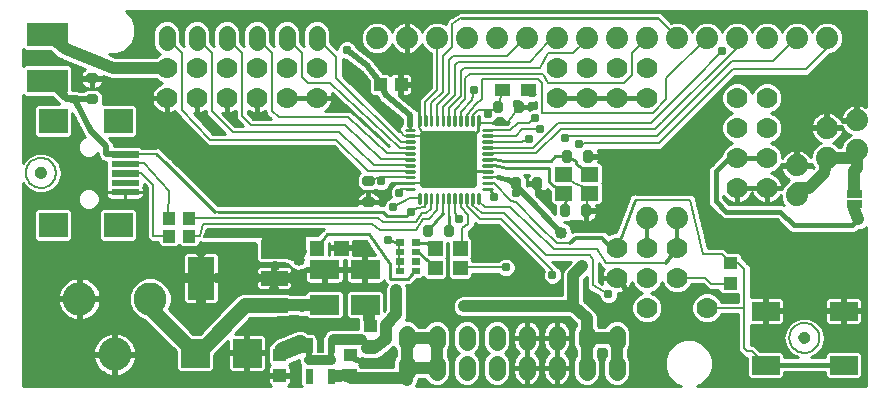
<source format=gbr>
G75*
G70*
%OFA0B0*%
%FSLAX24Y24*%
%IPPOS*%
%LPD*%
%AMOC8*
5,1,8,0,0,1.08239X$1,22.5*
%
%ADD10C,0.0700*%
%ADD11C,0.0560*%
%ADD12C,0.0021*%
%ADD13C,0.0019*%
%ADD14C,0.0283*%
%ADD15C,0.0022*%
%ADD16C,0.0020*%
%ADD17C,0.0087*%
%ADD18C,0.0190*%
%ADD19C,0.0019*%
%ADD20C,0.0024*%
%ADD21C,0.0019*%
%ADD22C,0.0017*%
%ADD23C,0.0740*%
%ADD24C,0.0020*%
%ADD25C,0.0018*%
%ADD26C,0.0050*%
%ADD27C,0.0200*%
%ADD28C,0.1100*%
%ADD29C,0.0080*%
%ADD30C,0.0160*%
%ADD31C,0.0100*%
%ADD32C,0.0310*%
%ADD33C,0.0400*%
%ADD34C,0.0400*%
%ADD35C,0.0300*%
%ADD36C,0.0340*%
%ADD37C,0.0600*%
%ADD38C,0.0060*%
%ADD39C,0.0360*%
%ADD40C,0.0110*%
%ADD41C,0.0150*%
%ADD42C,0.0350*%
%ADD43C,0.0340*%
%ADD44C,0.0120*%
%ADD45C,0.0500*%
D10*
X006450Y011150D03*
X007450Y011150D03*
X008450Y011150D03*
X009450Y011150D03*
X010450Y011150D03*
X011450Y011150D03*
X011450Y012150D03*
X010450Y012150D03*
X009450Y012150D03*
X008450Y012150D03*
X007450Y012150D03*
X006450Y012150D03*
X019450Y012150D03*
X020450Y012150D03*
X021450Y012150D03*
X022450Y012150D03*
X022450Y011150D03*
X021450Y011150D03*
X020450Y011150D03*
X019450Y011150D03*
X025450Y011150D03*
X026450Y011150D03*
X026450Y010150D03*
X025450Y010150D03*
X025450Y009150D03*
X026450Y009150D03*
X026450Y008150D03*
X025450Y008150D03*
X023450Y006150D03*
X022450Y006150D03*
X021450Y006150D03*
X021450Y005150D03*
X022450Y005150D03*
X023450Y005150D03*
X022450Y004150D03*
X024450Y004150D03*
D11*
X021450Y003290D02*
X021450Y003010D01*
X020450Y003010D02*
X020450Y003290D01*
X019450Y003290D02*
X019450Y003010D01*
X019450Y002290D02*
X019450Y002010D01*
X020450Y002010D02*
X020450Y002290D01*
X021450Y002290D02*
X021450Y002010D01*
X018450Y002010D02*
X018450Y002290D01*
X017450Y002290D02*
X017450Y002010D01*
X016450Y002010D02*
X016450Y002290D01*
X015450Y002290D02*
X015450Y002010D01*
X014450Y002010D02*
X014450Y002290D01*
X014450Y003010D02*
X014450Y003290D01*
X015450Y003290D02*
X015450Y003010D01*
X016450Y003010D02*
X016450Y003290D01*
X017450Y003290D02*
X017450Y003010D01*
X018450Y003010D02*
X018450Y003290D01*
X011450Y013010D02*
X011450Y013290D01*
X010450Y013290D02*
X010450Y013010D01*
X009450Y013010D02*
X009450Y013290D01*
X008450Y013290D02*
X008450Y013010D01*
X007450Y013010D02*
X007450Y013290D01*
X006450Y013290D02*
X006450Y013010D01*
D12*
X013360Y011398D02*
X013752Y011398D01*
X013360Y011398D02*
X013360Y011802D01*
X013752Y011802D01*
X013752Y011398D01*
X013752Y011418D02*
X013360Y011418D01*
X013360Y011438D02*
X013752Y011438D01*
X013752Y011458D02*
X013360Y011458D01*
X013360Y011478D02*
X013752Y011478D01*
X013752Y011498D02*
X013360Y011498D01*
X013360Y011518D02*
X013752Y011518D01*
X013752Y011538D02*
X013360Y011538D01*
X013360Y011558D02*
X013752Y011558D01*
X013752Y011578D02*
X013360Y011578D01*
X013360Y011598D02*
X013752Y011598D01*
X013752Y011618D02*
X013360Y011618D01*
X013360Y011638D02*
X013752Y011638D01*
X013752Y011658D02*
X013360Y011658D01*
X013360Y011678D02*
X013752Y011678D01*
X013752Y011698D02*
X013360Y011698D01*
X013360Y011718D02*
X013752Y011718D01*
X013752Y011738D02*
X013360Y011738D01*
X013360Y011758D02*
X013752Y011758D01*
X013752Y011778D02*
X013360Y011778D01*
X013360Y011798D02*
X013752Y011798D01*
X014048Y011398D02*
X014440Y011398D01*
X014048Y011398D02*
X014048Y011802D01*
X014440Y011802D01*
X014440Y011398D01*
X014440Y011418D02*
X014048Y011418D01*
X014048Y011438D02*
X014440Y011438D01*
X014440Y011458D02*
X014048Y011458D01*
X014048Y011478D02*
X014440Y011478D01*
X014440Y011498D02*
X014048Y011498D01*
X014048Y011518D02*
X014440Y011518D01*
X014440Y011538D02*
X014048Y011538D01*
X014048Y011558D02*
X014440Y011558D01*
X014440Y011578D02*
X014048Y011578D01*
X014048Y011598D02*
X014440Y011598D01*
X014440Y011618D02*
X014048Y011618D01*
X014048Y011638D02*
X014440Y011638D01*
X014440Y011658D02*
X014048Y011658D01*
X014048Y011678D02*
X014440Y011678D01*
X014440Y011698D02*
X014048Y011698D01*
X014048Y011718D02*
X014440Y011718D01*
X014440Y011738D02*
X014048Y011738D01*
X014048Y011758D02*
X014440Y011758D01*
X014440Y011778D02*
X014048Y011778D01*
X014048Y011798D02*
X014440Y011798D01*
X012348Y002790D02*
X012348Y002398D01*
X012348Y002790D02*
X012752Y002790D01*
X012752Y002398D01*
X012348Y002398D01*
X012348Y002418D02*
X012752Y002418D01*
X012752Y002438D02*
X012348Y002438D01*
X012348Y002458D02*
X012752Y002458D01*
X012752Y002478D02*
X012348Y002478D01*
X012348Y002498D02*
X012752Y002498D01*
X012752Y002518D02*
X012348Y002518D01*
X012348Y002538D02*
X012752Y002538D01*
X012752Y002558D02*
X012348Y002558D01*
X012348Y002578D02*
X012752Y002578D01*
X012752Y002598D02*
X012348Y002598D01*
X012348Y002618D02*
X012752Y002618D01*
X012752Y002638D02*
X012348Y002638D01*
X012348Y002658D02*
X012752Y002658D01*
X012752Y002678D02*
X012348Y002678D01*
X012348Y002698D02*
X012752Y002698D01*
X012752Y002718D02*
X012348Y002718D01*
X012348Y002738D02*
X012752Y002738D01*
X012752Y002758D02*
X012348Y002758D01*
X012348Y002778D02*
X012752Y002778D01*
X012348Y002102D02*
X012348Y001710D01*
X012348Y002102D02*
X012752Y002102D01*
X012752Y001710D01*
X012348Y001710D01*
X012348Y001730D02*
X012752Y001730D01*
X012752Y001750D02*
X012348Y001750D01*
X012348Y001770D02*
X012752Y001770D01*
X012752Y001790D02*
X012348Y001790D01*
X012348Y001810D02*
X012752Y001810D01*
X012752Y001830D02*
X012348Y001830D01*
X012348Y001850D02*
X012752Y001850D01*
X012752Y001870D02*
X012348Y001870D01*
X012348Y001890D02*
X012752Y001890D01*
X012752Y001910D02*
X012348Y001910D01*
X012348Y001930D02*
X012752Y001930D01*
X012752Y001950D02*
X012348Y001950D01*
X012348Y001970D02*
X012752Y001970D01*
X012752Y001990D02*
X012348Y001990D01*
X012348Y002010D02*
X012752Y002010D01*
X012752Y002030D02*
X012348Y002030D01*
X012348Y002050D02*
X012752Y002050D01*
X012752Y002070D02*
X012348Y002070D01*
X012348Y002090D02*
X012752Y002090D01*
X010402Y002102D02*
X010402Y001710D01*
X009998Y001710D01*
X009998Y002102D01*
X010402Y002102D01*
X010402Y001730D02*
X009998Y001730D01*
X009998Y001750D02*
X010402Y001750D01*
X010402Y001770D02*
X009998Y001770D01*
X009998Y001790D02*
X010402Y001790D01*
X010402Y001810D02*
X009998Y001810D01*
X009998Y001830D02*
X010402Y001830D01*
X010402Y001850D02*
X009998Y001850D01*
X009998Y001870D02*
X010402Y001870D01*
X010402Y001890D02*
X009998Y001890D01*
X009998Y001910D02*
X010402Y001910D01*
X010402Y001930D02*
X009998Y001930D01*
X009998Y001950D02*
X010402Y001950D01*
X010402Y001970D02*
X009998Y001970D01*
X009998Y001990D02*
X010402Y001990D01*
X010402Y002010D02*
X009998Y002010D01*
X009998Y002030D02*
X010402Y002030D01*
X010402Y002050D02*
X009998Y002050D01*
X009998Y002070D02*
X010402Y002070D01*
X010402Y002090D02*
X009998Y002090D01*
X010402Y002398D02*
X010402Y002790D01*
X010402Y002398D02*
X009998Y002398D01*
X009998Y002790D01*
X010402Y002790D01*
X010402Y002418D02*
X009998Y002418D01*
X009998Y002438D02*
X010402Y002438D01*
X010402Y002458D02*
X009998Y002458D01*
X009998Y002478D02*
X010402Y002478D01*
X010402Y002498D02*
X009998Y002498D01*
X009998Y002518D02*
X010402Y002518D01*
X010402Y002538D02*
X009998Y002538D01*
X009998Y002558D02*
X010402Y002558D01*
X010402Y002578D02*
X009998Y002578D01*
X009998Y002598D02*
X010402Y002598D01*
X010402Y002618D02*
X009998Y002618D01*
X009998Y002638D02*
X010402Y002638D01*
X010402Y002658D02*
X009998Y002658D01*
X009998Y002678D02*
X010402Y002678D01*
X010402Y002698D02*
X009998Y002698D01*
X009998Y002718D02*
X010402Y002718D01*
X010402Y002738D02*
X009998Y002738D01*
X009998Y002758D02*
X010402Y002758D01*
X010402Y002778D02*
X009998Y002778D01*
D13*
X009579Y002187D02*
X008653Y002187D01*
X008653Y003113D01*
X009579Y003113D01*
X009579Y002187D01*
X009579Y002205D02*
X008653Y002205D01*
X008653Y002223D02*
X009579Y002223D01*
X009579Y002241D02*
X008653Y002241D01*
X008653Y002259D02*
X009579Y002259D01*
X009579Y002277D02*
X008653Y002277D01*
X008653Y002295D02*
X009579Y002295D01*
X009579Y002313D02*
X008653Y002313D01*
X008653Y002331D02*
X009579Y002331D01*
X009579Y002349D02*
X008653Y002349D01*
X008653Y002367D02*
X009579Y002367D01*
X009579Y002385D02*
X008653Y002385D01*
X008653Y002403D02*
X009579Y002403D01*
X009579Y002421D02*
X008653Y002421D01*
X008653Y002439D02*
X009579Y002439D01*
X009579Y002457D02*
X008653Y002457D01*
X008653Y002475D02*
X009579Y002475D01*
X009579Y002493D02*
X008653Y002493D01*
X008653Y002511D02*
X009579Y002511D01*
X009579Y002529D02*
X008653Y002529D01*
X008653Y002547D02*
X009579Y002547D01*
X009579Y002565D02*
X008653Y002565D01*
X008653Y002583D02*
X009579Y002583D01*
X009579Y002601D02*
X008653Y002601D01*
X008653Y002619D02*
X009579Y002619D01*
X009579Y002637D02*
X008653Y002637D01*
X008653Y002655D02*
X009579Y002655D01*
X009579Y002673D02*
X008653Y002673D01*
X008653Y002691D02*
X009579Y002691D01*
X009579Y002709D02*
X008653Y002709D01*
X008653Y002727D02*
X009579Y002727D01*
X009579Y002745D02*
X008653Y002745D01*
X008653Y002763D02*
X009579Y002763D01*
X009579Y002781D02*
X008653Y002781D01*
X008653Y002799D02*
X009579Y002799D01*
X009579Y002817D02*
X008653Y002817D01*
X008653Y002835D02*
X009579Y002835D01*
X009579Y002853D02*
X008653Y002853D01*
X008653Y002871D02*
X009579Y002871D01*
X009579Y002889D02*
X008653Y002889D01*
X008653Y002907D02*
X009579Y002907D01*
X009579Y002925D02*
X008653Y002925D01*
X008653Y002943D02*
X009579Y002943D01*
X009579Y002961D02*
X008653Y002961D01*
X008653Y002979D02*
X009579Y002979D01*
X009579Y002997D02*
X008653Y002997D01*
X008653Y003015D02*
X009579Y003015D01*
X009579Y003033D02*
X008653Y003033D01*
X008653Y003051D02*
X009579Y003051D01*
X009579Y003069D02*
X008653Y003069D01*
X008653Y003087D02*
X009579Y003087D01*
X009579Y003105D02*
X008653Y003105D01*
X007847Y002187D02*
X006921Y002187D01*
X006921Y003113D01*
X007847Y003113D01*
X007847Y002187D01*
X007847Y002205D02*
X006921Y002205D01*
X006921Y002223D02*
X007847Y002223D01*
X007847Y002241D02*
X006921Y002241D01*
X006921Y002259D02*
X007847Y002259D01*
X007847Y002277D02*
X006921Y002277D01*
X006921Y002295D02*
X007847Y002295D01*
X007847Y002313D02*
X006921Y002313D01*
X006921Y002331D02*
X007847Y002331D01*
X007847Y002349D02*
X006921Y002349D01*
X006921Y002367D02*
X007847Y002367D01*
X007847Y002385D02*
X006921Y002385D01*
X006921Y002403D02*
X007847Y002403D01*
X007847Y002421D02*
X006921Y002421D01*
X006921Y002439D02*
X007847Y002439D01*
X007847Y002457D02*
X006921Y002457D01*
X006921Y002475D02*
X007847Y002475D01*
X007847Y002493D02*
X006921Y002493D01*
X006921Y002511D02*
X007847Y002511D01*
X007847Y002529D02*
X006921Y002529D01*
X006921Y002547D02*
X007847Y002547D01*
X007847Y002565D02*
X006921Y002565D01*
X006921Y002583D02*
X007847Y002583D01*
X007847Y002601D02*
X006921Y002601D01*
X006921Y002619D02*
X007847Y002619D01*
X007847Y002637D02*
X006921Y002637D01*
X006921Y002655D02*
X007847Y002655D01*
X007847Y002673D02*
X006921Y002673D01*
X006921Y002691D02*
X007847Y002691D01*
X007847Y002709D02*
X006921Y002709D01*
X006921Y002727D02*
X007847Y002727D01*
X007847Y002745D02*
X006921Y002745D01*
X006921Y002763D02*
X007847Y002763D01*
X007847Y002781D02*
X006921Y002781D01*
X006921Y002799D02*
X007847Y002799D01*
X007847Y002817D02*
X006921Y002817D01*
X006921Y002835D02*
X007847Y002835D01*
X007847Y002853D02*
X006921Y002853D01*
X006921Y002871D02*
X007847Y002871D01*
X007847Y002889D02*
X006921Y002889D01*
X006921Y002907D02*
X007847Y002907D01*
X007847Y002925D02*
X006921Y002925D01*
X006921Y002943D02*
X007847Y002943D01*
X007847Y002961D02*
X006921Y002961D01*
X006921Y002979D02*
X007847Y002979D01*
X007847Y002997D02*
X006921Y002997D01*
X006921Y003015D02*
X007847Y003015D01*
X007847Y003033D02*
X006921Y003033D01*
X006921Y003051D02*
X007847Y003051D01*
X007847Y003069D02*
X006921Y003069D01*
X006921Y003087D02*
X007847Y003087D01*
X007847Y003105D02*
X006921Y003105D01*
X012163Y003953D02*
X012163Y004565D01*
X012163Y003953D02*
X011237Y003953D01*
X011237Y004565D01*
X012163Y004565D01*
X012163Y003971D02*
X011237Y003971D01*
X011237Y003989D02*
X012163Y003989D01*
X012163Y004007D02*
X011237Y004007D01*
X011237Y004025D02*
X012163Y004025D01*
X012163Y004043D02*
X011237Y004043D01*
X011237Y004061D02*
X012163Y004061D01*
X012163Y004079D02*
X011237Y004079D01*
X011237Y004097D02*
X012163Y004097D01*
X012163Y004115D02*
X011237Y004115D01*
X011237Y004133D02*
X012163Y004133D01*
X012163Y004151D02*
X011237Y004151D01*
X011237Y004169D02*
X012163Y004169D01*
X012163Y004187D02*
X011237Y004187D01*
X011237Y004205D02*
X012163Y004205D01*
X012163Y004223D02*
X011237Y004223D01*
X011237Y004241D02*
X012163Y004241D01*
X012163Y004259D02*
X011237Y004259D01*
X011237Y004277D02*
X012163Y004277D01*
X012163Y004295D02*
X011237Y004295D01*
X011237Y004313D02*
X012163Y004313D01*
X012163Y004331D02*
X011237Y004331D01*
X011237Y004349D02*
X012163Y004349D01*
X012163Y004367D02*
X011237Y004367D01*
X011237Y004385D02*
X012163Y004385D01*
X012163Y004403D02*
X011237Y004403D01*
X011237Y004421D02*
X012163Y004421D01*
X012163Y004439D02*
X011237Y004439D01*
X011237Y004457D02*
X012163Y004457D01*
X012163Y004475D02*
X011237Y004475D01*
X011237Y004493D02*
X012163Y004493D01*
X012163Y004511D02*
X011237Y004511D01*
X011237Y004529D02*
X012163Y004529D01*
X012163Y004547D02*
X011237Y004547D01*
X011237Y004565D02*
X012163Y004565D01*
X013513Y004565D02*
X013513Y003953D01*
X012587Y003953D01*
X012587Y004565D01*
X013513Y004565D01*
X013513Y003971D02*
X012587Y003971D01*
X012587Y003989D02*
X013513Y003989D01*
X013513Y004007D02*
X012587Y004007D01*
X012587Y004025D02*
X013513Y004025D01*
X013513Y004043D02*
X012587Y004043D01*
X012587Y004061D02*
X013513Y004061D01*
X013513Y004079D02*
X012587Y004079D01*
X012587Y004097D02*
X013513Y004097D01*
X013513Y004115D02*
X012587Y004115D01*
X012587Y004133D02*
X013513Y004133D01*
X013513Y004151D02*
X012587Y004151D01*
X012587Y004169D02*
X013513Y004169D01*
X013513Y004187D02*
X012587Y004187D01*
X012587Y004205D02*
X013513Y004205D01*
X013513Y004223D02*
X012587Y004223D01*
X012587Y004241D02*
X013513Y004241D01*
X013513Y004259D02*
X012587Y004259D01*
X012587Y004277D02*
X013513Y004277D01*
X013513Y004295D02*
X012587Y004295D01*
X012587Y004313D02*
X013513Y004313D01*
X013513Y004331D02*
X012587Y004331D01*
X012587Y004349D02*
X013513Y004349D01*
X013513Y004367D02*
X012587Y004367D01*
X012587Y004385D02*
X013513Y004385D01*
X013513Y004403D02*
X012587Y004403D01*
X012587Y004421D02*
X013513Y004421D01*
X013513Y004439D02*
X012587Y004439D01*
X012587Y004457D02*
X013513Y004457D01*
X013513Y004475D02*
X012587Y004475D01*
X012587Y004493D02*
X013513Y004493D01*
X013513Y004511D02*
X012587Y004511D01*
X012587Y004529D02*
X013513Y004529D01*
X013513Y004547D02*
X012587Y004547D01*
X012587Y004565D02*
X013513Y004565D01*
X012587Y005135D02*
X012587Y005747D01*
X013513Y005747D01*
X013513Y005135D01*
X012587Y005135D01*
X012587Y005153D02*
X013513Y005153D01*
X013513Y005171D02*
X012587Y005171D01*
X012587Y005189D02*
X013513Y005189D01*
X013513Y005207D02*
X012587Y005207D01*
X012587Y005225D02*
X013513Y005225D01*
X013513Y005243D02*
X012587Y005243D01*
X012587Y005261D02*
X013513Y005261D01*
X013513Y005279D02*
X012587Y005279D01*
X012587Y005297D02*
X013513Y005297D01*
X013513Y005315D02*
X012587Y005315D01*
X012587Y005333D02*
X013513Y005333D01*
X013513Y005351D02*
X012587Y005351D01*
X012587Y005369D02*
X013513Y005369D01*
X013513Y005387D02*
X012587Y005387D01*
X012587Y005405D02*
X013513Y005405D01*
X013513Y005423D02*
X012587Y005423D01*
X012587Y005441D02*
X013513Y005441D01*
X013513Y005459D02*
X012587Y005459D01*
X012587Y005477D02*
X013513Y005477D01*
X013513Y005495D02*
X012587Y005495D01*
X012587Y005513D02*
X013513Y005513D01*
X013513Y005531D02*
X012587Y005531D01*
X012587Y005549D02*
X013513Y005549D01*
X013513Y005567D02*
X012587Y005567D01*
X012587Y005585D02*
X013513Y005585D01*
X013513Y005603D02*
X012587Y005603D01*
X012587Y005621D02*
X013513Y005621D01*
X013513Y005639D02*
X012587Y005639D01*
X012587Y005657D02*
X013513Y005657D01*
X013513Y005675D02*
X012587Y005675D01*
X012587Y005693D02*
X013513Y005693D01*
X013513Y005711D02*
X012587Y005711D01*
X012587Y005729D02*
X013513Y005729D01*
X013513Y005747D02*
X012587Y005747D01*
X012036Y005923D02*
X012036Y006377D01*
X012490Y006377D01*
X012490Y005923D01*
X012036Y005923D01*
X012036Y005941D02*
X012490Y005941D01*
X012490Y005959D02*
X012036Y005959D01*
X012036Y005977D02*
X012490Y005977D01*
X012490Y005995D02*
X012036Y005995D01*
X012036Y006013D02*
X012490Y006013D01*
X012490Y006031D02*
X012036Y006031D01*
X012036Y006049D02*
X012490Y006049D01*
X012490Y006067D02*
X012036Y006067D01*
X012036Y006085D02*
X012490Y006085D01*
X012490Y006103D02*
X012036Y006103D01*
X012036Y006121D02*
X012490Y006121D01*
X012490Y006139D02*
X012036Y006139D01*
X012036Y006157D02*
X012490Y006157D01*
X012490Y006175D02*
X012036Y006175D01*
X012036Y006193D02*
X012490Y006193D01*
X012490Y006211D02*
X012036Y006211D01*
X012036Y006229D02*
X012490Y006229D01*
X012490Y006247D02*
X012036Y006247D01*
X012036Y006265D02*
X012490Y006265D01*
X012490Y006283D02*
X012036Y006283D01*
X012036Y006301D02*
X012490Y006301D01*
X012490Y006319D02*
X012036Y006319D01*
X012036Y006337D02*
X012490Y006337D01*
X012490Y006355D02*
X012036Y006355D01*
X012036Y006373D02*
X012490Y006373D01*
X011210Y006377D02*
X011210Y005923D01*
X011210Y006377D02*
X011664Y006377D01*
X011664Y005923D01*
X011210Y005923D01*
X011210Y005941D02*
X011664Y005941D01*
X011664Y005959D02*
X011210Y005959D01*
X011210Y005977D02*
X011664Y005977D01*
X011664Y005995D02*
X011210Y005995D01*
X011210Y006013D02*
X011664Y006013D01*
X011664Y006031D02*
X011210Y006031D01*
X011210Y006049D02*
X011664Y006049D01*
X011664Y006067D02*
X011210Y006067D01*
X011210Y006085D02*
X011664Y006085D01*
X011664Y006103D02*
X011210Y006103D01*
X011210Y006121D02*
X011664Y006121D01*
X011664Y006139D02*
X011210Y006139D01*
X011210Y006157D02*
X011664Y006157D01*
X011664Y006175D02*
X011210Y006175D01*
X011210Y006193D02*
X011664Y006193D01*
X011664Y006211D02*
X011210Y006211D01*
X011210Y006229D02*
X011664Y006229D01*
X011664Y006247D02*
X011210Y006247D01*
X011210Y006265D02*
X011664Y006265D01*
X011664Y006283D02*
X011210Y006283D01*
X011210Y006301D02*
X011664Y006301D01*
X011664Y006319D02*
X011210Y006319D01*
X011210Y006337D02*
X011664Y006337D01*
X011664Y006355D02*
X011210Y006355D01*
X011210Y006373D02*
X011664Y006373D01*
X011237Y005747D02*
X011237Y005135D01*
X011237Y005747D02*
X012163Y005747D01*
X012163Y005135D01*
X011237Y005135D01*
X011237Y005153D02*
X012163Y005153D01*
X012163Y005171D02*
X011237Y005171D01*
X011237Y005189D02*
X012163Y005189D01*
X012163Y005207D02*
X011237Y005207D01*
X011237Y005225D02*
X012163Y005225D01*
X012163Y005243D02*
X011237Y005243D01*
X011237Y005261D02*
X012163Y005261D01*
X012163Y005279D02*
X011237Y005279D01*
X011237Y005297D02*
X012163Y005297D01*
X012163Y005315D02*
X011237Y005315D01*
X011237Y005333D02*
X012163Y005333D01*
X012163Y005351D02*
X011237Y005351D01*
X011237Y005369D02*
X012163Y005369D01*
X012163Y005387D02*
X011237Y005387D01*
X011237Y005405D02*
X012163Y005405D01*
X012163Y005423D02*
X011237Y005423D01*
X011237Y005441D02*
X012163Y005441D01*
X012163Y005459D02*
X011237Y005459D01*
X011237Y005477D02*
X012163Y005477D01*
X012163Y005495D02*
X011237Y005495D01*
X011237Y005513D02*
X012163Y005513D01*
X012163Y005531D02*
X011237Y005531D01*
X011237Y005549D02*
X012163Y005549D01*
X012163Y005567D02*
X011237Y005567D01*
X011237Y005585D02*
X012163Y005585D01*
X012163Y005603D02*
X011237Y005603D01*
X011237Y005621D02*
X012163Y005621D01*
X012163Y005639D02*
X011237Y005639D01*
X011237Y005657D02*
X012163Y005657D01*
X012163Y005675D02*
X011237Y005675D01*
X011237Y005693D02*
X012163Y005693D01*
X012163Y005711D02*
X011237Y005711D01*
X011237Y005729D02*
X012163Y005729D01*
X012163Y005747D02*
X011237Y005747D01*
X015160Y005727D02*
X015160Y005273D01*
X015160Y005727D02*
X015614Y005727D01*
X015614Y005273D01*
X015160Y005273D01*
X015160Y005291D02*
X015614Y005291D01*
X015614Y005309D02*
X015160Y005309D01*
X015160Y005327D02*
X015614Y005327D01*
X015614Y005345D02*
X015160Y005345D01*
X015160Y005363D02*
X015614Y005363D01*
X015614Y005381D02*
X015160Y005381D01*
X015160Y005399D02*
X015614Y005399D01*
X015614Y005417D02*
X015160Y005417D01*
X015160Y005435D02*
X015614Y005435D01*
X015614Y005453D02*
X015160Y005453D01*
X015160Y005471D02*
X015614Y005471D01*
X015614Y005489D02*
X015160Y005489D01*
X015160Y005507D02*
X015614Y005507D01*
X015614Y005525D02*
X015160Y005525D01*
X015160Y005543D02*
X015614Y005543D01*
X015614Y005561D02*
X015160Y005561D01*
X015160Y005579D02*
X015614Y005579D01*
X015614Y005597D02*
X015160Y005597D01*
X015160Y005615D02*
X015614Y005615D01*
X015614Y005633D02*
X015160Y005633D01*
X015160Y005651D02*
X015614Y005651D01*
X015614Y005669D02*
X015160Y005669D01*
X015160Y005687D02*
X015614Y005687D01*
X015614Y005705D02*
X015160Y005705D01*
X015160Y005723D02*
X015614Y005723D01*
X015160Y005923D02*
X015160Y006377D01*
X015614Y006377D01*
X015614Y005923D01*
X015160Y005923D01*
X015160Y005941D02*
X015614Y005941D01*
X015614Y005959D02*
X015160Y005959D01*
X015160Y005977D02*
X015614Y005977D01*
X015614Y005995D02*
X015160Y005995D01*
X015160Y006013D02*
X015614Y006013D01*
X015614Y006031D02*
X015160Y006031D01*
X015160Y006049D02*
X015614Y006049D01*
X015614Y006067D02*
X015160Y006067D01*
X015160Y006085D02*
X015614Y006085D01*
X015614Y006103D02*
X015160Y006103D01*
X015160Y006121D02*
X015614Y006121D01*
X015614Y006139D02*
X015160Y006139D01*
X015160Y006157D02*
X015614Y006157D01*
X015614Y006175D02*
X015160Y006175D01*
X015160Y006193D02*
X015614Y006193D01*
X015614Y006211D02*
X015160Y006211D01*
X015160Y006229D02*
X015614Y006229D01*
X015614Y006247D02*
X015160Y006247D01*
X015160Y006265D02*
X015614Y006265D01*
X015614Y006283D02*
X015160Y006283D01*
X015160Y006301D02*
X015614Y006301D01*
X015614Y006319D02*
X015160Y006319D01*
X015160Y006337D02*
X015614Y006337D01*
X015614Y006355D02*
X015160Y006355D01*
X015160Y006373D02*
X015614Y006373D01*
X015986Y006377D02*
X015986Y005923D01*
X015986Y006377D02*
X016440Y006377D01*
X016440Y005923D01*
X015986Y005923D01*
X015986Y005941D02*
X016440Y005941D01*
X016440Y005959D02*
X015986Y005959D01*
X015986Y005977D02*
X016440Y005977D01*
X016440Y005995D02*
X015986Y005995D01*
X015986Y006013D02*
X016440Y006013D01*
X016440Y006031D02*
X015986Y006031D01*
X015986Y006049D02*
X016440Y006049D01*
X016440Y006067D02*
X015986Y006067D01*
X015986Y006085D02*
X016440Y006085D01*
X016440Y006103D02*
X015986Y006103D01*
X015986Y006121D02*
X016440Y006121D01*
X016440Y006139D02*
X015986Y006139D01*
X015986Y006157D02*
X016440Y006157D01*
X016440Y006175D02*
X015986Y006175D01*
X015986Y006193D02*
X016440Y006193D01*
X016440Y006211D02*
X015986Y006211D01*
X015986Y006229D02*
X016440Y006229D01*
X016440Y006247D02*
X015986Y006247D01*
X015986Y006265D02*
X016440Y006265D01*
X016440Y006283D02*
X015986Y006283D01*
X015986Y006301D02*
X016440Y006301D01*
X016440Y006319D02*
X015986Y006319D01*
X015986Y006337D02*
X016440Y006337D01*
X016440Y006355D02*
X015986Y006355D01*
X015986Y006373D02*
X016440Y006373D01*
X015986Y005727D02*
X015986Y005273D01*
X015986Y005727D02*
X016440Y005727D01*
X016440Y005273D01*
X015986Y005273D01*
X015986Y005291D02*
X016440Y005291D01*
X016440Y005309D02*
X015986Y005309D01*
X015986Y005327D02*
X016440Y005327D01*
X016440Y005345D02*
X015986Y005345D01*
X015986Y005363D02*
X016440Y005363D01*
X016440Y005381D02*
X015986Y005381D01*
X015986Y005399D02*
X016440Y005399D01*
X016440Y005417D02*
X015986Y005417D01*
X015986Y005435D02*
X016440Y005435D01*
X016440Y005453D02*
X015986Y005453D01*
X015986Y005471D02*
X016440Y005471D01*
X016440Y005489D02*
X015986Y005489D01*
X015986Y005507D02*
X016440Y005507D01*
X016440Y005525D02*
X015986Y005525D01*
X015986Y005543D02*
X016440Y005543D01*
X016440Y005561D02*
X015986Y005561D01*
X015986Y005579D02*
X016440Y005579D01*
X016440Y005597D02*
X015986Y005597D01*
X015986Y005615D02*
X016440Y005615D01*
X016440Y005633D02*
X015986Y005633D01*
X015986Y005651D02*
X016440Y005651D01*
X016440Y005669D02*
X015986Y005669D01*
X015986Y005687D02*
X016440Y005687D01*
X016440Y005705D02*
X015986Y005705D01*
X015986Y005723D02*
X016440Y005723D01*
X019933Y007758D02*
X019933Y008212D01*
X019933Y007758D02*
X019401Y007758D01*
X019401Y008212D01*
X019933Y008212D01*
X019933Y007776D02*
X019401Y007776D01*
X019401Y007794D02*
X019933Y007794D01*
X019933Y007812D02*
X019401Y007812D01*
X019401Y007830D02*
X019933Y007830D01*
X019933Y007848D02*
X019401Y007848D01*
X019401Y007866D02*
X019933Y007866D01*
X019933Y007884D02*
X019401Y007884D01*
X019401Y007902D02*
X019933Y007902D01*
X019933Y007920D02*
X019401Y007920D01*
X019401Y007938D02*
X019933Y007938D01*
X019933Y007956D02*
X019401Y007956D01*
X019401Y007974D02*
X019933Y007974D01*
X019933Y007992D02*
X019401Y007992D01*
X019401Y008010D02*
X019933Y008010D01*
X019933Y008028D02*
X019401Y008028D01*
X019401Y008046D02*
X019933Y008046D01*
X019933Y008064D02*
X019401Y008064D01*
X019401Y008082D02*
X019933Y008082D01*
X019933Y008100D02*
X019401Y008100D01*
X019401Y008118D02*
X019933Y008118D01*
X019933Y008136D02*
X019401Y008136D01*
X019401Y008154D02*
X019933Y008154D01*
X019933Y008172D02*
X019401Y008172D01*
X019401Y008190D02*
X019933Y008190D01*
X019933Y008208D02*
X019401Y008208D01*
X019933Y008388D02*
X019933Y008842D01*
X019933Y008388D02*
X019401Y008388D01*
X019401Y008842D01*
X019933Y008842D01*
X019933Y008406D02*
X019401Y008406D01*
X019401Y008424D02*
X019933Y008424D01*
X019933Y008442D02*
X019401Y008442D01*
X019401Y008460D02*
X019933Y008460D01*
X019933Y008478D02*
X019401Y008478D01*
X019401Y008496D02*
X019933Y008496D01*
X019933Y008514D02*
X019401Y008514D01*
X019401Y008532D02*
X019933Y008532D01*
X019933Y008550D02*
X019401Y008550D01*
X019401Y008568D02*
X019933Y008568D01*
X019933Y008586D02*
X019401Y008586D01*
X019401Y008604D02*
X019933Y008604D01*
X019933Y008622D02*
X019401Y008622D01*
X019401Y008640D02*
X019933Y008640D01*
X019933Y008658D02*
X019401Y008658D01*
X019401Y008676D02*
X019933Y008676D01*
X019933Y008694D02*
X019401Y008694D01*
X019401Y008712D02*
X019933Y008712D01*
X019933Y008730D02*
X019401Y008730D01*
X019401Y008748D02*
X019933Y008748D01*
X019933Y008766D02*
X019401Y008766D01*
X019401Y008784D02*
X019933Y008784D01*
X019933Y008802D02*
X019401Y008802D01*
X019401Y008820D02*
X019933Y008820D01*
X019933Y008838D02*
X019401Y008838D01*
X020799Y008842D02*
X020799Y008388D01*
X020267Y008388D01*
X020267Y008842D01*
X020799Y008842D01*
X020799Y008406D02*
X020267Y008406D01*
X020267Y008424D02*
X020799Y008424D01*
X020799Y008442D02*
X020267Y008442D01*
X020267Y008460D02*
X020799Y008460D01*
X020799Y008478D02*
X020267Y008478D01*
X020267Y008496D02*
X020799Y008496D01*
X020799Y008514D02*
X020267Y008514D01*
X020267Y008532D02*
X020799Y008532D01*
X020799Y008550D02*
X020267Y008550D01*
X020267Y008568D02*
X020799Y008568D01*
X020799Y008586D02*
X020267Y008586D01*
X020267Y008604D02*
X020799Y008604D01*
X020799Y008622D02*
X020267Y008622D01*
X020267Y008640D02*
X020799Y008640D01*
X020799Y008658D02*
X020267Y008658D01*
X020267Y008676D02*
X020799Y008676D01*
X020799Y008694D02*
X020267Y008694D01*
X020267Y008712D02*
X020799Y008712D01*
X020799Y008730D02*
X020267Y008730D01*
X020267Y008748D02*
X020799Y008748D01*
X020799Y008766D02*
X020267Y008766D01*
X020267Y008784D02*
X020799Y008784D01*
X020799Y008802D02*
X020267Y008802D01*
X020267Y008820D02*
X020799Y008820D01*
X020799Y008838D02*
X020267Y008838D01*
X020799Y008212D02*
X020799Y007758D01*
X020267Y007758D01*
X020267Y008212D01*
X020799Y008212D01*
X020799Y007776D02*
X020267Y007776D01*
X020267Y007794D02*
X020799Y007794D01*
X020799Y007812D02*
X020267Y007812D01*
X020267Y007830D02*
X020799Y007830D01*
X020799Y007848D02*
X020267Y007848D01*
X020267Y007866D02*
X020799Y007866D01*
X020799Y007884D02*
X020267Y007884D01*
X020267Y007902D02*
X020799Y007902D01*
X020799Y007920D02*
X020267Y007920D01*
X020267Y007938D02*
X020799Y007938D01*
X020799Y007956D02*
X020267Y007956D01*
X020267Y007974D02*
X020799Y007974D01*
X020799Y007992D02*
X020267Y007992D01*
X020267Y008010D02*
X020799Y008010D01*
X020799Y008028D02*
X020267Y008028D01*
X020267Y008046D02*
X020799Y008046D01*
X020799Y008064D02*
X020267Y008064D01*
X020267Y008082D02*
X020799Y008082D01*
X020799Y008100D02*
X020267Y008100D01*
X020267Y008118D02*
X020799Y008118D01*
X020799Y008136D02*
X020267Y008136D01*
X020267Y008154D02*
X020799Y008154D01*
X020799Y008172D02*
X020267Y008172D01*
X020267Y008190D02*
X020799Y008190D01*
X020799Y008208D02*
X020267Y008208D01*
D14*
X020394Y007475D02*
X020394Y007325D01*
X020394Y007475D02*
X020466Y007475D01*
X020466Y007325D01*
X020394Y007325D01*
X019694Y007325D02*
X019694Y007475D01*
X019766Y007475D01*
X019766Y007325D01*
X019694Y007325D01*
X018836Y008225D02*
X018836Y008375D01*
X018836Y008225D02*
X018764Y008225D01*
X018764Y008375D01*
X018836Y008375D01*
X018136Y008375D02*
X018136Y008225D01*
X018064Y008225D01*
X018064Y008375D01*
X018136Y008375D01*
X019836Y009125D02*
X019836Y009275D01*
X019836Y009125D02*
X019764Y009125D01*
X019764Y009275D01*
X019836Y009275D01*
X020536Y009275D02*
X020536Y009125D01*
X020464Y009125D01*
X020464Y009275D01*
X020536Y009275D01*
X018216Y010775D02*
X018216Y010925D01*
X018216Y010775D02*
X018144Y010775D01*
X018144Y010925D01*
X018216Y010925D01*
X017516Y010925D02*
X017516Y010775D01*
X017444Y010775D01*
X017444Y010925D01*
X017516Y010925D01*
X013240Y008421D02*
X013090Y008421D01*
X013240Y008421D02*
X013240Y008349D01*
X013090Y008349D01*
X013090Y008421D01*
X013090Y007721D02*
X013240Y007721D01*
X013240Y007649D01*
X013090Y007649D01*
X013090Y007721D01*
X015114Y006785D02*
X015114Y006635D01*
X015114Y006785D02*
X015186Y006785D01*
X015186Y006635D01*
X015114Y006635D01*
X015814Y006635D02*
X015814Y006785D01*
X015886Y006785D01*
X015886Y006635D01*
X015814Y006635D01*
X004025Y011064D02*
X003875Y011064D01*
X003875Y011136D01*
X004025Y011136D01*
X004025Y011064D01*
X004025Y011764D02*
X003875Y011764D01*
X003875Y011836D01*
X004025Y011836D01*
X004025Y011764D01*
D15*
X001792Y012095D02*
X001792Y011369D01*
X001792Y012095D02*
X003108Y012095D01*
X003108Y011369D01*
X001792Y011369D01*
X001792Y011390D02*
X003108Y011390D01*
X003108Y011411D02*
X001792Y011411D01*
X001792Y011432D02*
X003108Y011432D01*
X003108Y011453D02*
X001792Y011453D01*
X001792Y011474D02*
X003108Y011474D01*
X003108Y011495D02*
X001792Y011495D01*
X001792Y011516D02*
X003108Y011516D01*
X003108Y011537D02*
X001792Y011537D01*
X001792Y011558D02*
X003108Y011558D01*
X003108Y011579D02*
X001792Y011579D01*
X001792Y011600D02*
X003108Y011600D01*
X003108Y011621D02*
X001792Y011621D01*
X001792Y011642D02*
X003108Y011642D01*
X003108Y011663D02*
X001792Y011663D01*
X001792Y011684D02*
X003108Y011684D01*
X003108Y011705D02*
X001792Y011705D01*
X001792Y011726D02*
X003108Y011726D01*
X003108Y011747D02*
X001792Y011747D01*
X001792Y011768D02*
X003108Y011768D01*
X003108Y011789D02*
X001792Y011789D01*
X001792Y011810D02*
X003108Y011810D01*
X003108Y011831D02*
X001792Y011831D01*
X001792Y011852D02*
X003108Y011852D01*
X003108Y011873D02*
X001792Y011873D01*
X001792Y011894D02*
X003108Y011894D01*
X003108Y011915D02*
X001792Y011915D01*
X001792Y011936D02*
X003108Y011936D01*
X003108Y011957D02*
X001792Y011957D01*
X001792Y011978D02*
X003108Y011978D01*
X003108Y011999D02*
X001792Y011999D01*
X001792Y012020D02*
X003108Y012020D01*
X003108Y012041D02*
X001792Y012041D01*
X001792Y012062D02*
X003108Y012062D01*
X003108Y012083D02*
X001792Y012083D01*
X001792Y012905D02*
X001792Y013631D01*
X003108Y013631D01*
X003108Y012905D01*
X001792Y012905D01*
X001792Y012926D02*
X003108Y012926D01*
X003108Y012947D02*
X001792Y012947D01*
X001792Y012968D02*
X003108Y012968D01*
X003108Y012989D02*
X001792Y012989D01*
X001792Y013010D02*
X003108Y013010D01*
X003108Y013031D02*
X001792Y013031D01*
X001792Y013052D02*
X003108Y013052D01*
X003108Y013073D02*
X001792Y013073D01*
X001792Y013094D02*
X003108Y013094D01*
X003108Y013115D02*
X001792Y013115D01*
X001792Y013136D02*
X003108Y013136D01*
X003108Y013157D02*
X001792Y013157D01*
X001792Y013178D02*
X003108Y013178D01*
X003108Y013199D02*
X001792Y013199D01*
X001792Y013220D02*
X003108Y013220D01*
X003108Y013241D02*
X001792Y013241D01*
X001792Y013262D02*
X003108Y013262D01*
X003108Y013283D02*
X001792Y013283D01*
X001792Y013304D02*
X003108Y013304D01*
X003108Y013325D02*
X001792Y013325D01*
X001792Y013346D02*
X003108Y013346D01*
X003108Y013367D02*
X001792Y013367D01*
X001792Y013388D02*
X003108Y013388D01*
X003108Y013409D02*
X001792Y013409D01*
X001792Y013430D02*
X003108Y013430D01*
X003108Y013451D02*
X001792Y013451D01*
X001792Y013472D02*
X003108Y013472D01*
X003108Y013493D02*
X001792Y013493D01*
X001792Y013514D02*
X003108Y013514D01*
X003108Y013535D02*
X001792Y013535D01*
X001792Y013556D02*
X003108Y013556D01*
X003108Y013577D02*
X001792Y013577D01*
X001792Y013598D02*
X003108Y013598D01*
X003108Y013619D02*
X001792Y013619D01*
D16*
X005494Y009368D02*
X005494Y009192D01*
X004606Y009192D01*
X004606Y009368D01*
X005494Y009368D01*
X005494Y009211D02*
X004606Y009211D01*
X004606Y009230D02*
X005494Y009230D01*
X005494Y009249D02*
X004606Y009249D01*
X004606Y009268D02*
X005494Y009268D01*
X005494Y009287D02*
X004606Y009287D01*
X004606Y009306D02*
X005494Y009306D01*
X005494Y009325D02*
X004606Y009325D01*
X004606Y009344D02*
X005494Y009344D01*
X005494Y009363D02*
X004606Y009363D01*
X005494Y009053D02*
X005494Y008877D01*
X004606Y008877D01*
X004606Y009053D01*
X005494Y009053D01*
X005494Y008896D02*
X004606Y008896D01*
X004606Y008915D02*
X005494Y008915D01*
X005494Y008934D02*
X004606Y008934D01*
X004606Y008953D02*
X005494Y008953D01*
X005494Y008972D02*
X004606Y008972D01*
X004606Y008991D02*
X005494Y008991D01*
X005494Y009010D02*
X004606Y009010D01*
X004606Y009029D02*
X005494Y009029D01*
X005494Y009048D02*
X004606Y009048D01*
X005494Y008738D02*
X005494Y008562D01*
X004606Y008562D01*
X004606Y008738D01*
X005494Y008738D01*
X005494Y008581D02*
X004606Y008581D01*
X004606Y008600D02*
X005494Y008600D01*
X005494Y008619D02*
X004606Y008619D01*
X004606Y008638D02*
X005494Y008638D01*
X005494Y008657D02*
X004606Y008657D01*
X004606Y008676D02*
X005494Y008676D01*
X005494Y008695D02*
X004606Y008695D01*
X004606Y008714D02*
X005494Y008714D01*
X005494Y008733D02*
X004606Y008733D01*
X005494Y008423D02*
X005494Y008247D01*
X004606Y008247D01*
X004606Y008423D01*
X005494Y008423D01*
X005494Y008266D02*
X004606Y008266D01*
X004606Y008285D02*
X005494Y008285D01*
X005494Y008304D02*
X004606Y008304D01*
X004606Y008323D02*
X005494Y008323D01*
X005494Y008342D02*
X004606Y008342D01*
X004606Y008361D02*
X005494Y008361D01*
X005494Y008380D02*
X004606Y008380D01*
X004606Y008399D02*
X005494Y008399D01*
X005494Y008418D02*
X004606Y008418D01*
X005494Y008108D02*
X005494Y007932D01*
X004606Y007932D01*
X004606Y008108D01*
X005494Y008108D01*
X005494Y007951D02*
X004606Y007951D01*
X004606Y007970D02*
X005494Y007970D01*
X005494Y007989D02*
X004606Y007989D01*
X004606Y008008D02*
X005494Y008008D01*
X005494Y008027D02*
X004606Y008027D01*
X004606Y008046D02*
X005494Y008046D01*
X005494Y008065D02*
X004606Y008065D01*
X004606Y008084D02*
X005494Y008084D01*
X005494Y008103D02*
X004606Y008103D01*
X006313Y006932D02*
X006687Y006932D01*
X006313Y006932D02*
X006313Y007344D01*
X006687Y007344D01*
X006687Y006932D01*
X006687Y006951D02*
X006313Y006951D01*
X006313Y006970D02*
X006687Y006970D01*
X006687Y006989D02*
X006313Y006989D01*
X006313Y007008D02*
X006687Y007008D01*
X006687Y007027D02*
X006313Y007027D01*
X006313Y007046D02*
X006687Y007046D01*
X006687Y007065D02*
X006313Y007065D01*
X006313Y007084D02*
X006687Y007084D01*
X006687Y007103D02*
X006313Y007103D01*
X006313Y007122D02*
X006687Y007122D01*
X006687Y007141D02*
X006313Y007141D01*
X006313Y007160D02*
X006687Y007160D01*
X006687Y007179D02*
X006313Y007179D01*
X006313Y007198D02*
X006687Y007198D01*
X006687Y007217D02*
X006313Y007217D01*
X006313Y007236D02*
X006687Y007236D01*
X006687Y007255D02*
X006313Y007255D01*
X006313Y007274D02*
X006687Y007274D01*
X006687Y007293D02*
X006313Y007293D01*
X006313Y007312D02*
X006687Y007312D01*
X006687Y007331D02*
X006313Y007331D01*
X006983Y006932D02*
X007357Y006932D01*
X006983Y006932D02*
X006983Y007344D01*
X007357Y007344D01*
X007357Y006932D01*
X007357Y006951D02*
X006983Y006951D01*
X006983Y006970D02*
X007357Y006970D01*
X007357Y006989D02*
X006983Y006989D01*
X006983Y007008D02*
X007357Y007008D01*
X007357Y007027D02*
X006983Y007027D01*
X006983Y007046D02*
X007357Y007046D01*
X007357Y007065D02*
X006983Y007065D01*
X006983Y007084D02*
X007357Y007084D01*
X007357Y007103D02*
X006983Y007103D01*
X006983Y007122D02*
X007357Y007122D01*
X007357Y007141D02*
X006983Y007141D01*
X006983Y007160D02*
X007357Y007160D01*
X007357Y007179D02*
X006983Y007179D01*
X006983Y007198D02*
X007357Y007198D01*
X007357Y007217D02*
X006983Y007217D01*
X006983Y007236D02*
X007357Y007236D01*
X007357Y007255D02*
X006983Y007255D01*
X006983Y007274D02*
X007357Y007274D01*
X007357Y007293D02*
X006983Y007293D01*
X006983Y007312D02*
X007357Y007312D01*
X007357Y007331D02*
X006983Y007331D01*
X006998Y006344D02*
X007372Y006344D01*
X006998Y006344D02*
X006998Y006756D01*
X007372Y006756D01*
X007372Y006344D01*
X007372Y006363D02*
X006998Y006363D01*
X006998Y006382D02*
X007372Y006382D01*
X007372Y006401D02*
X006998Y006401D01*
X006998Y006420D02*
X007372Y006420D01*
X007372Y006439D02*
X006998Y006439D01*
X006998Y006458D02*
X007372Y006458D01*
X007372Y006477D02*
X006998Y006477D01*
X006998Y006496D02*
X007372Y006496D01*
X007372Y006515D02*
X006998Y006515D01*
X006998Y006534D02*
X007372Y006534D01*
X007372Y006553D02*
X006998Y006553D01*
X006998Y006572D02*
X007372Y006572D01*
X007372Y006591D02*
X006998Y006591D01*
X006998Y006610D02*
X007372Y006610D01*
X007372Y006629D02*
X006998Y006629D01*
X006998Y006648D02*
X007372Y006648D01*
X007372Y006667D02*
X006998Y006667D01*
X006998Y006686D02*
X007372Y006686D01*
X007372Y006705D02*
X006998Y006705D01*
X006998Y006724D02*
X007372Y006724D01*
X007372Y006743D02*
X006998Y006743D01*
X006702Y006344D02*
X006328Y006344D01*
X006328Y006756D01*
X006702Y006756D01*
X006702Y006344D01*
X006702Y006363D02*
X006328Y006363D01*
X006328Y006382D02*
X006702Y006382D01*
X006702Y006401D02*
X006328Y006401D01*
X006328Y006420D02*
X006702Y006420D01*
X006702Y006439D02*
X006328Y006439D01*
X006328Y006458D02*
X006702Y006458D01*
X006702Y006477D02*
X006328Y006477D01*
X006328Y006496D02*
X006702Y006496D01*
X006702Y006515D02*
X006328Y006515D01*
X006328Y006534D02*
X006702Y006534D01*
X006702Y006553D02*
X006328Y006553D01*
X006328Y006572D02*
X006702Y006572D01*
X006702Y006591D02*
X006328Y006591D01*
X006328Y006610D02*
X006702Y006610D01*
X006702Y006629D02*
X006328Y006629D01*
X006328Y006648D02*
X006702Y006648D01*
X006702Y006667D02*
X006328Y006667D01*
X006328Y006686D02*
X006702Y006686D01*
X006702Y006705D02*
X006328Y006705D01*
X006328Y006724D02*
X006702Y006724D01*
X006702Y006743D02*
X006328Y006743D01*
X013014Y003762D02*
X013014Y003388D01*
X013014Y003762D02*
X013426Y003762D01*
X013426Y003388D01*
X013014Y003388D01*
X013014Y003407D02*
X013426Y003407D01*
X013426Y003426D02*
X013014Y003426D01*
X013014Y003445D02*
X013426Y003445D01*
X013426Y003464D02*
X013014Y003464D01*
X013014Y003483D02*
X013426Y003483D01*
X013426Y003502D02*
X013014Y003502D01*
X013014Y003521D02*
X013426Y003521D01*
X013426Y003540D02*
X013014Y003540D01*
X013014Y003559D02*
X013426Y003559D01*
X013426Y003578D02*
X013014Y003578D01*
X013014Y003597D02*
X013426Y003597D01*
X013426Y003616D02*
X013014Y003616D01*
X013014Y003635D02*
X013426Y003635D01*
X013426Y003654D02*
X013014Y003654D01*
X013014Y003673D02*
X013426Y003673D01*
X013426Y003692D02*
X013014Y003692D01*
X013014Y003711D02*
X013426Y003711D01*
X013426Y003730D02*
X013014Y003730D01*
X013014Y003749D02*
X013426Y003749D01*
X013014Y003092D02*
X013014Y002718D01*
X013014Y003092D02*
X013426Y003092D01*
X013426Y002718D01*
X013014Y002718D01*
X013014Y002737D02*
X013426Y002737D01*
X013426Y002756D02*
X013014Y002756D01*
X013014Y002775D02*
X013426Y002775D01*
X013426Y002794D02*
X013014Y002794D01*
X013014Y002813D02*
X013426Y002813D01*
X013426Y002832D02*
X013014Y002832D01*
X013014Y002851D02*
X013426Y002851D01*
X013426Y002870D02*
X013014Y002870D01*
X013014Y002889D02*
X013426Y002889D01*
X013426Y002908D02*
X013014Y002908D01*
X013014Y002927D02*
X013426Y002927D01*
X013426Y002946D02*
X013014Y002946D01*
X013014Y002965D02*
X013426Y002965D01*
X013426Y002984D02*
X013014Y002984D01*
X013014Y003003D02*
X013426Y003003D01*
X013426Y003022D02*
X013014Y003022D01*
X013014Y003041D02*
X013426Y003041D01*
X013426Y003060D02*
X013014Y003060D01*
X013014Y003079D02*
X013426Y003079D01*
X014312Y005310D02*
X014312Y005486D01*
X014312Y005310D02*
X014076Y005310D01*
X014076Y005486D01*
X014312Y005486D01*
X014312Y005329D02*
X014076Y005329D01*
X014076Y005348D02*
X014312Y005348D01*
X014312Y005367D02*
X014076Y005367D01*
X014076Y005386D02*
X014312Y005386D01*
X014312Y005405D02*
X014076Y005405D01*
X014076Y005424D02*
X014312Y005424D01*
X014312Y005443D02*
X014076Y005443D01*
X014076Y005462D02*
X014312Y005462D01*
X014312Y005481D02*
X014076Y005481D01*
X014312Y005625D02*
X014312Y005801D01*
X014312Y005625D02*
X014076Y005625D01*
X014076Y005801D01*
X014312Y005801D01*
X014312Y005644D02*
X014076Y005644D01*
X014076Y005663D02*
X014312Y005663D01*
X014312Y005682D02*
X014076Y005682D01*
X014076Y005701D02*
X014312Y005701D01*
X014312Y005720D02*
X014076Y005720D01*
X014076Y005739D02*
X014312Y005739D01*
X014312Y005758D02*
X014076Y005758D01*
X014076Y005777D02*
X014312Y005777D01*
X014312Y005796D02*
X014076Y005796D01*
X014312Y005939D02*
X014312Y006115D01*
X014312Y005939D02*
X014076Y005939D01*
X014076Y006115D01*
X014312Y006115D01*
X014312Y005958D02*
X014076Y005958D01*
X014076Y005977D02*
X014312Y005977D01*
X014312Y005996D02*
X014076Y005996D01*
X014076Y006015D02*
X014312Y006015D01*
X014312Y006034D02*
X014076Y006034D01*
X014076Y006053D02*
X014312Y006053D01*
X014312Y006072D02*
X014076Y006072D01*
X014076Y006091D02*
X014312Y006091D01*
X014312Y006110D02*
X014076Y006110D01*
X014312Y006254D02*
X014312Y006430D01*
X014312Y006254D02*
X014076Y006254D01*
X014076Y006430D01*
X014312Y006430D01*
X014312Y006273D02*
X014076Y006273D01*
X014076Y006292D02*
X014312Y006292D01*
X014312Y006311D02*
X014076Y006311D01*
X014076Y006330D02*
X014312Y006330D01*
X014312Y006349D02*
X014076Y006349D01*
X014076Y006368D02*
X014312Y006368D01*
X014312Y006387D02*
X014076Y006387D01*
X014076Y006406D02*
X014312Y006406D01*
X014312Y006425D02*
X014076Y006425D01*
X014844Y006430D02*
X014844Y006254D01*
X014608Y006254D01*
X014608Y006430D01*
X014844Y006430D01*
X014844Y006273D02*
X014608Y006273D01*
X014608Y006292D02*
X014844Y006292D01*
X014844Y006311D02*
X014608Y006311D01*
X014608Y006330D02*
X014844Y006330D01*
X014844Y006349D02*
X014608Y006349D01*
X014608Y006368D02*
X014844Y006368D01*
X014844Y006387D02*
X014608Y006387D01*
X014608Y006406D02*
X014844Y006406D01*
X014844Y006425D02*
X014608Y006425D01*
X014844Y006115D02*
X014844Y005939D01*
X014608Y005939D01*
X014608Y006115D01*
X014844Y006115D01*
X014844Y005958D02*
X014608Y005958D01*
X014608Y005977D02*
X014844Y005977D01*
X014844Y005996D02*
X014608Y005996D01*
X014608Y006015D02*
X014844Y006015D01*
X014844Y006034D02*
X014608Y006034D01*
X014608Y006053D02*
X014844Y006053D01*
X014844Y006072D02*
X014608Y006072D01*
X014608Y006091D02*
X014844Y006091D01*
X014844Y006110D02*
X014608Y006110D01*
X014844Y005801D02*
X014844Y005625D01*
X014608Y005625D01*
X014608Y005801D01*
X014844Y005801D01*
X014844Y005644D02*
X014608Y005644D01*
X014608Y005663D02*
X014844Y005663D01*
X014844Y005682D02*
X014608Y005682D01*
X014608Y005701D02*
X014844Y005701D01*
X014844Y005720D02*
X014608Y005720D01*
X014608Y005739D02*
X014844Y005739D01*
X014844Y005758D02*
X014608Y005758D01*
X014608Y005777D02*
X014844Y005777D01*
X014844Y005796D02*
X014608Y005796D01*
X014844Y005486D02*
X014844Y005310D01*
X014608Y005310D01*
X014608Y005486D01*
X014844Y005486D01*
X014844Y005329D02*
X014608Y005329D01*
X014608Y005348D02*
X014844Y005348D01*
X014844Y005367D02*
X014608Y005367D01*
X014608Y005386D02*
X014844Y005386D01*
X014844Y005405D02*
X014608Y005405D01*
X014608Y005424D02*
X014844Y005424D01*
X014844Y005443D02*
X014608Y005443D01*
X014608Y005462D02*
X014844Y005462D01*
X014844Y005481D02*
X014608Y005481D01*
X017391Y011607D02*
X017843Y011607D01*
X017843Y011233D01*
X017391Y011233D01*
X017391Y011607D01*
X017391Y011252D02*
X017843Y011252D01*
X017843Y011271D02*
X017391Y011271D01*
X017391Y011290D02*
X017843Y011290D01*
X017843Y011309D02*
X017391Y011309D01*
X017391Y011328D02*
X017843Y011328D01*
X017843Y011347D02*
X017391Y011347D01*
X017391Y011366D02*
X017843Y011366D01*
X017843Y011385D02*
X017391Y011385D01*
X017391Y011404D02*
X017843Y011404D01*
X017843Y011423D02*
X017391Y011423D01*
X017391Y011442D02*
X017843Y011442D01*
X017843Y011461D02*
X017391Y011461D01*
X017391Y011480D02*
X017843Y011480D01*
X017843Y011499D02*
X017391Y011499D01*
X017391Y011518D02*
X017843Y011518D01*
X017843Y011537D02*
X017391Y011537D01*
X017391Y011556D02*
X017843Y011556D01*
X017843Y011575D02*
X017391Y011575D01*
X017391Y011594D02*
X017843Y011594D01*
X018257Y011607D02*
X018709Y011607D01*
X018709Y011233D01*
X018257Y011233D01*
X018257Y011607D01*
X018257Y011252D02*
X018709Y011252D01*
X018709Y011271D02*
X018257Y011271D01*
X018257Y011290D02*
X018709Y011290D01*
X018709Y011309D02*
X018257Y011309D01*
X018257Y011328D02*
X018709Y011328D01*
X018709Y011347D02*
X018257Y011347D01*
X018257Y011366D02*
X018709Y011366D01*
X018709Y011385D02*
X018257Y011385D01*
X018257Y011404D02*
X018709Y011404D01*
X018709Y011423D02*
X018257Y011423D01*
X018257Y011442D02*
X018709Y011442D01*
X018709Y011461D02*
X018257Y011461D01*
X018257Y011480D02*
X018709Y011480D01*
X018709Y011499D02*
X018257Y011499D01*
X018257Y011518D02*
X018709Y011518D01*
X018709Y011537D02*
X018257Y011537D01*
X018257Y011556D02*
X018709Y011556D01*
X018709Y011575D02*
X018257Y011575D01*
X018257Y011594D02*
X018709Y011594D01*
X025019Y005837D02*
X025019Y005463D01*
X025019Y005837D02*
X025431Y005837D01*
X025431Y005463D01*
X025019Y005463D01*
X025019Y005482D02*
X025431Y005482D01*
X025431Y005501D02*
X025019Y005501D01*
X025019Y005520D02*
X025431Y005520D01*
X025431Y005539D02*
X025019Y005539D01*
X025019Y005558D02*
X025431Y005558D01*
X025431Y005577D02*
X025019Y005577D01*
X025019Y005596D02*
X025431Y005596D01*
X025431Y005615D02*
X025019Y005615D01*
X025019Y005634D02*
X025431Y005634D01*
X025431Y005653D02*
X025019Y005653D01*
X025019Y005672D02*
X025431Y005672D01*
X025431Y005691D02*
X025019Y005691D01*
X025019Y005710D02*
X025431Y005710D01*
X025431Y005729D02*
X025019Y005729D01*
X025019Y005748D02*
X025431Y005748D01*
X025431Y005767D02*
X025019Y005767D01*
X025019Y005786D02*
X025431Y005786D01*
X025431Y005805D02*
X025019Y005805D01*
X025019Y005824D02*
X025431Y005824D01*
X025019Y005167D02*
X025019Y004793D01*
X025019Y005167D02*
X025431Y005167D01*
X025431Y004793D01*
X025019Y004793D01*
X025019Y004812D02*
X025431Y004812D01*
X025431Y004831D02*
X025019Y004831D01*
X025019Y004850D02*
X025431Y004850D01*
X025431Y004869D02*
X025019Y004869D01*
X025019Y004888D02*
X025431Y004888D01*
X025431Y004907D02*
X025019Y004907D01*
X025019Y004926D02*
X025431Y004926D01*
X025431Y004945D02*
X025019Y004945D01*
X025019Y004964D02*
X025431Y004964D01*
X025431Y004983D02*
X025019Y004983D01*
X025019Y005002D02*
X025431Y005002D01*
X025431Y005021D02*
X025019Y005021D01*
X025019Y005040D02*
X025431Y005040D01*
X025431Y005059D02*
X025019Y005059D01*
X025019Y005078D02*
X025431Y005078D01*
X025431Y005097D02*
X025019Y005097D01*
X025019Y005116D02*
X025431Y005116D01*
X025431Y005135D02*
X025019Y005135D01*
X025019Y005154D02*
X025431Y005154D01*
D17*
X017293Y008127D02*
X017005Y008127D01*
X017293Y008127D02*
X017293Y008105D01*
X017005Y008105D01*
X017005Y008127D01*
X017005Y008324D02*
X017293Y008324D01*
X017293Y008302D01*
X017005Y008302D01*
X017005Y008324D01*
X017005Y008520D02*
X017293Y008520D01*
X017293Y008498D01*
X017005Y008498D01*
X017005Y008520D01*
X017005Y008717D02*
X017293Y008717D01*
X017293Y008695D01*
X017005Y008695D01*
X017005Y008717D01*
X017005Y008914D02*
X017293Y008914D01*
X017293Y008892D01*
X017005Y008892D01*
X017005Y008914D01*
X017005Y009111D02*
X017293Y009111D01*
X017293Y009089D01*
X017005Y009089D01*
X017005Y009111D01*
X017005Y009308D02*
X017293Y009308D01*
X017293Y009286D01*
X017005Y009286D01*
X017005Y009308D01*
X017005Y009505D02*
X017293Y009505D01*
X017293Y009483D01*
X017005Y009483D01*
X017005Y009505D01*
X017005Y009702D02*
X017293Y009702D01*
X017293Y009680D01*
X017005Y009680D01*
X017005Y009702D01*
X017005Y009898D02*
X017293Y009898D01*
X017293Y009876D01*
X017005Y009876D01*
X017005Y009898D01*
X017005Y010095D02*
X017293Y010095D01*
X017293Y010073D01*
X017005Y010073D01*
X017005Y010095D01*
X016823Y010255D02*
X016823Y010543D01*
X016845Y010543D01*
X016845Y010255D01*
X016823Y010255D01*
X016823Y010341D02*
X016845Y010341D01*
X016845Y010427D02*
X016823Y010427D01*
X016823Y010513D02*
X016845Y010513D01*
X016626Y010543D02*
X016626Y010255D01*
X016626Y010543D02*
X016648Y010543D01*
X016648Y010255D01*
X016626Y010255D01*
X016626Y010341D02*
X016648Y010341D01*
X016648Y010427D02*
X016626Y010427D01*
X016626Y010513D02*
X016648Y010513D01*
X016430Y010543D02*
X016430Y010255D01*
X016430Y010543D02*
X016452Y010543D01*
X016452Y010255D01*
X016430Y010255D01*
X016430Y010341D02*
X016452Y010341D01*
X016452Y010427D02*
X016430Y010427D01*
X016430Y010513D02*
X016452Y010513D01*
X016233Y010543D02*
X016233Y010255D01*
X016233Y010543D02*
X016255Y010543D01*
X016255Y010255D01*
X016233Y010255D01*
X016233Y010341D02*
X016255Y010341D01*
X016255Y010427D02*
X016233Y010427D01*
X016233Y010513D02*
X016255Y010513D01*
X016036Y010543D02*
X016036Y010255D01*
X016036Y010543D02*
X016058Y010543D01*
X016058Y010255D01*
X016036Y010255D01*
X016036Y010341D02*
X016058Y010341D01*
X016058Y010427D02*
X016036Y010427D01*
X016036Y010513D02*
X016058Y010513D01*
X015839Y010543D02*
X015839Y010255D01*
X015839Y010543D02*
X015861Y010543D01*
X015861Y010255D01*
X015839Y010255D01*
X015839Y010341D02*
X015861Y010341D01*
X015861Y010427D02*
X015839Y010427D01*
X015839Y010513D02*
X015861Y010513D01*
X015642Y010543D02*
X015642Y010255D01*
X015642Y010543D02*
X015664Y010543D01*
X015664Y010255D01*
X015642Y010255D01*
X015642Y010341D02*
X015664Y010341D01*
X015664Y010427D02*
X015642Y010427D01*
X015642Y010513D02*
X015664Y010513D01*
X015445Y010543D02*
X015445Y010255D01*
X015445Y010543D02*
X015467Y010543D01*
X015467Y010255D01*
X015445Y010255D01*
X015445Y010341D02*
X015467Y010341D01*
X015467Y010427D02*
X015445Y010427D01*
X015445Y010513D02*
X015467Y010513D01*
X015248Y010543D02*
X015248Y010255D01*
X015248Y010543D02*
X015270Y010543D01*
X015270Y010255D01*
X015248Y010255D01*
X015248Y010341D02*
X015270Y010341D01*
X015270Y010427D02*
X015248Y010427D01*
X015248Y010513D02*
X015270Y010513D01*
X015052Y010543D02*
X015052Y010255D01*
X015052Y010543D02*
X015074Y010543D01*
X015074Y010255D01*
X015052Y010255D01*
X015052Y010341D02*
X015074Y010341D01*
X015074Y010427D02*
X015052Y010427D01*
X015052Y010513D02*
X015074Y010513D01*
X014855Y010543D02*
X014855Y010255D01*
X014855Y010543D02*
X014877Y010543D01*
X014877Y010255D01*
X014855Y010255D01*
X014855Y010341D02*
X014877Y010341D01*
X014877Y010427D02*
X014855Y010427D01*
X014855Y010513D02*
X014877Y010513D01*
X014695Y010073D02*
X014407Y010073D01*
X014407Y010095D01*
X014695Y010095D01*
X014695Y010073D01*
X014695Y009876D02*
X014407Y009876D01*
X014407Y009898D01*
X014695Y009898D01*
X014695Y009876D01*
X014695Y009680D02*
X014407Y009680D01*
X014407Y009702D01*
X014695Y009702D01*
X014695Y009680D01*
X014695Y009483D02*
X014407Y009483D01*
X014407Y009505D01*
X014695Y009505D01*
X014695Y009483D01*
X014695Y009286D02*
X014407Y009286D01*
X014407Y009308D01*
X014695Y009308D01*
X014695Y009286D01*
X014695Y009089D02*
X014407Y009089D01*
X014407Y009111D01*
X014695Y009111D01*
X014695Y009089D01*
X014695Y008892D02*
X014407Y008892D01*
X014407Y008914D01*
X014695Y008914D01*
X014695Y008892D01*
X014695Y008695D02*
X014407Y008695D01*
X014407Y008717D01*
X014695Y008717D01*
X014695Y008695D01*
X014695Y008498D02*
X014407Y008498D01*
X014407Y008520D01*
X014695Y008520D01*
X014695Y008498D01*
X014695Y008302D02*
X014407Y008302D01*
X014407Y008324D01*
X014695Y008324D01*
X014695Y008302D01*
X014695Y008105D02*
X014407Y008105D01*
X014407Y008127D01*
X014695Y008127D01*
X014695Y008105D01*
X014877Y007945D02*
X014877Y007657D01*
X014855Y007657D01*
X014855Y007945D01*
X014877Y007945D01*
X014877Y007743D02*
X014855Y007743D01*
X014855Y007829D02*
X014877Y007829D01*
X014877Y007915D02*
X014855Y007915D01*
X015074Y007945D02*
X015074Y007657D01*
X015052Y007657D01*
X015052Y007945D01*
X015074Y007945D01*
X015074Y007743D02*
X015052Y007743D01*
X015052Y007829D02*
X015074Y007829D01*
X015074Y007915D02*
X015052Y007915D01*
X015270Y007935D02*
X015270Y007647D01*
X015248Y007647D01*
X015248Y007935D01*
X015270Y007935D01*
X015270Y007733D02*
X015248Y007733D01*
X015248Y007819D02*
X015270Y007819D01*
X015270Y007905D02*
X015248Y007905D01*
X015467Y007935D02*
X015467Y007647D01*
X015445Y007647D01*
X015445Y007935D01*
X015467Y007935D01*
X015467Y007733D02*
X015445Y007733D01*
X015445Y007819D02*
X015467Y007819D01*
X015467Y007905D02*
X015445Y007905D01*
X015664Y007945D02*
X015664Y007657D01*
X015642Y007657D01*
X015642Y007945D01*
X015664Y007945D01*
X015664Y007743D02*
X015642Y007743D01*
X015642Y007829D02*
X015664Y007829D01*
X015664Y007915D02*
X015642Y007915D01*
X015861Y007945D02*
X015861Y007657D01*
X015839Y007657D01*
X015839Y007945D01*
X015861Y007945D01*
X015861Y007743D02*
X015839Y007743D01*
X015839Y007829D02*
X015861Y007829D01*
X015861Y007915D02*
X015839Y007915D01*
X016058Y007945D02*
X016058Y007657D01*
X016036Y007657D01*
X016036Y007945D01*
X016058Y007945D01*
X016058Y007743D02*
X016036Y007743D01*
X016036Y007829D02*
X016058Y007829D01*
X016058Y007915D02*
X016036Y007915D01*
X016255Y007945D02*
X016255Y007657D01*
X016233Y007657D01*
X016233Y007945D01*
X016255Y007945D01*
X016255Y007743D02*
X016233Y007743D01*
X016233Y007829D02*
X016255Y007829D01*
X016255Y007915D02*
X016233Y007915D01*
X016452Y007945D02*
X016452Y007657D01*
X016430Y007657D01*
X016430Y007945D01*
X016452Y007945D01*
X016452Y007743D02*
X016430Y007743D01*
X016430Y007829D02*
X016452Y007829D01*
X016452Y007915D02*
X016430Y007915D01*
X016648Y007945D02*
X016648Y007657D01*
X016626Y007657D01*
X016626Y007945D01*
X016648Y007945D01*
X016648Y007743D02*
X016626Y007743D01*
X016626Y007829D02*
X016648Y007829D01*
X016648Y007915D02*
X016626Y007915D01*
X016845Y007945D02*
X016845Y007657D01*
X016823Y007657D01*
X016823Y007945D01*
X016845Y007945D01*
X016845Y007743D02*
X016823Y007743D01*
X016823Y007829D02*
X016845Y007829D01*
X016845Y007915D02*
X016823Y007915D01*
D18*
X016705Y008245D02*
X016705Y009955D01*
X016705Y008245D02*
X014995Y008245D01*
X014995Y009955D01*
X016705Y009955D01*
X016705Y008434D02*
X014995Y008434D01*
X014995Y008623D02*
X016705Y008623D01*
X016705Y008812D02*
X014995Y008812D01*
X014995Y009001D02*
X016705Y009001D01*
X016705Y009190D02*
X014995Y009190D01*
X014995Y009379D02*
X016705Y009379D01*
X016705Y009568D02*
X014995Y009568D01*
X014995Y009757D02*
X016705Y009757D01*
X016705Y009946D02*
X014995Y009946D01*
D19*
X012023Y003139D02*
X011825Y003139D01*
X012023Y003139D02*
X012023Y002685D01*
X011825Y002685D01*
X011825Y003139D01*
X011825Y002703D02*
X012023Y002703D01*
X012023Y002721D02*
X011825Y002721D01*
X011825Y002739D02*
X012023Y002739D01*
X012023Y002757D02*
X011825Y002757D01*
X011825Y002775D02*
X012023Y002775D01*
X012023Y002793D02*
X011825Y002793D01*
X011825Y002811D02*
X012023Y002811D01*
X012023Y002829D02*
X011825Y002829D01*
X011825Y002847D02*
X012023Y002847D01*
X012023Y002865D02*
X011825Y002865D01*
X011825Y002883D02*
X012023Y002883D01*
X012023Y002901D02*
X011825Y002901D01*
X011825Y002919D02*
X012023Y002919D01*
X012023Y002937D02*
X011825Y002937D01*
X011825Y002955D02*
X012023Y002955D01*
X012023Y002973D02*
X011825Y002973D01*
X011825Y002991D02*
X012023Y002991D01*
X012023Y003009D02*
X011825Y003009D01*
X011825Y003027D02*
X012023Y003027D01*
X012023Y003045D02*
X011825Y003045D01*
X011825Y003063D02*
X012023Y003063D01*
X012023Y003081D02*
X011825Y003081D01*
X011825Y003099D02*
X012023Y003099D01*
X012023Y003117D02*
X011825Y003117D01*
X011825Y003135D02*
X012023Y003135D01*
X011649Y003139D02*
X011451Y003139D01*
X011649Y003139D02*
X011649Y002685D01*
X011451Y002685D01*
X011451Y003139D01*
X011451Y002703D02*
X011649Y002703D01*
X011649Y002721D02*
X011451Y002721D01*
X011451Y002739D02*
X011649Y002739D01*
X011649Y002757D02*
X011451Y002757D01*
X011451Y002775D02*
X011649Y002775D01*
X011649Y002793D02*
X011451Y002793D01*
X011451Y002811D02*
X011649Y002811D01*
X011649Y002829D02*
X011451Y002829D01*
X011451Y002847D02*
X011649Y002847D01*
X011649Y002865D02*
X011451Y002865D01*
X011451Y002883D02*
X011649Y002883D01*
X011649Y002901D02*
X011451Y002901D01*
X011451Y002919D02*
X011649Y002919D01*
X011649Y002937D02*
X011451Y002937D01*
X011451Y002955D02*
X011649Y002955D01*
X011649Y002973D02*
X011451Y002973D01*
X011451Y002991D02*
X011649Y002991D01*
X011649Y003009D02*
X011451Y003009D01*
X011451Y003027D02*
X011649Y003027D01*
X011649Y003045D02*
X011451Y003045D01*
X011451Y003063D02*
X011649Y003063D01*
X011649Y003081D02*
X011451Y003081D01*
X011451Y003099D02*
X011649Y003099D01*
X011649Y003117D02*
X011451Y003117D01*
X011451Y003135D02*
X011649Y003135D01*
X011275Y003139D02*
X011077Y003139D01*
X011275Y003139D02*
X011275Y002685D01*
X011077Y002685D01*
X011077Y003139D01*
X011077Y002703D02*
X011275Y002703D01*
X011275Y002721D02*
X011077Y002721D01*
X011077Y002739D02*
X011275Y002739D01*
X011275Y002757D02*
X011077Y002757D01*
X011077Y002775D02*
X011275Y002775D01*
X011275Y002793D02*
X011077Y002793D01*
X011077Y002811D02*
X011275Y002811D01*
X011275Y002829D02*
X011077Y002829D01*
X011077Y002847D02*
X011275Y002847D01*
X011275Y002865D02*
X011077Y002865D01*
X011077Y002883D02*
X011275Y002883D01*
X011275Y002901D02*
X011077Y002901D01*
X011077Y002919D02*
X011275Y002919D01*
X011275Y002937D02*
X011077Y002937D01*
X011077Y002955D02*
X011275Y002955D01*
X011275Y002973D02*
X011077Y002973D01*
X011077Y002991D02*
X011275Y002991D01*
X011275Y003009D02*
X011077Y003009D01*
X011077Y003027D02*
X011275Y003027D01*
X011275Y003045D02*
X011077Y003045D01*
X011077Y003063D02*
X011275Y003063D01*
X011275Y003081D02*
X011077Y003081D01*
X011077Y003099D02*
X011275Y003099D01*
X011275Y003117D02*
X011077Y003117D01*
X011077Y003135D02*
X011275Y003135D01*
X011275Y002115D02*
X011077Y002115D01*
X011275Y002115D02*
X011275Y001661D01*
X011077Y001661D01*
X011077Y002115D01*
X011077Y001679D02*
X011275Y001679D01*
X011275Y001697D02*
X011077Y001697D01*
X011077Y001715D02*
X011275Y001715D01*
X011275Y001733D02*
X011077Y001733D01*
X011077Y001751D02*
X011275Y001751D01*
X011275Y001769D02*
X011077Y001769D01*
X011077Y001787D02*
X011275Y001787D01*
X011275Y001805D02*
X011077Y001805D01*
X011077Y001823D02*
X011275Y001823D01*
X011275Y001841D02*
X011077Y001841D01*
X011077Y001859D02*
X011275Y001859D01*
X011275Y001877D02*
X011077Y001877D01*
X011077Y001895D02*
X011275Y001895D01*
X011275Y001913D02*
X011077Y001913D01*
X011077Y001931D02*
X011275Y001931D01*
X011275Y001949D02*
X011077Y001949D01*
X011077Y001967D02*
X011275Y001967D01*
X011275Y001985D02*
X011077Y001985D01*
X011077Y002003D02*
X011275Y002003D01*
X011275Y002021D02*
X011077Y002021D01*
X011077Y002039D02*
X011275Y002039D01*
X011275Y002057D02*
X011077Y002057D01*
X011077Y002075D02*
X011275Y002075D01*
X011275Y002093D02*
X011077Y002093D01*
X011077Y002111D02*
X011275Y002111D01*
X011825Y002115D02*
X012023Y002115D01*
X012023Y001661D01*
X011825Y001661D01*
X011825Y002115D01*
X011825Y001679D02*
X012023Y001679D01*
X012023Y001697D02*
X011825Y001697D01*
X011825Y001715D02*
X012023Y001715D01*
X012023Y001733D02*
X011825Y001733D01*
X011825Y001751D02*
X012023Y001751D01*
X012023Y001769D02*
X011825Y001769D01*
X011825Y001787D02*
X012023Y001787D01*
X012023Y001805D02*
X011825Y001805D01*
X011825Y001823D02*
X012023Y001823D01*
X012023Y001841D02*
X011825Y001841D01*
X011825Y001859D02*
X012023Y001859D01*
X012023Y001877D02*
X011825Y001877D01*
X011825Y001895D02*
X012023Y001895D01*
X012023Y001913D02*
X011825Y001913D01*
X011825Y001931D02*
X012023Y001931D01*
X012023Y001949D02*
X011825Y001949D01*
X011825Y001967D02*
X012023Y001967D01*
X012023Y001985D02*
X011825Y001985D01*
X011825Y002003D02*
X012023Y002003D01*
X012023Y002021D02*
X011825Y002021D01*
X011825Y002039D02*
X012023Y002039D01*
X012023Y002057D02*
X011825Y002057D01*
X011825Y002075D02*
X012023Y002075D01*
X012023Y002093D02*
X011825Y002093D01*
X011825Y002111D02*
X012023Y002111D01*
D20*
X004368Y006537D02*
X004368Y007299D01*
X005288Y007299D01*
X005288Y006537D01*
X004368Y006537D01*
X004368Y006560D02*
X005288Y006560D01*
X005288Y006583D02*
X004368Y006583D01*
X004368Y006606D02*
X005288Y006606D01*
X005288Y006629D02*
X004368Y006629D01*
X004368Y006652D02*
X005288Y006652D01*
X005288Y006675D02*
X004368Y006675D01*
X004368Y006698D02*
X005288Y006698D01*
X005288Y006721D02*
X004368Y006721D01*
X004368Y006744D02*
X005288Y006744D01*
X005288Y006767D02*
X004368Y006767D01*
X004368Y006790D02*
X005288Y006790D01*
X005288Y006813D02*
X004368Y006813D01*
X004368Y006836D02*
X005288Y006836D01*
X005288Y006859D02*
X004368Y006859D01*
X004368Y006882D02*
X005288Y006882D01*
X005288Y006905D02*
X004368Y006905D01*
X004368Y006928D02*
X005288Y006928D01*
X005288Y006951D02*
X004368Y006951D01*
X004368Y006974D02*
X005288Y006974D01*
X005288Y006997D02*
X004368Y006997D01*
X004368Y007020D02*
X005288Y007020D01*
X005288Y007043D02*
X004368Y007043D01*
X004368Y007066D02*
X005288Y007066D01*
X005288Y007089D02*
X004368Y007089D01*
X004368Y007112D02*
X005288Y007112D01*
X005288Y007135D02*
X004368Y007135D01*
X004368Y007158D02*
X005288Y007158D01*
X005288Y007181D02*
X004368Y007181D01*
X004368Y007204D02*
X005288Y007204D01*
X005288Y007227D02*
X004368Y007227D01*
X004368Y007250D02*
X005288Y007250D01*
X005288Y007273D02*
X004368Y007273D01*
X004368Y007296D02*
X005288Y007296D01*
X002203Y007299D02*
X002203Y006537D01*
X002203Y007299D02*
X003123Y007299D01*
X003123Y006537D01*
X002203Y006537D01*
X002203Y006560D02*
X003123Y006560D01*
X003123Y006583D02*
X002203Y006583D01*
X002203Y006606D02*
X003123Y006606D01*
X003123Y006629D02*
X002203Y006629D01*
X002203Y006652D02*
X003123Y006652D01*
X003123Y006675D02*
X002203Y006675D01*
X002203Y006698D02*
X003123Y006698D01*
X003123Y006721D02*
X002203Y006721D01*
X002203Y006744D02*
X003123Y006744D01*
X003123Y006767D02*
X002203Y006767D01*
X002203Y006790D02*
X003123Y006790D01*
X003123Y006813D02*
X002203Y006813D01*
X002203Y006836D02*
X003123Y006836D01*
X003123Y006859D02*
X002203Y006859D01*
X002203Y006882D02*
X003123Y006882D01*
X003123Y006905D02*
X002203Y006905D01*
X002203Y006928D02*
X003123Y006928D01*
X003123Y006951D02*
X002203Y006951D01*
X002203Y006974D02*
X003123Y006974D01*
X003123Y006997D02*
X002203Y006997D01*
X002203Y007020D02*
X003123Y007020D01*
X003123Y007043D02*
X002203Y007043D01*
X002203Y007066D02*
X003123Y007066D01*
X003123Y007089D02*
X002203Y007089D01*
X002203Y007112D02*
X003123Y007112D01*
X003123Y007135D02*
X002203Y007135D01*
X002203Y007158D02*
X003123Y007158D01*
X003123Y007181D02*
X002203Y007181D01*
X002203Y007204D02*
X003123Y007204D01*
X003123Y007227D02*
X002203Y007227D01*
X002203Y007250D02*
X003123Y007250D01*
X003123Y007273D02*
X002203Y007273D01*
X002203Y007296D02*
X003123Y007296D01*
X002203Y010001D02*
X002203Y010763D01*
X003123Y010763D01*
X003123Y010001D01*
X002203Y010001D01*
X002203Y010024D02*
X003123Y010024D01*
X003123Y010047D02*
X002203Y010047D01*
X002203Y010070D02*
X003123Y010070D01*
X003123Y010093D02*
X002203Y010093D01*
X002203Y010116D02*
X003123Y010116D01*
X003123Y010139D02*
X002203Y010139D01*
X002203Y010162D02*
X003123Y010162D01*
X003123Y010185D02*
X002203Y010185D01*
X002203Y010208D02*
X003123Y010208D01*
X003123Y010231D02*
X002203Y010231D01*
X002203Y010254D02*
X003123Y010254D01*
X003123Y010277D02*
X002203Y010277D01*
X002203Y010300D02*
X003123Y010300D01*
X003123Y010323D02*
X002203Y010323D01*
X002203Y010346D02*
X003123Y010346D01*
X003123Y010369D02*
X002203Y010369D01*
X002203Y010392D02*
X003123Y010392D01*
X003123Y010415D02*
X002203Y010415D01*
X002203Y010438D02*
X003123Y010438D01*
X003123Y010461D02*
X002203Y010461D01*
X002203Y010484D02*
X003123Y010484D01*
X003123Y010507D02*
X002203Y010507D01*
X002203Y010530D02*
X003123Y010530D01*
X003123Y010553D02*
X002203Y010553D01*
X002203Y010576D02*
X003123Y010576D01*
X003123Y010599D02*
X002203Y010599D01*
X002203Y010622D02*
X003123Y010622D01*
X003123Y010645D02*
X002203Y010645D01*
X002203Y010668D02*
X003123Y010668D01*
X003123Y010691D02*
X002203Y010691D01*
X002203Y010714D02*
X003123Y010714D01*
X003123Y010737D02*
X002203Y010737D01*
X002203Y010760D02*
X003123Y010760D01*
X004368Y010763D02*
X004368Y010001D01*
X004368Y010763D02*
X005288Y010763D01*
X005288Y010001D01*
X004368Y010001D01*
X004368Y010024D02*
X005288Y010024D01*
X005288Y010047D02*
X004368Y010047D01*
X004368Y010070D02*
X005288Y010070D01*
X005288Y010093D02*
X004368Y010093D01*
X004368Y010116D02*
X005288Y010116D01*
X005288Y010139D02*
X004368Y010139D01*
X004368Y010162D02*
X005288Y010162D01*
X005288Y010185D02*
X004368Y010185D01*
X004368Y010208D02*
X005288Y010208D01*
X005288Y010231D02*
X004368Y010231D01*
X004368Y010254D02*
X005288Y010254D01*
X005288Y010277D02*
X004368Y010277D01*
X004368Y010300D02*
X005288Y010300D01*
X005288Y010323D02*
X004368Y010323D01*
X004368Y010346D02*
X005288Y010346D01*
X005288Y010369D02*
X004368Y010369D01*
X004368Y010392D02*
X005288Y010392D01*
X005288Y010415D02*
X004368Y010415D01*
X004368Y010438D02*
X005288Y010438D01*
X005288Y010461D02*
X004368Y010461D01*
X004368Y010484D02*
X005288Y010484D01*
X005288Y010507D02*
X004368Y010507D01*
X004368Y010530D02*
X005288Y010530D01*
X005288Y010553D02*
X004368Y010553D01*
X004368Y010576D02*
X005288Y010576D01*
X005288Y010599D02*
X004368Y010599D01*
X004368Y010622D02*
X005288Y010622D01*
X005288Y010645D02*
X004368Y010645D01*
X004368Y010668D02*
X005288Y010668D01*
X005288Y010691D02*
X004368Y010691D01*
X004368Y010714D02*
X005288Y010714D01*
X005288Y010737D02*
X004368Y010737D01*
X004368Y010760D02*
X005288Y010760D01*
D21*
X010451Y006291D02*
X010451Y005829D01*
X009589Y005829D01*
X009589Y006291D01*
X010451Y006291D01*
X010451Y005847D02*
X009589Y005847D01*
X009589Y005865D02*
X010451Y005865D01*
X010451Y005883D02*
X009589Y005883D01*
X009589Y005901D02*
X010451Y005901D01*
X010451Y005919D02*
X009589Y005919D01*
X009589Y005937D02*
X010451Y005937D01*
X010451Y005955D02*
X009589Y005955D01*
X009589Y005973D02*
X010451Y005973D01*
X010451Y005991D02*
X009589Y005991D01*
X009589Y006009D02*
X010451Y006009D01*
X010451Y006027D02*
X009589Y006027D01*
X009589Y006045D02*
X010451Y006045D01*
X010451Y006063D02*
X009589Y006063D01*
X009589Y006081D02*
X010451Y006081D01*
X010451Y006099D02*
X009589Y006099D01*
X009589Y006117D02*
X010451Y006117D01*
X010451Y006135D02*
X009589Y006135D01*
X009589Y006153D02*
X010451Y006153D01*
X010451Y006171D02*
X009589Y006171D01*
X009589Y006189D02*
X010451Y006189D01*
X010451Y006207D02*
X009589Y006207D01*
X009589Y006225D02*
X010451Y006225D01*
X010451Y006243D02*
X009589Y006243D01*
X009589Y006261D02*
X010451Y006261D01*
X010451Y006279D02*
X009589Y006279D01*
X010451Y005381D02*
X010451Y004919D01*
X009589Y004919D01*
X009589Y005381D01*
X010451Y005381D01*
X010451Y004937D02*
X009589Y004937D01*
X009589Y004955D02*
X010451Y004955D01*
X010451Y004973D02*
X009589Y004973D01*
X009589Y004991D02*
X010451Y004991D01*
X010451Y005009D02*
X009589Y005009D01*
X009589Y005027D02*
X010451Y005027D01*
X010451Y005045D02*
X009589Y005045D01*
X009589Y005063D02*
X010451Y005063D01*
X010451Y005081D02*
X009589Y005081D01*
X009589Y005099D02*
X010451Y005099D01*
X010451Y005117D02*
X009589Y005117D01*
X009589Y005135D02*
X010451Y005135D01*
X010451Y005153D02*
X009589Y005153D01*
X009589Y005171D02*
X010451Y005171D01*
X010451Y005189D02*
X009589Y005189D01*
X009589Y005207D02*
X010451Y005207D01*
X010451Y005225D02*
X009589Y005225D01*
X009589Y005243D02*
X010451Y005243D01*
X010451Y005261D02*
X009589Y005261D01*
X009589Y005279D02*
X010451Y005279D01*
X010451Y005297D02*
X009589Y005297D01*
X009589Y005315D02*
X010451Y005315D01*
X010451Y005333D02*
X009589Y005333D01*
X009589Y005351D02*
X010451Y005351D01*
X010451Y005369D02*
X009589Y005369D01*
X010451Y004471D02*
X010451Y004009D01*
X009589Y004009D01*
X009589Y004471D01*
X010451Y004471D01*
X010451Y004027D02*
X009589Y004027D01*
X009589Y004045D02*
X010451Y004045D01*
X010451Y004063D02*
X009589Y004063D01*
X009589Y004081D02*
X010451Y004081D01*
X010451Y004099D02*
X009589Y004099D01*
X009589Y004117D02*
X010451Y004117D01*
X010451Y004135D02*
X009589Y004135D01*
X009589Y004153D02*
X010451Y004153D01*
X010451Y004171D02*
X009589Y004171D01*
X009589Y004189D02*
X010451Y004189D01*
X010451Y004207D02*
X009589Y004207D01*
X009589Y004225D02*
X010451Y004225D01*
X010451Y004243D02*
X009589Y004243D01*
X009589Y004261D02*
X010451Y004261D01*
X010451Y004279D02*
X009589Y004279D01*
X009589Y004297D02*
X010451Y004297D01*
X010451Y004315D02*
X009589Y004315D01*
X009589Y004333D02*
X010451Y004333D01*
X010451Y004351D02*
X009589Y004351D01*
X009589Y004369D02*
X010451Y004369D01*
X010451Y004387D02*
X009589Y004387D01*
X009589Y004405D02*
X010451Y004405D01*
X010451Y004423D02*
X009589Y004423D01*
X009589Y004441D02*
X010451Y004441D01*
X010451Y004459D02*
X009589Y004459D01*
D22*
X008005Y004450D02*
X008005Y005850D01*
X008005Y004450D02*
X007155Y004450D01*
X007155Y005850D01*
X008005Y005850D01*
X008005Y004466D02*
X007155Y004466D01*
X007155Y004482D02*
X008005Y004482D01*
X008005Y004498D02*
X007155Y004498D01*
X007155Y004514D02*
X008005Y004514D01*
X008005Y004530D02*
X007155Y004530D01*
X007155Y004546D02*
X008005Y004546D01*
X008005Y004562D02*
X007155Y004562D01*
X007155Y004578D02*
X008005Y004578D01*
X008005Y004594D02*
X007155Y004594D01*
X007155Y004610D02*
X008005Y004610D01*
X008005Y004626D02*
X007155Y004626D01*
X007155Y004642D02*
X008005Y004642D01*
X008005Y004658D02*
X007155Y004658D01*
X007155Y004674D02*
X008005Y004674D01*
X008005Y004690D02*
X007155Y004690D01*
X007155Y004706D02*
X008005Y004706D01*
X008005Y004722D02*
X007155Y004722D01*
X007155Y004738D02*
X008005Y004738D01*
X008005Y004754D02*
X007155Y004754D01*
X007155Y004770D02*
X008005Y004770D01*
X008005Y004786D02*
X007155Y004786D01*
X007155Y004802D02*
X008005Y004802D01*
X008005Y004818D02*
X007155Y004818D01*
X007155Y004834D02*
X008005Y004834D01*
X008005Y004850D02*
X007155Y004850D01*
X007155Y004866D02*
X008005Y004866D01*
X008005Y004882D02*
X007155Y004882D01*
X007155Y004898D02*
X008005Y004898D01*
X008005Y004914D02*
X007155Y004914D01*
X007155Y004930D02*
X008005Y004930D01*
X008005Y004946D02*
X007155Y004946D01*
X007155Y004962D02*
X008005Y004962D01*
X008005Y004978D02*
X007155Y004978D01*
X007155Y004994D02*
X008005Y004994D01*
X008005Y005010D02*
X007155Y005010D01*
X007155Y005026D02*
X008005Y005026D01*
X008005Y005042D02*
X007155Y005042D01*
X007155Y005058D02*
X008005Y005058D01*
X008005Y005074D02*
X007155Y005074D01*
X007155Y005090D02*
X008005Y005090D01*
X008005Y005106D02*
X007155Y005106D01*
X007155Y005122D02*
X008005Y005122D01*
X008005Y005138D02*
X007155Y005138D01*
X007155Y005154D02*
X008005Y005154D01*
X008005Y005170D02*
X007155Y005170D01*
X007155Y005186D02*
X008005Y005186D01*
X008005Y005202D02*
X007155Y005202D01*
X007155Y005218D02*
X008005Y005218D01*
X008005Y005234D02*
X007155Y005234D01*
X007155Y005250D02*
X008005Y005250D01*
X008005Y005266D02*
X007155Y005266D01*
X007155Y005282D02*
X008005Y005282D01*
X008005Y005298D02*
X007155Y005298D01*
X007155Y005314D02*
X008005Y005314D01*
X008005Y005330D02*
X007155Y005330D01*
X007155Y005346D02*
X008005Y005346D01*
X008005Y005362D02*
X007155Y005362D01*
X007155Y005378D02*
X008005Y005378D01*
X008005Y005394D02*
X007155Y005394D01*
X007155Y005410D02*
X008005Y005410D01*
X008005Y005426D02*
X007155Y005426D01*
X007155Y005442D02*
X008005Y005442D01*
X008005Y005458D02*
X007155Y005458D01*
X007155Y005474D02*
X008005Y005474D01*
X008005Y005490D02*
X007155Y005490D01*
X007155Y005506D02*
X008005Y005506D01*
X008005Y005522D02*
X007155Y005522D01*
X007155Y005538D02*
X008005Y005538D01*
X008005Y005554D02*
X007155Y005554D01*
X007155Y005570D02*
X008005Y005570D01*
X008005Y005586D02*
X007155Y005586D01*
X007155Y005602D02*
X008005Y005602D01*
X008005Y005618D02*
X007155Y005618D01*
X007155Y005634D02*
X008005Y005634D01*
X008005Y005650D02*
X007155Y005650D01*
X007155Y005666D02*
X008005Y005666D01*
X008005Y005682D02*
X007155Y005682D01*
X007155Y005698D02*
X008005Y005698D01*
X008005Y005714D02*
X007155Y005714D01*
X007155Y005730D02*
X008005Y005730D01*
X008005Y005746D02*
X007155Y005746D01*
X007155Y005762D02*
X008005Y005762D01*
X008005Y005778D02*
X007155Y005778D01*
X007155Y005794D02*
X008005Y005794D01*
X008005Y005810D02*
X007155Y005810D01*
X007155Y005826D02*
X008005Y005826D01*
X008005Y005842D02*
X007155Y005842D01*
D23*
X013450Y013150D03*
X014450Y013150D03*
X015450Y013150D03*
X016450Y013150D03*
X017450Y013150D03*
X018450Y013150D03*
X019450Y013150D03*
X020450Y013150D03*
X021450Y013150D03*
X022450Y013150D03*
X023450Y013150D03*
X024450Y013150D03*
X025450Y013150D03*
X026450Y013150D03*
X027450Y013150D03*
X028450Y013150D03*
X029450Y010400D03*
X028450Y010150D03*
X029450Y009400D03*
X028450Y009150D03*
X027450Y008900D03*
X027450Y007900D03*
X023450Y007150D03*
X022450Y007150D03*
D24*
X029110Y007523D02*
X029110Y007753D01*
X029590Y007753D01*
X029590Y007523D01*
X029110Y007523D01*
X029110Y007542D02*
X029590Y007542D01*
X029590Y007561D02*
X029110Y007561D01*
X029110Y007580D02*
X029590Y007580D01*
X029590Y007599D02*
X029110Y007599D01*
X029110Y007618D02*
X029590Y007618D01*
X029590Y007637D02*
X029110Y007637D01*
X029110Y007656D02*
X029590Y007656D01*
X029590Y007675D02*
X029110Y007675D01*
X029110Y007694D02*
X029590Y007694D01*
X029590Y007713D02*
X029110Y007713D01*
X029110Y007732D02*
X029590Y007732D01*
X029590Y007751D02*
X029110Y007751D01*
X029590Y007843D02*
X029590Y008073D01*
X029590Y007843D02*
X029110Y007843D01*
X029110Y008073D01*
X029590Y008073D01*
X029590Y007862D02*
X029110Y007862D01*
X029110Y007881D02*
X029590Y007881D01*
X029590Y007900D02*
X029110Y007900D01*
X029110Y007919D02*
X029590Y007919D01*
X029590Y007938D02*
X029110Y007938D01*
X029110Y007957D02*
X029590Y007957D01*
X029590Y007976D02*
X029110Y007976D01*
X029110Y007995D02*
X029590Y007995D01*
X029590Y008014D02*
X029110Y008014D01*
X029110Y008033D02*
X029590Y008033D01*
X029590Y008052D02*
X029110Y008052D01*
X029110Y008071D02*
X029590Y008071D01*
D25*
X029441Y003759D02*
X028559Y003759D01*
X028559Y004341D01*
X029441Y004341D01*
X029441Y003759D01*
X029441Y003776D02*
X028559Y003776D01*
X028559Y003793D02*
X029441Y003793D01*
X029441Y003810D02*
X028559Y003810D01*
X028559Y003827D02*
X029441Y003827D01*
X029441Y003844D02*
X028559Y003844D01*
X028559Y003861D02*
X029441Y003861D01*
X029441Y003878D02*
X028559Y003878D01*
X028559Y003895D02*
X029441Y003895D01*
X029441Y003912D02*
X028559Y003912D01*
X028559Y003929D02*
X029441Y003929D01*
X029441Y003946D02*
X028559Y003946D01*
X028559Y003963D02*
X029441Y003963D01*
X029441Y003980D02*
X028559Y003980D01*
X028559Y003997D02*
X029441Y003997D01*
X029441Y004014D02*
X028559Y004014D01*
X028559Y004031D02*
X029441Y004031D01*
X029441Y004048D02*
X028559Y004048D01*
X028559Y004065D02*
X029441Y004065D01*
X029441Y004082D02*
X028559Y004082D01*
X028559Y004099D02*
X029441Y004099D01*
X029441Y004116D02*
X028559Y004116D01*
X028559Y004133D02*
X029441Y004133D01*
X029441Y004150D02*
X028559Y004150D01*
X028559Y004167D02*
X029441Y004167D01*
X029441Y004184D02*
X028559Y004184D01*
X028559Y004201D02*
X029441Y004201D01*
X029441Y004218D02*
X028559Y004218D01*
X028559Y004235D02*
X029441Y004235D01*
X029441Y004252D02*
X028559Y004252D01*
X028559Y004269D02*
X029441Y004269D01*
X029441Y004286D02*
X028559Y004286D01*
X028559Y004303D02*
X029441Y004303D01*
X029441Y004320D02*
X028559Y004320D01*
X028559Y004337D02*
X029441Y004337D01*
X026841Y003759D02*
X025959Y003759D01*
X025959Y004341D01*
X026841Y004341D01*
X026841Y003759D01*
X026841Y003776D02*
X025959Y003776D01*
X025959Y003793D02*
X026841Y003793D01*
X026841Y003810D02*
X025959Y003810D01*
X025959Y003827D02*
X026841Y003827D01*
X026841Y003844D02*
X025959Y003844D01*
X025959Y003861D02*
X026841Y003861D01*
X026841Y003878D02*
X025959Y003878D01*
X025959Y003895D02*
X026841Y003895D01*
X026841Y003912D02*
X025959Y003912D01*
X025959Y003929D02*
X026841Y003929D01*
X026841Y003946D02*
X025959Y003946D01*
X025959Y003963D02*
X026841Y003963D01*
X026841Y003980D02*
X025959Y003980D01*
X025959Y003997D02*
X026841Y003997D01*
X026841Y004014D02*
X025959Y004014D01*
X025959Y004031D02*
X026841Y004031D01*
X026841Y004048D02*
X025959Y004048D01*
X025959Y004065D02*
X026841Y004065D01*
X026841Y004082D02*
X025959Y004082D01*
X025959Y004099D02*
X026841Y004099D01*
X026841Y004116D02*
X025959Y004116D01*
X025959Y004133D02*
X026841Y004133D01*
X026841Y004150D02*
X025959Y004150D01*
X025959Y004167D02*
X026841Y004167D01*
X026841Y004184D02*
X025959Y004184D01*
X025959Y004201D02*
X026841Y004201D01*
X026841Y004218D02*
X025959Y004218D01*
X025959Y004235D02*
X026841Y004235D01*
X026841Y004252D02*
X025959Y004252D01*
X025959Y004269D02*
X026841Y004269D01*
X026841Y004286D02*
X025959Y004286D01*
X025959Y004303D02*
X026841Y004303D01*
X026841Y004320D02*
X025959Y004320D01*
X025959Y004337D02*
X026841Y004337D01*
X026841Y001959D02*
X025959Y001959D01*
X025959Y002541D01*
X026841Y002541D01*
X026841Y001959D01*
X026841Y001976D02*
X025959Y001976D01*
X025959Y001993D02*
X026841Y001993D01*
X026841Y002010D02*
X025959Y002010D01*
X025959Y002027D02*
X026841Y002027D01*
X026841Y002044D02*
X025959Y002044D01*
X025959Y002061D02*
X026841Y002061D01*
X026841Y002078D02*
X025959Y002078D01*
X025959Y002095D02*
X026841Y002095D01*
X026841Y002112D02*
X025959Y002112D01*
X025959Y002129D02*
X026841Y002129D01*
X026841Y002146D02*
X025959Y002146D01*
X025959Y002163D02*
X026841Y002163D01*
X026841Y002180D02*
X025959Y002180D01*
X025959Y002197D02*
X026841Y002197D01*
X026841Y002214D02*
X025959Y002214D01*
X025959Y002231D02*
X026841Y002231D01*
X026841Y002248D02*
X025959Y002248D01*
X025959Y002265D02*
X026841Y002265D01*
X026841Y002282D02*
X025959Y002282D01*
X025959Y002299D02*
X026841Y002299D01*
X026841Y002316D02*
X025959Y002316D01*
X025959Y002333D02*
X026841Y002333D01*
X026841Y002350D02*
X025959Y002350D01*
X025959Y002367D02*
X026841Y002367D01*
X026841Y002384D02*
X025959Y002384D01*
X025959Y002401D02*
X026841Y002401D01*
X026841Y002418D02*
X025959Y002418D01*
X025959Y002435D02*
X026841Y002435D01*
X026841Y002452D02*
X025959Y002452D01*
X025959Y002469D02*
X026841Y002469D01*
X026841Y002486D02*
X025959Y002486D01*
X025959Y002503D02*
X026841Y002503D01*
X026841Y002520D02*
X025959Y002520D01*
X025959Y002537D02*
X026841Y002537D01*
X028559Y001959D02*
X029441Y001959D01*
X028559Y001959D02*
X028559Y002541D01*
X029441Y002541D01*
X029441Y001959D01*
X029441Y001976D02*
X028559Y001976D01*
X028559Y001993D02*
X029441Y001993D01*
X029441Y002010D02*
X028559Y002010D01*
X028559Y002027D02*
X029441Y002027D01*
X029441Y002044D02*
X028559Y002044D01*
X028559Y002061D02*
X029441Y002061D01*
X029441Y002078D02*
X028559Y002078D01*
X028559Y002095D02*
X029441Y002095D01*
X029441Y002112D02*
X028559Y002112D01*
X028559Y002129D02*
X029441Y002129D01*
X029441Y002146D02*
X028559Y002146D01*
X028559Y002163D02*
X029441Y002163D01*
X029441Y002180D02*
X028559Y002180D01*
X028559Y002197D02*
X029441Y002197D01*
X029441Y002214D02*
X028559Y002214D01*
X028559Y002231D02*
X029441Y002231D01*
X029441Y002248D02*
X028559Y002248D01*
X028559Y002265D02*
X029441Y002265D01*
X029441Y002282D02*
X028559Y002282D01*
X028559Y002299D02*
X029441Y002299D01*
X029441Y002316D02*
X028559Y002316D01*
X028559Y002333D02*
X029441Y002333D01*
X029441Y002350D02*
X028559Y002350D01*
X028559Y002367D02*
X029441Y002367D01*
X029441Y002384D02*
X028559Y002384D01*
X028559Y002401D02*
X029441Y002401D01*
X029441Y002418D02*
X028559Y002418D01*
X028559Y002435D02*
X029441Y002435D01*
X029441Y002452D02*
X028559Y002452D01*
X028559Y002469D02*
X029441Y002469D01*
X029441Y002486D02*
X028559Y002486D01*
X028559Y002503D02*
X029441Y002503D01*
X029441Y002520D02*
X028559Y002520D01*
X028559Y002537D02*
X029441Y002537D01*
D26*
X027200Y003150D02*
X027202Y003194D01*
X027208Y003238D01*
X027218Y003281D01*
X027231Y003323D01*
X027248Y003364D01*
X027269Y003403D01*
X027293Y003440D01*
X027320Y003475D01*
X027350Y003507D01*
X027383Y003537D01*
X027419Y003563D01*
X027456Y003587D01*
X027496Y003606D01*
X027537Y003623D01*
X027580Y003635D01*
X027623Y003644D01*
X027667Y003649D01*
X027711Y003650D01*
X027755Y003647D01*
X027799Y003640D01*
X027842Y003629D01*
X027884Y003615D01*
X027924Y003597D01*
X027963Y003575D01*
X027999Y003551D01*
X028033Y003523D01*
X028065Y003492D01*
X028094Y003458D01*
X028120Y003422D01*
X028142Y003384D01*
X028161Y003344D01*
X028176Y003302D01*
X028188Y003260D01*
X028196Y003216D01*
X028200Y003172D01*
X028200Y003128D01*
X028196Y003084D01*
X028188Y003040D01*
X028176Y002998D01*
X028161Y002956D01*
X028142Y002916D01*
X028120Y002878D01*
X028094Y002842D01*
X028065Y002808D01*
X028033Y002777D01*
X027999Y002749D01*
X027963Y002725D01*
X027924Y002703D01*
X027884Y002685D01*
X027842Y002671D01*
X027799Y002660D01*
X027755Y002653D01*
X027711Y002650D01*
X027667Y002651D01*
X027623Y002656D01*
X027580Y002665D01*
X027537Y002677D01*
X027496Y002694D01*
X027456Y002713D01*
X027419Y002737D01*
X027383Y002763D01*
X027350Y002793D01*
X027320Y002825D01*
X027293Y002860D01*
X027269Y002897D01*
X027248Y002936D01*
X027231Y002977D01*
X027218Y003019D01*
X027208Y003062D01*
X027202Y003106D01*
X027200Y003150D01*
X011730Y006785D02*
X011711Y006765D01*
X011706Y006765D01*
X011691Y006745D01*
X011500Y006550D01*
X011050Y006550D01*
X011050Y006050D01*
X010045Y006050D01*
X010045Y006085D01*
X009995Y006085D01*
X009995Y006445D01*
X009650Y006445D01*
X009650Y006500D01*
X007705Y006500D01*
X007705Y006516D01*
X007790Y006785D01*
X011730Y006785D01*
X011722Y006776D02*
X007787Y006776D01*
X007772Y006728D02*
X011674Y006728D01*
X011626Y006679D02*
X007757Y006679D01*
X007741Y006631D02*
X011579Y006631D01*
X011531Y006582D02*
X007726Y006582D01*
X007711Y006534D02*
X011050Y006534D01*
X011050Y006485D02*
X009650Y006485D01*
X009995Y006437D02*
X010045Y006437D01*
X010045Y006445D02*
X010045Y006085D01*
X010605Y006085D01*
X010605Y006311D01*
X010594Y006350D01*
X010574Y006385D01*
X010545Y006414D01*
X010510Y006434D01*
X010471Y006445D01*
X010045Y006445D01*
X010045Y006388D02*
X009995Y006388D01*
X009995Y006340D02*
X010045Y006340D01*
X010045Y006291D02*
X009995Y006291D01*
X009995Y006243D02*
X010045Y006243D01*
X010045Y006194D02*
X009995Y006194D01*
X009995Y006146D02*
X010045Y006146D01*
X010045Y006097D02*
X009995Y006097D01*
X010605Y006097D02*
X011050Y006097D01*
X011050Y006146D02*
X010605Y006146D01*
X010605Y006194D02*
X011050Y006194D01*
X011050Y006243D02*
X010605Y006243D01*
X010605Y006291D02*
X011050Y006291D01*
X011050Y006340D02*
X010597Y006340D01*
X010571Y006388D02*
X011050Y006388D01*
X011050Y006437D02*
X010502Y006437D01*
X001750Y008650D02*
X001752Y008694D01*
X001758Y008738D01*
X001768Y008781D01*
X001781Y008823D01*
X001798Y008864D01*
X001819Y008903D01*
X001843Y008940D01*
X001870Y008975D01*
X001900Y009007D01*
X001933Y009037D01*
X001969Y009063D01*
X002006Y009087D01*
X002046Y009106D01*
X002087Y009123D01*
X002130Y009135D01*
X002173Y009144D01*
X002217Y009149D01*
X002261Y009150D01*
X002305Y009147D01*
X002349Y009140D01*
X002392Y009129D01*
X002434Y009115D01*
X002474Y009097D01*
X002513Y009075D01*
X002549Y009051D01*
X002583Y009023D01*
X002615Y008992D01*
X002644Y008958D01*
X002670Y008922D01*
X002692Y008884D01*
X002711Y008844D01*
X002726Y008802D01*
X002738Y008760D01*
X002746Y008716D01*
X002750Y008672D01*
X002750Y008628D01*
X002746Y008584D01*
X002738Y008540D01*
X002726Y008498D01*
X002711Y008456D01*
X002692Y008416D01*
X002670Y008378D01*
X002644Y008342D01*
X002615Y008308D01*
X002583Y008277D01*
X002549Y008249D01*
X002513Y008225D01*
X002474Y008203D01*
X002434Y008185D01*
X002392Y008171D01*
X002349Y008160D01*
X002305Y008153D01*
X002261Y008150D01*
X002217Y008151D01*
X002173Y008156D01*
X002130Y008165D01*
X002087Y008177D01*
X002046Y008194D01*
X002006Y008213D01*
X001969Y008237D01*
X001933Y008263D01*
X001900Y008293D01*
X001870Y008325D01*
X001843Y008360D01*
X001819Y008397D01*
X001798Y008436D01*
X001781Y008477D01*
X001768Y008519D01*
X001758Y008562D01*
X001752Y008606D01*
X001750Y008650D01*
D27*
X002150Y008650D02*
X002152Y008670D01*
X002158Y008688D01*
X002167Y008706D01*
X002179Y008721D01*
X002194Y008733D01*
X002212Y008742D01*
X002230Y008748D01*
X002250Y008750D01*
X002270Y008748D01*
X002288Y008742D01*
X002306Y008733D01*
X002321Y008721D01*
X002333Y008706D01*
X002342Y008688D01*
X002348Y008670D01*
X002350Y008650D01*
X002348Y008630D01*
X002342Y008612D01*
X002333Y008594D01*
X002321Y008579D01*
X002306Y008567D01*
X002288Y008558D01*
X002270Y008552D01*
X002250Y008550D01*
X002230Y008552D01*
X002212Y008558D01*
X002194Y008567D01*
X002179Y008579D01*
X002167Y008594D01*
X002158Y008612D01*
X002152Y008630D01*
X002150Y008650D01*
X003915Y010045D02*
X003395Y011065D01*
X003080Y011110D01*
X003050Y011150D02*
X003950Y011100D01*
X003050Y011150D02*
X002450Y011732D01*
X003915Y010045D02*
X004425Y009535D01*
X004425Y009290D01*
X005050Y009280D01*
X012450Y012750D02*
X013150Y012200D01*
X013150Y012194D01*
X013650Y011550D01*
X013556Y011600D02*
X013744Y011236D01*
X014560Y010570D01*
X014560Y010200D01*
X017865Y008415D02*
X018050Y008250D01*
X018650Y007650D01*
X019600Y006650D01*
X021450Y005200D02*
X021905Y004535D01*
X027600Y003150D02*
X027602Y003170D01*
X027608Y003188D01*
X027617Y003206D01*
X027629Y003221D01*
X027644Y003233D01*
X027662Y003242D01*
X027680Y003248D01*
X027700Y003250D01*
X027720Y003248D01*
X027738Y003242D01*
X027756Y003233D01*
X027771Y003221D01*
X027783Y003206D01*
X027792Y003188D01*
X027798Y003170D01*
X027800Y003150D01*
X027798Y003130D01*
X027792Y003112D01*
X027783Y003094D01*
X027771Y003079D01*
X027756Y003067D01*
X027738Y003058D01*
X027720Y003052D01*
X027700Y003050D01*
X027680Y003052D01*
X027662Y003058D01*
X027644Y003067D01*
X027629Y003079D01*
X027617Y003094D01*
X027608Y003112D01*
X027602Y003130D01*
X027600Y003150D01*
X013220Y002905D02*
X012915Y003100D01*
X012550Y002594D02*
X012626Y002494D01*
X013060Y002310D01*
X011915Y002525D02*
X011924Y002912D01*
X011924Y002974D01*
X011995Y003100D01*
X011915Y002525D02*
X011874Y002484D01*
X011874Y002474D01*
X011176Y002424D02*
X011176Y002912D01*
X011150Y002886D01*
X011150Y002800D01*
X011170Y002730D01*
X010980Y002730D01*
X010880Y002930D01*
X010314Y002700D02*
X010200Y002594D01*
D28*
X005894Y004450D03*
X003531Y004450D03*
X004713Y002600D03*
D29*
X006000Y006550D02*
X006000Y008250D01*
X005600Y008650D01*
X005050Y008650D01*
X005050Y008965D02*
X004910Y008965D01*
X005695Y008965D01*
X006515Y008035D01*
X006500Y007138D01*
X007170Y007138D02*
X007650Y007150D01*
X013500Y007150D01*
X013650Y007000D01*
X014740Y007000D01*
X014940Y007300D01*
X015100Y007300D01*
X015260Y007450D01*
X015260Y007801D01*
X015259Y007791D01*
X015063Y007801D02*
X015060Y007773D01*
X015065Y007515D01*
X014785Y007475D01*
X014580Y007350D01*
X014600Y007350D01*
X014450Y007200D01*
X014770Y006750D02*
X015000Y007100D01*
X015200Y007100D01*
X015460Y007400D01*
X015460Y007804D01*
X015456Y007791D01*
X015653Y007801D02*
X015650Y007300D01*
X015850Y007200D02*
X015850Y007801D01*
X016050Y007811D02*
X016050Y007300D01*
X016190Y007110D01*
X016300Y006800D02*
X016300Y006237D01*
X016213Y006150D01*
X016300Y006800D02*
X016500Y006950D01*
X016500Y007250D01*
X016244Y007506D01*
X016244Y007801D01*
X016440Y007810D02*
X016440Y007550D01*
X016900Y007110D01*
X017590Y007110D01*
X018750Y005950D01*
X019280Y005410D01*
X019300Y005250D01*
X019100Y005900D02*
X020550Y005900D01*
X020650Y005750D01*
X020650Y004900D01*
X021170Y004600D01*
X021100Y005650D02*
X023100Y005650D01*
X023450Y005150D02*
X024400Y005150D01*
X024600Y004950D01*
X025195Y004950D01*
X025225Y004980D01*
X025700Y005450D02*
X025700Y004150D01*
X024450Y004150D01*
X025700Y004150D02*
X025700Y002800D01*
X025800Y002700D01*
X025950Y002700D01*
X026400Y002250D01*
X025700Y005450D02*
X025500Y005650D01*
X025225Y005650D01*
X024940Y005935D01*
X024315Y005935D01*
X023875Y007740D01*
X022060Y007740D01*
X019900Y006300D02*
X019450Y006300D01*
X018900Y006850D01*
X018095Y007665D01*
X017925Y007710D01*
X017362Y008303D01*
X017322Y008313D01*
X017149Y008313D01*
X017149Y008509D02*
X017476Y008509D01*
X017347Y008903D02*
X017149Y008903D01*
X017149Y009100D02*
X017350Y009100D01*
X017149Y009297D02*
X018747Y009297D01*
X019600Y010100D01*
X022715Y010100D01*
X022955Y010340D01*
X025355Y012720D01*
X025450Y012815D01*
X025450Y013150D01*
X024950Y012710D02*
X024000Y011700D01*
X022600Y010300D01*
X019500Y010300D01*
X018644Y009494D01*
X017149Y009494D01*
X017149Y009691D02*
X018241Y009691D01*
X018510Y009790D01*
X018305Y010100D02*
X018755Y010100D01*
X018875Y010105D01*
X018530Y010320D02*
X018720Y010485D01*
X018530Y010320D02*
X018140Y010320D01*
X017880Y010080D01*
X017149Y010084D01*
X017149Y009887D02*
X018087Y009887D01*
X018305Y010100D01*
X017810Y010340D02*
X018180Y010850D01*
X018125Y010950D01*
X018420Y011385D02*
X018740Y011265D01*
X018620Y011305D01*
X018483Y011420D02*
X018420Y011385D01*
X018810Y011770D02*
X018950Y011630D01*
X018950Y010650D01*
X022650Y010650D01*
X023100Y011100D01*
X023100Y011800D01*
X024450Y013150D01*
X023450Y013150D02*
X023450Y013170D01*
X022820Y013800D01*
X022450Y013150D02*
X021950Y012650D01*
X021950Y011900D01*
X021685Y011650D01*
X019160Y011650D01*
X019160Y011655D01*
X018975Y011960D01*
X016550Y011960D01*
X016400Y011810D01*
X016400Y011100D01*
X016047Y010747D01*
X016047Y010399D01*
X016244Y010399D02*
X016244Y010674D01*
X016620Y011070D01*
X016700Y011400D01*
X016690Y011420D01*
X016700Y011410D01*
X016970Y011120D02*
X016970Y011770D01*
X018810Y011770D01*
X018885Y012150D02*
X019160Y012650D01*
X020005Y012650D01*
X020450Y013095D01*
X020450Y013150D01*
X019450Y013150D02*
X019300Y013150D01*
X019150Y013000D01*
X018550Y012350D01*
X016150Y012350D01*
X016050Y012250D01*
X016050Y011250D01*
X015653Y010853D01*
X015653Y010399D01*
X015456Y010399D02*
X015456Y010900D01*
X015850Y011300D01*
X015850Y012400D01*
X016000Y012550D01*
X017800Y012550D01*
X018400Y013150D01*
X018450Y013150D01*
X018885Y012150D02*
X016340Y012150D01*
X016240Y012060D01*
X016240Y011210D01*
X015850Y010820D01*
X015850Y010399D01*
X015259Y010399D02*
X015259Y010979D01*
X015640Y011350D01*
X015640Y012550D01*
X015950Y012850D01*
X015950Y013600D01*
X016000Y013650D01*
X016270Y013800D01*
X015450Y013150D02*
X015450Y011400D01*
X015300Y011250D01*
X015063Y011013D01*
X015063Y010399D01*
X014866Y010399D02*
X014866Y010179D01*
X015013Y009887D01*
X014551Y009887D01*
X014450Y009887D01*
X014380Y009890D01*
X014320Y009900D01*
X014170Y010170D01*
X014269Y009691D02*
X012100Y011800D01*
X012100Y012500D01*
X011450Y013150D01*
X010950Y012650D02*
X010450Y013150D01*
X009950Y012650D02*
X009450Y013150D01*
X008950Y012650D02*
X008450Y013150D01*
X007950Y012650D02*
X007450Y013150D01*
X006950Y012650D02*
X006450Y013150D01*
X006950Y012650D02*
X006950Y010750D01*
X007900Y009750D01*
X012100Y009750D01*
X013144Y008706D01*
X014551Y008706D01*
X014551Y008509D02*
X013584Y008509D01*
X013584Y008359D01*
X013590Y008370D01*
X013584Y008509D02*
X013165Y008385D01*
X013347Y008903D02*
X012200Y010000D01*
X008650Y010000D01*
X007950Y010700D01*
X007950Y012650D01*
X008950Y012650D02*
X008950Y010550D01*
X009250Y010250D01*
X012400Y010250D01*
X013600Y009100D01*
X014551Y009100D01*
X014551Y008903D02*
X013347Y008903D01*
X013803Y009297D02*
X012500Y010500D01*
X010200Y010500D01*
X009950Y010700D01*
X009950Y012650D01*
X010950Y012650D02*
X010950Y011850D01*
X011150Y011650D01*
X011900Y011650D01*
X014206Y009494D01*
X014551Y009494D01*
X014551Y009691D02*
X014269Y009691D01*
X014551Y009297D02*
X013803Y009297D01*
X014500Y008313D02*
X014551Y008313D01*
X015113Y008313D01*
X015150Y008350D01*
X015150Y008450D01*
X015145Y008385D01*
X014551Y008116D02*
X014231Y008116D01*
X014200Y007995D01*
X014561Y007811D02*
X014000Y007520D01*
X014561Y007811D02*
X014866Y007801D01*
X014770Y006750D02*
X013550Y006750D01*
X013305Y006950D01*
X007645Y006950D01*
X007540Y006550D01*
X007185Y006550D01*
X006515Y006550D02*
X006000Y006550D01*
X008050Y007350D02*
X008150Y007350D01*
X006105Y009275D02*
X005050Y009280D01*
X014194Y006342D02*
X014194Y006027D01*
X014194Y005398D01*
X016213Y005500D02*
X017750Y005500D01*
X019100Y005900D02*
X017700Y007300D01*
X016950Y007300D01*
X016637Y007583D01*
X016637Y007801D01*
X016441Y007801D02*
X016440Y007810D01*
X016834Y007716D02*
X017050Y007500D01*
X017900Y007500D01*
X019350Y006100D01*
X020800Y006100D01*
X021100Y005650D01*
X019000Y007950D02*
X018800Y008300D01*
X018100Y008300D02*
X018100Y007980D01*
X016555Y008405D02*
X016244Y008706D01*
X016450Y008706D01*
X016670Y009920D02*
X016670Y009940D01*
X016831Y010310D02*
X016840Y010310D01*
X016831Y010310D02*
X017190Y010300D01*
X017810Y010340D01*
X017540Y010750D02*
X017130Y010750D01*
X017150Y010600D01*
X017130Y010750D02*
X016815Y010750D01*
X016642Y010572D01*
X016637Y010399D01*
X016820Y010375D02*
X016820Y010340D01*
X016831Y010310D02*
X016834Y010399D01*
X016441Y010399D02*
X016441Y010591D01*
X016750Y010945D01*
X016970Y011120D01*
X017480Y010850D02*
X017540Y010750D01*
X017480Y010850D02*
X017620Y011302D01*
X017617Y011420D01*
X019615Y009890D02*
X022795Y009890D01*
X025295Y012365D01*
X026655Y012370D01*
X027435Y013150D01*
X027450Y013150D01*
X028450Y013150D02*
X028450Y012800D01*
X027750Y012100D01*
X025315Y012100D01*
X022850Y009635D01*
X020350Y009635D01*
X020335Y009600D01*
X020200Y009600D01*
X019730Y009820D02*
X019650Y009800D01*
X019615Y009890D01*
X015075Y011640D02*
X014868Y011370D01*
X029312Y007600D02*
X029350Y007638D01*
D30*
X029350Y007450D01*
X029500Y007100D02*
X029300Y006900D01*
X027350Y006900D01*
X026900Y007350D01*
X025100Y007350D01*
X024750Y007700D01*
X024750Y008700D01*
X025200Y009150D01*
X026450Y009150D01*
X025450Y009150D01*
X029350Y008100D02*
X029350Y007958D01*
X029600Y005750D02*
X029550Y005700D01*
X027800Y005700D01*
X029000Y002250D02*
X026400Y002250D01*
X017865Y008415D02*
X017476Y008509D01*
X016450Y008706D02*
X016056Y009100D01*
X011015Y006055D02*
X010675Y006345D01*
X010550Y006350D02*
X010470Y005955D01*
X010850Y005750D02*
X011015Y006055D01*
X010020Y006060D02*
X009875Y006340D01*
X011320Y003500D02*
X011320Y003440D01*
X011555Y003060D01*
X011555Y003300D01*
X011455Y003250D01*
X011455Y003300D01*
X011350Y003400D01*
X011345Y003410D02*
X011355Y003425D01*
X011320Y003500D02*
X011775Y003495D01*
X011585Y003140D01*
X011550Y002912D01*
X011555Y003050D02*
X011505Y003130D01*
X011176Y002424D02*
X011180Y002400D01*
X011924Y001888D02*
X012038Y001888D01*
X014450Y002100D02*
X014450Y002150D01*
D31*
X001645Y001595D02*
X001645Y001545D01*
X009921Y001545D01*
X009887Y001565D01*
X009853Y001598D01*
X009830Y001640D01*
X009817Y001685D01*
X009817Y001856D01*
X010150Y001856D01*
X010150Y001956D01*
X009817Y001956D01*
X009817Y002126D01*
X009830Y002171D01*
X009853Y002213D01*
X009887Y002246D01*
X009892Y002249D01*
X009817Y002323D01*
X009817Y002866D01*
X009916Y002964D01*
X009918Y002969D01*
X010051Y003100D01*
X010790Y003401D01*
X010977Y003399D01*
X011149Y003327D01*
X011157Y003318D01*
X011334Y003318D01*
X011415Y003368D01*
X011513Y003385D01*
X011610Y003362D01*
X011672Y003318D01*
X011672Y003318D01*
X011708Y003308D01*
X011797Y003397D01*
X011925Y003450D01*
X012833Y003450D01*
X012833Y003691D01*
X012823Y003774D01*
X012513Y003774D01*
X012408Y003880D01*
X012408Y004639D01*
X012513Y004744D01*
X013587Y004744D01*
X013692Y004639D01*
X013692Y004052D01*
X013730Y004093D01*
X013730Y004824D01*
X013775Y004933D01*
X013680Y005029D01*
X013680Y005065D01*
X013657Y005025D01*
X013623Y004991D01*
X013582Y004968D01*
X013537Y004956D01*
X013100Y004956D01*
X013100Y005391D01*
X013000Y005391D01*
X012408Y005391D01*
X012408Y005111D01*
X012420Y005066D01*
X012443Y005025D01*
X012477Y004991D01*
X012518Y004968D01*
X012563Y004956D01*
X013000Y004956D01*
X013000Y005391D01*
X013000Y005491D01*
X013000Y005926D01*
X012670Y005926D01*
X012670Y006100D01*
X012313Y006100D01*
X012313Y006200D01*
X012670Y006200D01*
X012670Y006380D01*
X013085Y006380D01*
X013404Y005926D01*
X013100Y005926D01*
X013100Y005491D01*
X013000Y005491D01*
X012408Y005491D01*
X012408Y005744D01*
X012342Y005744D01*
X012342Y005491D01*
X011750Y005491D01*
X011750Y005391D01*
X012342Y005391D01*
X012342Y005111D01*
X012330Y005066D01*
X012307Y005025D01*
X012273Y004991D01*
X012232Y004968D01*
X012187Y004956D01*
X011750Y004956D01*
X011750Y005391D01*
X011650Y005391D01*
X011058Y005391D01*
X011058Y005111D01*
X011070Y005066D01*
X011093Y005025D01*
X011127Y004991D01*
X011168Y004968D01*
X011213Y004956D01*
X011650Y004956D01*
X011650Y005391D01*
X011650Y005491D01*
X011114Y005491D01*
X011060Y005436D01*
X010924Y005380D01*
X010776Y005380D01*
X010640Y005436D01*
X010605Y005472D01*
X010618Y005450D01*
X010630Y005404D01*
X010630Y005200D01*
X010070Y005200D01*
X010070Y005100D01*
X010630Y005100D01*
X010630Y004896D01*
X010618Y004850D01*
X010594Y004809D01*
X010561Y004776D01*
X010520Y004752D01*
X010474Y004740D01*
X010070Y004740D01*
X010070Y005100D01*
X009970Y005100D01*
X009970Y004740D01*
X009566Y004740D01*
X009520Y004752D01*
X009479Y004776D01*
X009446Y004809D01*
X009422Y004850D01*
X009410Y004896D01*
X009410Y005100D01*
X009970Y005100D01*
X009970Y005200D01*
X009970Y005560D01*
X009566Y005560D01*
X009520Y005548D01*
X009479Y005524D01*
X009446Y005491D01*
X009422Y005450D01*
X009410Y005404D01*
X009410Y005200D01*
X009970Y005200D01*
X010070Y005200D01*
X010070Y005560D01*
X010474Y005560D01*
X010520Y005548D01*
X010542Y005535D01*
X010536Y005540D01*
X010516Y005588D01*
X010370Y005650D01*
X009515Y005650D01*
X009410Y005755D01*
X009410Y006231D01*
X009406Y006240D01*
X009405Y006305D01*
X007748Y006305D01*
X007718Y006290D01*
X007670Y006305D01*
X007619Y006305D01*
X007596Y006328D01*
X007584Y006332D01*
X007571Y006325D01*
X007551Y006330D01*
X007551Y006269D01*
X007446Y006163D01*
X006923Y006163D01*
X006850Y006237D01*
X006777Y006163D01*
X006254Y006163D01*
X006149Y006269D01*
X006149Y006340D01*
X005913Y006340D01*
X005790Y006463D01*
X005790Y008163D01*
X005674Y008279D01*
X005674Y008172D01*
X005666Y008164D01*
X005674Y008132D01*
X005674Y008020D01*
X005050Y008020D01*
X005050Y007752D01*
X005518Y007752D01*
X005564Y007764D01*
X005605Y007788D01*
X005638Y007821D01*
X005662Y007862D01*
X005674Y007908D01*
X005674Y008020D01*
X005050Y008020D01*
X005050Y008020D01*
X005050Y007752D01*
X004582Y007752D01*
X004536Y007764D01*
X004495Y007788D01*
X004462Y007821D01*
X004438Y007862D01*
X004426Y007908D01*
X004426Y008020D01*
X005050Y008020D01*
X005050Y008020D01*
X005050Y008020D01*
X004426Y008020D01*
X004426Y008132D01*
X004434Y008164D01*
X004426Y008172D01*
X004426Y009020D01*
X004423Y009020D01*
X004371Y009020D01*
X004369Y009021D01*
X004367Y009021D01*
X004320Y009041D01*
X004272Y009061D01*
X004270Y009063D01*
X004268Y009064D01*
X004233Y009101D01*
X004196Y009137D01*
X004195Y009139D01*
X004194Y009141D01*
X004175Y009189D01*
X004155Y009236D01*
X004155Y009239D01*
X004154Y009241D01*
X004155Y009292D01*
X004155Y009309D01*
X004155Y009308D01*
X004052Y009205D01*
X003917Y009149D01*
X003771Y009149D01*
X003636Y009205D01*
X003533Y009308D01*
X003477Y009443D01*
X003477Y009589D01*
X003533Y009724D01*
X003636Y009827D01*
X003716Y009860D01*
X003699Y009875D01*
X003694Y009884D01*
X003686Y009892D01*
X003670Y009932D01*
X003305Y010647D01*
X003305Y009925D01*
X003199Y009819D01*
X002127Y009819D01*
X002020Y009925D01*
X002020Y010839D01*
X002127Y010946D01*
X002866Y010946D01*
X002847Y010971D01*
X002623Y011188D01*
X001717Y011188D01*
X001645Y011260D01*
X001645Y008978D01*
X001817Y009193D01*
X001817Y009193D01*
X001817Y009193D01*
X002095Y009328D01*
X002405Y009328D01*
X002683Y009193D01*
X002683Y009193D01*
X002876Y008952D01*
X002876Y008952D01*
X002945Y008650D01*
X002945Y008650D01*
X002876Y008348D01*
X002876Y008348D01*
X002683Y008107D01*
X002683Y008107D01*
X002683Y008107D01*
X002405Y007972D01*
X002095Y007972D01*
X001817Y008107D01*
X001817Y008107D01*
X001645Y008322D01*
X001645Y001595D01*
X001645Y001595D01*
X001645Y001643D02*
X009829Y001643D01*
X009817Y001741D02*
X001645Y001741D01*
X001645Y001840D02*
X009817Y001840D01*
X009817Y002037D02*
X009677Y002037D01*
X009689Y002043D02*
X009723Y002077D01*
X009746Y002118D01*
X009759Y002163D01*
X009759Y002600D01*
X009166Y002600D01*
X009166Y002008D01*
X009603Y002008D01*
X009648Y002020D01*
X009689Y002043D01*
X009751Y002135D02*
X009820Y002135D01*
X009874Y002234D02*
X009759Y002234D01*
X009759Y002332D02*
X009817Y002332D01*
X009817Y002431D02*
X009759Y002431D01*
X009759Y002529D02*
X009817Y002529D01*
X009817Y002628D02*
X009166Y002628D01*
X009166Y002600D02*
X009166Y002700D01*
X009066Y002700D01*
X009066Y002600D01*
X008474Y002600D01*
X008474Y002163D01*
X008486Y002118D01*
X008510Y002077D01*
X008543Y002043D01*
X008584Y002020D01*
X008630Y002008D01*
X009066Y002008D01*
X009066Y002600D01*
X009166Y002600D01*
X009166Y002529D02*
X009066Y002529D01*
X009066Y002431D02*
X009166Y002431D01*
X009166Y002332D02*
X009066Y002332D01*
X009066Y002234D02*
X009166Y002234D01*
X009166Y002135D02*
X009066Y002135D01*
X009066Y002037D02*
X009166Y002037D01*
X008555Y002037D02*
X007950Y002037D01*
X007921Y002008D02*
X008026Y002113D01*
X008026Y002587D01*
X008474Y003045D01*
X008474Y002700D01*
X009066Y002700D01*
X009066Y003292D01*
X008716Y003292D01*
X009228Y003816D01*
X010026Y003820D01*
X010109Y003820D01*
X010110Y003820D01*
X010111Y003820D01*
X010133Y003830D01*
X010525Y003830D01*
X010565Y003870D01*
X010780Y003870D01*
X010783Y003869D01*
X010823Y003845D01*
X010850Y003841D01*
X010876Y003830D01*
X010923Y003830D01*
X010968Y003823D01*
X010996Y003830D01*
X011024Y003830D01*
X011066Y003848D01*
X011085Y003852D01*
X011163Y003774D01*
X012237Y003774D01*
X012342Y003880D01*
X012342Y004639D01*
X012237Y004744D01*
X011163Y004744D01*
X011058Y004639D01*
X011058Y004610D01*
X010967Y004610D01*
X010922Y004617D01*
X010894Y004610D01*
X010565Y004610D01*
X010525Y004650D01*
X010133Y004650D01*
X010109Y004660D01*
X010107Y004660D01*
X010106Y004660D01*
X010024Y004660D01*
X009936Y004660D01*
X009935Y004660D01*
X009130Y004655D01*
X009129Y004656D01*
X009046Y004655D01*
X008964Y004655D01*
X008963Y004654D01*
X008962Y004654D01*
X008886Y004622D01*
X008810Y004590D01*
X008809Y004589D01*
X008808Y004588D01*
X008751Y004530D01*
X008693Y004471D01*
X008692Y004470D01*
X007541Y003292D01*
X007335Y003292D01*
X006528Y004100D01*
X006614Y004307D01*
X006614Y004593D01*
X006504Y004858D01*
X006302Y005060D01*
X006037Y005170D01*
X005750Y005170D01*
X005486Y005060D01*
X005283Y004858D01*
X005174Y004593D01*
X005174Y004307D01*
X005283Y004042D01*
X005486Y003840D01*
X005681Y003759D01*
X006741Y002698D01*
X006741Y002113D01*
X006847Y002008D01*
X007921Y002008D01*
X008026Y002135D02*
X008481Y002135D01*
X008474Y002234D02*
X008026Y002234D01*
X008026Y002332D02*
X008474Y002332D01*
X008474Y002431D02*
X008026Y002431D01*
X008026Y002529D02*
X008474Y002529D01*
X008474Y002726D02*
X008162Y002726D01*
X008258Y002825D02*
X008474Y002825D01*
X008474Y002923D02*
X008354Y002923D01*
X008451Y003022D02*
X008474Y003022D01*
X008740Y003317D02*
X010584Y003317D01*
X010342Y003219D02*
X009725Y003219D01*
X009723Y003223D02*
X009689Y003257D01*
X009648Y003280D01*
X009603Y003292D01*
X009166Y003292D01*
X009166Y002700D01*
X009759Y002700D01*
X009759Y003137D01*
X009746Y003182D01*
X009723Y003223D01*
X009759Y003120D02*
X010100Y003120D01*
X009971Y003022D02*
X009759Y003022D01*
X009759Y002923D02*
X009875Y002923D01*
X009817Y002825D02*
X009759Y002825D01*
X009759Y002726D02*
X009817Y002726D01*
X009166Y002726D02*
X009066Y002726D01*
X009066Y002628D02*
X008065Y002628D01*
X007565Y003317D02*
X007311Y003317D01*
X007212Y003416D02*
X007661Y003416D01*
X007757Y003514D02*
X007114Y003514D01*
X007015Y003613D02*
X007854Y003613D01*
X007950Y003711D02*
X006917Y003711D01*
X006818Y003810D02*
X008046Y003810D01*
X008143Y003908D02*
X006720Y003908D01*
X006621Y004007D02*
X008239Y004007D01*
X008335Y004105D02*
X006530Y004105D01*
X006571Y004204D02*
X008432Y004204D01*
X008528Y004302D02*
X008105Y004302D01*
X008114Y004307D02*
X008147Y004340D01*
X008171Y004381D01*
X008183Y004426D01*
X008183Y005100D01*
X007630Y005100D01*
X007630Y005200D01*
X008183Y005200D01*
X008183Y005874D01*
X008171Y005919D01*
X008147Y005960D01*
X008114Y005993D01*
X008073Y006016D01*
X008028Y006029D01*
X007630Y006029D01*
X007630Y005200D01*
X007530Y005200D01*
X007530Y006029D01*
X007132Y006029D01*
X007087Y006016D01*
X007046Y005993D01*
X007013Y005960D01*
X006989Y005919D01*
X006977Y005874D01*
X006977Y005200D01*
X007530Y005200D01*
X007530Y005100D01*
X007630Y005100D01*
X007630Y004271D01*
X008028Y004271D01*
X008073Y004284D01*
X008114Y004307D01*
X008176Y004401D02*
X008624Y004401D01*
X008720Y004499D02*
X008183Y004499D01*
X008183Y004598D02*
X008829Y004598D01*
X009411Y004893D02*
X008183Y004893D01*
X008183Y004795D02*
X009461Y004795D01*
X009410Y004992D02*
X008183Y004992D01*
X008183Y005090D02*
X009410Y005090D01*
X009410Y005287D02*
X008183Y005287D01*
X008183Y005386D02*
X009410Y005386D01*
X009442Y005484D02*
X008183Y005484D01*
X008183Y005583D02*
X010519Y005583D01*
X010630Y005386D02*
X010763Y005386D01*
X010630Y005287D02*
X011058Y005287D01*
X011058Y005189D02*
X010070Y005189D01*
X010070Y005287D02*
X009970Y005287D01*
X009970Y005189D02*
X007630Y005189D01*
X007630Y005287D02*
X007530Y005287D01*
X007530Y005189D02*
X001645Y005189D01*
X001645Y005287D02*
X006977Y005287D01*
X006977Y005386D02*
X001645Y005386D01*
X001645Y005484D02*
X006977Y005484D01*
X006977Y005583D02*
X001645Y005583D01*
X001645Y005681D02*
X006977Y005681D01*
X006977Y005780D02*
X001645Y005780D01*
X001645Y005878D02*
X006978Y005878D01*
X007029Y005977D02*
X001645Y005977D01*
X001645Y006075D02*
X009410Y006075D01*
X009410Y005977D02*
X008130Y005977D01*
X008182Y005878D02*
X009410Y005878D01*
X009410Y005780D02*
X008183Y005780D01*
X008183Y005681D02*
X009484Y005681D01*
X009970Y005484D02*
X010070Y005484D01*
X010070Y005386D02*
X009970Y005386D01*
X009970Y005090D02*
X010070Y005090D01*
X010070Y004992D02*
X009970Y004992D01*
X009970Y004893D02*
X010070Y004893D01*
X010070Y004795D02*
X009970Y004795D01*
X010579Y004795D02*
X013730Y004795D01*
X013730Y004696D02*
X013636Y004696D01*
X013692Y004598D02*
X013730Y004598D01*
X013730Y004499D02*
X013692Y004499D01*
X013692Y004401D02*
X013730Y004401D01*
X013730Y004302D02*
X013692Y004302D01*
X013692Y004204D02*
X013730Y004204D01*
X013730Y004105D02*
X013692Y004105D01*
X014417Y003749D02*
X014423Y003756D01*
X014445Y003817D01*
X014470Y003876D01*
X014470Y003886D01*
X014473Y003894D01*
X014470Y003959D01*
X014470Y004824D01*
X014439Y004897D01*
X014484Y004900D01*
X014569Y004900D01*
X014574Y004905D01*
X014582Y004906D01*
X014638Y004969D01*
X014698Y005029D01*
X014698Y005036D01*
X014781Y005129D01*
X014918Y005129D01*
X014984Y005195D01*
X015086Y005094D01*
X015688Y005094D01*
X015793Y005199D01*
X015793Y005801D01*
X015769Y005825D01*
X015793Y005849D01*
X015793Y006323D01*
X015807Y006323D01*
X015807Y005849D01*
X015831Y005825D01*
X015807Y005801D01*
X015807Y005199D01*
X015912Y005094D01*
X016514Y005094D01*
X016620Y005199D01*
X016620Y005290D01*
X017500Y005290D01*
X017566Y005224D01*
X017685Y005175D01*
X017815Y005175D01*
X017934Y005224D01*
X018026Y005316D01*
X018075Y005435D01*
X018075Y005565D01*
X018026Y005684D01*
X017934Y005776D01*
X017815Y005825D01*
X017685Y005825D01*
X017566Y005776D01*
X017500Y005710D01*
X016620Y005710D01*
X016620Y005801D01*
X016596Y005825D01*
X016620Y005849D01*
X016620Y006451D01*
X016514Y006556D01*
X016510Y006556D01*
X016510Y006695D01*
X016570Y006740D01*
X016587Y006740D01*
X016638Y006791D01*
X016696Y006834D01*
X016698Y006851D01*
X016710Y006863D01*
X017540Y006863D01*
X017503Y006900D02*
X018601Y005802D01*
X019006Y005389D01*
X018975Y005315D01*
X018975Y005185D01*
X019024Y005066D01*
X019116Y004974D01*
X019235Y004925D01*
X019365Y004925D01*
X019484Y004974D01*
X019576Y005066D01*
X019625Y005185D01*
X019625Y005315D01*
X019576Y005434D01*
X019484Y005526D01*
X019461Y005535D01*
X019420Y005567D01*
X019299Y005690D01*
X019917Y005690D01*
X019686Y005460D01*
X019630Y005324D01*
X019630Y004570D01*
X016276Y004570D01*
X016140Y004514D01*
X016036Y004410D01*
X015980Y004274D01*
X015980Y004126D01*
X016036Y003990D01*
X016140Y003886D01*
X016276Y003830D01*
X019859Y003830D01*
X020080Y003634D01*
X020080Y003556D01*
X020069Y003545D01*
X020000Y003380D01*
X020000Y002920D01*
X020069Y002755D01*
X020080Y002744D01*
X020080Y002556D01*
X020069Y002545D01*
X020000Y002380D01*
X020000Y001920D01*
X020069Y001755D01*
X020195Y001629D01*
X020360Y001560D01*
X020540Y001560D01*
X020705Y001629D01*
X020831Y001755D01*
X020900Y001920D01*
X020900Y002380D01*
X020831Y002545D01*
X020820Y002556D01*
X020820Y002744D01*
X020831Y002755D01*
X020842Y002780D01*
X021058Y002780D01*
X021069Y002755D01*
X021080Y002744D01*
X021080Y002556D01*
X021069Y002545D01*
X021000Y002380D01*
X021000Y001920D01*
X021069Y001755D01*
X021195Y001629D01*
X021360Y001560D01*
X021540Y001560D01*
X021705Y001629D01*
X021831Y001755D01*
X021900Y001920D01*
X021900Y002380D01*
X021831Y002545D01*
X021820Y002556D01*
X021820Y002744D01*
X021831Y002755D01*
X021900Y002920D01*
X021900Y003380D01*
X021831Y003545D01*
X021705Y003671D01*
X021540Y003740D01*
X021360Y003740D01*
X021195Y003671D01*
X021069Y003545D01*
X021058Y003520D01*
X020842Y003520D01*
X020831Y003545D01*
X020820Y003556D01*
X020820Y003738D01*
X020824Y003748D01*
X020820Y003811D01*
X020820Y003874D01*
X020816Y003884D01*
X020815Y003895D01*
X020788Y003952D01*
X020764Y004010D01*
X020756Y004018D01*
X020751Y004028D01*
X020704Y004069D01*
X020660Y004114D01*
X020649Y004118D01*
X020370Y004366D01*
X020370Y005097D01*
X020440Y005167D01*
X020440Y004956D01*
X020425Y004930D01*
X020440Y004872D01*
X020440Y004813D01*
X020462Y004791D01*
X020470Y004762D01*
X020521Y004732D01*
X020563Y004690D01*
X020594Y004690D01*
X020845Y004545D01*
X020845Y004535D01*
X020894Y004416D01*
X020986Y004324D01*
X021105Y004275D01*
X021235Y004275D01*
X021354Y004324D01*
X021446Y004416D01*
X021495Y004535D01*
X021495Y004631D01*
X021572Y004643D01*
X021650Y004668D01*
X021723Y004705D01*
X021789Y004753D01*
X021847Y004811D01*
X021895Y004877D01*
X021932Y004950D01*
X021949Y005002D01*
X022009Y004855D01*
X022155Y004709D01*
X022298Y004650D01*
X022155Y004591D01*
X022009Y004445D01*
X021930Y004253D01*
X021930Y004047D01*
X022009Y003855D01*
X022155Y003709D01*
X022347Y003630D01*
X022553Y003630D01*
X022745Y003709D01*
X022891Y003855D01*
X022970Y004047D01*
X022970Y004253D01*
X022891Y004445D01*
X022745Y004591D01*
X022602Y004650D01*
X022745Y004709D01*
X022891Y004855D01*
X022950Y004998D01*
X023009Y004855D01*
X023155Y004709D01*
X023347Y004630D01*
X023553Y004630D01*
X023745Y004709D01*
X023891Y004855D01*
X023926Y004940D01*
X024313Y004940D01*
X024390Y004863D01*
X024513Y004740D01*
X024838Y004740D01*
X024838Y004719D01*
X024944Y004614D01*
X025490Y004614D01*
X025490Y004360D01*
X024926Y004360D01*
X024891Y004445D01*
X024745Y004591D01*
X024553Y004670D01*
X024347Y004670D01*
X024155Y004591D01*
X024009Y004445D01*
X023930Y004253D01*
X023930Y004047D01*
X024009Y003855D01*
X024155Y003709D01*
X024347Y003630D01*
X024553Y003630D01*
X024745Y003709D01*
X024891Y003855D01*
X024926Y003940D01*
X025490Y003940D01*
X025490Y002713D01*
X025590Y002613D01*
X025713Y002490D01*
X025780Y002490D01*
X025780Y001885D01*
X025885Y001780D01*
X026915Y001780D01*
X027020Y001885D01*
X027020Y002000D01*
X028380Y002000D01*
X028380Y001885D01*
X028485Y001780D01*
X029515Y001780D01*
X029620Y001885D01*
X029620Y002615D01*
X029515Y002720D01*
X028485Y002720D01*
X028380Y002615D01*
X028380Y002500D01*
X027912Y002500D01*
X028133Y002607D01*
X028326Y002848D01*
X028326Y002848D01*
X028395Y003150D01*
X028326Y003452D01*
X028133Y003693D01*
X027855Y003828D01*
X027545Y003828D01*
X027267Y003693D01*
X027074Y003452D01*
X027074Y003452D01*
X027005Y003150D01*
X027005Y003150D01*
X027074Y002848D01*
X027267Y002607D01*
X027488Y002500D01*
X027020Y002500D01*
X027020Y002615D01*
X026915Y002720D01*
X026227Y002720D01*
X026037Y002910D01*
X025910Y002910D01*
X025910Y003587D01*
X025935Y003580D01*
X026350Y003580D01*
X026350Y004000D01*
X026450Y004000D01*
X026450Y004100D01*
X026350Y004100D01*
X026350Y004520D01*
X025935Y004520D01*
X025910Y004513D01*
X025910Y005537D01*
X025787Y005660D01*
X025612Y005835D01*
X025612Y005911D01*
X025506Y006016D01*
X025155Y006016D01*
X025027Y006145D01*
X024480Y006145D01*
X024085Y007765D01*
X024085Y007827D01*
X024065Y007847D01*
X024058Y007874D01*
X024006Y007906D01*
X023962Y007950D01*
X023934Y007950D01*
X023910Y007965D01*
X023850Y007950D01*
X022127Y007950D01*
X022054Y007978D01*
X021991Y007950D01*
X021973Y007950D01*
X021959Y007936D01*
X021887Y007904D01*
X021863Y007840D01*
X021850Y007827D01*
X021850Y007807D01*
X021414Y006670D01*
X021347Y006670D01*
X021183Y006602D01*
X021140Y006645D01*
X021087Y006710D01*
X021074Y006711D01*
X021065Y006720D01*
X020981Y006720D01*
X020897Y006728D01*
X020887Y006720D01*
X019995Y006720D01*
X019970Y006695D01*
X019970Y006724D01*
X019914Y006860D01*
X019810Y006964D01*
X019689Y007013D01*
X019827Y007013D01*
X019917Y007050D01*
X020245Y007050D01*
X020247Y007049D01*
X020304Y007025D01*
X020364Y007013D01*
X020392Y007013D01*
X020392Y007159D01*
X020400Y007167D01*
X020400Y007362D01*
X020468Y007362D01*
X020468Y007438D01*
X020468Y007579D01*
X020400Y007579D01*
X020400Y007438D01*
X020468Y007438D01*
X020777Y007438D01*
X020777Y007506D01*
X020765Y007566D01*
X020760Y007579D01*
X020874Y007579D01*
X020979Y007684D01*
X020979Y008286D01*
X020965Y008300D01*
X020979Y008314D01*
X020979Y008916D01*
X020874Y009021D01*
X020830Y009021D01*
X020835Y009034D01*
X020847Y009094D01*
X020847Y009162D01*
X020538Y009162D01*
X020538Y009238D01*
X020847Y009238D01*
X020847Y009306D01*
X020835Y009366D01*
X020811Y009423D01*
X020810Y009425D01*
X022937Y009425D01*
X025402Y011890D01*
X027837Y011890D01*
X028557Y012610D01*
X028557Y012610D01*
X028756Y012692D01*
X028908Y012844D01*
X028990Y013043D01*
X028990Y013257D01*
X028908Y013456D01*
X028756Y013608D01*
X028557Y013690D01*
X028343Y013690D01*
X028144Y013608D01*
X027992Y013456D01*
X027950Y013354D01*
X027908Y013456D01*
X027756Y013608D01*
X027557Y013690D01*
X027343Y013690D01*
X027144Y013608D01*
X026992Y013456D01*
X026950Y013354D01*
X026908Y013456D01*
X026756Y013608D01*
X026557Y013690D01*
X026343Y013690D01*
X026144Y013608D01*
X025992Y013456D01*
X025950Y013354D01*
X025908Y013456D01*
X025756Y013608D01*
X025557Y013690D01*
X025343Y013690D01*
X025144Y013608D01*
X024992Y013456D01*
X024950Y013354D01*
X024908Y013456D01*
X024756Y013608D01*
X024557Y013690D01*
X024343Y013690D01*
X024144Y013608D01*
X023992Y013456D01*
X023950Y013354D01*
X023908Y013456D01*
X023756Y013608D01*
X023557Y013690D01*
X023343Y013690D01*
X023261Y013656D01*
X023040Y013877D01*
X023040Y013891D01*
X022911Y014020D01*
X016264Y014020D01*
X016244Y014026D01*
X016234Y014020D01*
X016179Y014020D01*
X016110Y013952D01*
X015946Y013860D01*
X015913Y013860D01*
X015872Y013819D01*
X015822Y013791D01*
X015813Y013760D01*
X015740Y013687D01*
X015740Y013614D01*
X015557Y013690D01*
X015343Y013690D01*
X015144Y013608D01*
X014992Y013456D01*
X014951Y013356D01*
X014950Y013357D01*
X014912Y013433D01*
X014862Y013502D01*
X014802Y013562D01*
X014733Y013612D01*
X014657Y013650D01*
X014576Y013677D01*
X014492Y013690D01*
X014489Y013690D01*
X014489Y013189D01*
X014411Y013189D01*
X014411Y013690D01*
X014408Y013690D01*
X014324Y013677D01*
X014243Y013650D01*
X014167Y013612D01*
X014098Y013562D01*
X014038Y013502D01*
X013988Y013433D01*
X013950Y013357D01*
X013949Y013356D01*
X013908Y013456D01*
X013756Y013608D01*
X013557Y013690D01*
X013343Y013690D01*
X013144Y013608D01*
X012992Y013456D01*
X012910Y013257D01*
X012910Y013043D01*
X012992Y012844D01*
X013144Y012692D01*
X013343Y012610D01*
X013557Y012610D01*
X013756Y012692D01*
X013908Y012844D01*
X013949Y012944D01*
X013950Y012943D01*
X013988Y012867D01*
X014038Y012798D01*
X014098Y012738D01*
X014167Y012688D01*
X014243Y012650D01*
X014324Y012623D01*
X014408Y012610D01*
X014411Y012610D01*
X014411Y013111D01*
X014489Y013111D01*
X014489Y012610D01*
X014492Y012610D01*
X014576Y012623D01*
X014657Y012650D01*
X014733Y012688D01*
X014802Y012738D01*
X014862Y012798D01*
X014912Y012867D01*
X014950Y012943D01*
X014951Y012944D01*
X014992Y012844D01*
X015144Y012692D01*
X015240Y012652D01*
X015240Y011487D01*
X015090Y011337D01*
X014853Y011100D01*
X014853Y010756D01*
X014827Y010756D01*
X014774Y010742D01*
X014772Y010745D01*
X014741Y010771D01*
X014713Y010799D01*
X014700Y010804D01*
X014194Y011217D01*
X014194Y011217D01*
X014194Y011550D01*
X014294Y011550D01*
X014294Y011217D01*
X014465Y011217D01*
X014510Y011230D01*
X014552Y011253D01*
X014585Y011287D01*
X014609Y011328D01*
X014621Y011374D01*
X014621Y011550D01*
X014294Y011550D01*
X014294Y011650D01*
X014194Y011650D01*
X014194Y011983D01*
X014024Y011983D01*
X013979Y011970D01*
X013937Y011947D01*
X013904Y011913D01*
X013901Y011908D01*
X013827Y011983D01*
X013656Y011983D01*
X013390Y012325D01*
X013379Y012353D01*
X013367Y012365D01*
X013359Y012379D01*
X015240Y012379D01*
X015240Y012281D02*
X013425Y012281D01*
X013359Y012379D02*
X013332Y012400D01*
X013330Y012402D01*
X013328Y012404D01*
X013303Y012429D01*
X013288Y012435D01*
X012761Y012849D01*
X012726Y012934D01*
X012634Y013026D01*
X012515Y013075D01*
X012385Y013075D01*
X012266Y013026D01*
X012174Y012934D01*
X012125Y012815D01*
X012125Y012772D01*
X011900Y012997D01*
X011900Y013380D01*
X011831Y013545D01*
X011705Y013671D01*
X011540Y013740D01*
X011360Y013740D01*
X011195Y013671D01*
X011069Y013545D01*
X011000Y013380D01*
X011000Y012920D01*
X011017Y012880D01*
X010900Y012997D01*
X010900Y013380D01*
X010831Y013545D01*
X010705Y013671D01*
X010540Y013740D01*
X010360Y013740D01*
X010195Y013671D01*
X010069Y013545D01*
X010000Y013380D01*
X010000Y012920D01*
X010017Y012880D01*
X009900Y012997D01*
X009900Y013380D01*
X009831Y013545D01*
X009705Y013671D01*
X009540Y013740D01*
X009360Y013740D01*
X009195Y013671D01*
X009069Y013545D01*
X009000Y013380D01*
X009000Y012920D01*
X009017Y012880D01*
X008900Y012997D01*
X008900Y013380D01*
X008831Y013545D01*
X008705Y013671D01*
X008540Y013740D01*
X008360Y013740D01*
X008195Y013671D01*
X008069Y013545D01*
X008000Y013380D01*
X008000Y012920D01*
X008017Y012880D01*
X007900Y012997D01*
X007900Y013380D01*
X007831Y013545D01*
X007705Y013671D01*
X007540Y013740D01*
X007360Y013740D01*
X007195Y013671D01*
X007069Y013545D01*
X007000Y013380D01*
X007000Y012920D01*
X007017Y012880D01*
X006900Y012997D01*
X006900Y013380D01*
X006831Y013545D01*
X006705Y013671D01*
X006540Y013740D01*
X006360Y013740D01*
X006195Y013671D01*
X006069Y013545D01*
X006000Y013380D01*
X006000Y012920D01*
X006069Y012755D01*
X006195Y012629D01*
X006221Y012618D01*
X006155Y012591D01*
X006085Y012520D01*
X004720Y012520D01*
X004517Y012600D01*
X004754Y012600D01*
X005048Y012722D01*
X005273Y012947D01*
X005395Y013241D01*
X005395Y013559D01*
X005273Y013853D01*
X005076Y014051D01*
X029703Y014055D01*
X029705Y014053D01*
X029755Y014054D01*
X029755Y010846D01*
X029733Y010862D01*
X029657Y010900D01*
X029576Y010927D01*
X029500Y010939D01*
X029500Y010450D01*
X029400Y010450D01*
X029400Y010939D01*
X029324Y010927D01*
X029243Y010900D01*
X029167Y010862D01*
X029098Y010812D01*
X029038Y010752D01*
X028988Y010683D01*
X028950Y010607D01*
X028923Y010526D01*
X028911Y010450D01*
X029400Y010450D01*
X029400Y010350D01*
X028953Y010350D01*
X028950Y010357D01*
X028912Y010433D01*
X028862Y010502D01*
X028802Y010562D01*
X028733Y010612D01*
X028657Y010650D01*
X028576Y010677D01*
X028500Y010689D01*
X028500Y010200D01*
X028947Y010200D01*
X028950Y010193D01*
X028988Y010117D01*
X029038Y010048D01*
X029098Y009988D01*
X029167Y009938D01*
X029243Y009900D01*
X029244Y009899D01*
X029144Y009858D01*
X028992Y009706D01*
X028915Y009520D01*
X028844Y009520D01*
X028756Y009608D01*
X028656Y009649D01*
X028657Y009650D01*
X028733Y009688D01*
X028802Y009738D01*
X028862Y009798D01*
X028912Y009867D01*
X028950Y009943D01*
X028977Y010024D01*
X028989Y010100D01*
X028500Y010100D01*
X028500Y010200D01*
X028400Y010200D01*
X028400Y010689D01*
X028324Y010677D01*
X028243Y010650D01*
X028167Y010612D01*
X028098Y010562D01*
X028038Y010502D01*
X027988Y010433D01*
X027950Y010357D01*
X027923Y010276D01*
X027911Y010200D01*
X028400Y010200D01*
X028400Y010100D01*
X027911Y010100D01*
X027923Y010024D01*
X027950Y009943D01*
X027988Y009867D01*
X028038Y009798D01*
X028098Y009738D01*
X028167Y009688D01*
X028243Y009650D01*
X028244Y009649D01*
X028144Y009608D01*
X027992Y009456D01*
X027910Y009257D01*
X027910Y009186D01*
X027862Y009252D01*
X027802Y009312D01*
X027733Y009362D01*
X027657Y009400D01*
X027576Y009427D01*
X027500Y009439D01*
X027500Y008950D01*
X027948Y008950D01*
X027992Y008844D01*
X028007Y008830D01*
X027982Y008805D01*
X027989Y008850D01*
X027500Y008850D01*
X027500Y008950D01*
X027400Y008950D01*
X027400Y009439D01*
X027324Y009427D01*
X027243Y009400D01*
X027167Y009362D01*
X027098Y009312D01*
X027038Y009252D01*
X026988Y009183D01*
X026970Y009147D01*
X026970Y009253D01*
X026891Y009445D01*
X026745Y009591D01*
X026602Y009650D01*
X026745Y009709D01*
X026891Y009855D01*
X026970Y010047D01*
X026970Y010253D01*
X026891Y010445D01*
X026745Y010591D01*
X026602Y010650D01*
X026745Y010709D01*
X026891Y010855D01*
X026970Y011047D01*
X026970Y011253D01*
X026891Y011445D01*
X026745Y011591D01*
X026553Y011670D01*
X026347Y011670D01*
X026155Y011591D01*
X026009Y011445D01*
X025950Y011302D01*
X025891Y011445D01*
X025745Y011591D01*
X025553Y011670D01*
X025347Y011670D01*
X025155Y011591D01*
X025009Y011445D01*
X024930Y011253D01*
X024930Y011047D01*
X025009Y010855D01*
X025155Y010709D01*
X025298Y010650D01*
X025155Y010591D01*
X025009Y010445D01*
X024930Y010253D01*
X024930Y010047D01*
X025009Y009855D01*
X025155Y009709D01*
X025298Y009650D01*
X025155Y009591D01*
X025009Y009445D01*
X024930Y009253D01*
X024930Y009234D01*
X024608Y008912D01*
X024538Y008842D01*
X024500Y008750D01*
X024500Y007650D01*
X024538Y007558D01*
X024888Y007208D01*
X024958Y007138D01*
X025050Y007100D01*
X026796Y007100D01*
X027138Y006758D01*
X027208Y006688D01*
X027300Y006650D01*
X029350Y006650D01*
X029442Y006688D01*
X029483Y006730D01*
X029578Y006731D01*
X029713Y006789D01*
X029755Y006832D01*
X029755Y001548D01*
X029718Y001552D01*
X029710Y001545D01*
X024118Y001545D01*
X024303Y001622D01*
X024528Y001847D01*
X024650Y002141D01*
X024650Y002459D01*
X024528Y002753D01*
X024303Y002978D01*
X024009Y003100D01*
X023691Y003100D01*
X023397Y002978D01*
X023172Y002753D01*
X023050Y002459D01*
X023050Y002141D01*
X023172Y001847D01*
X023397Y001622D01*
X023582Y001545D01*
X014766Y001545D01*
X014820Y001676D01*
X014820Y001744D01*
X014831Y001755D01*
X014842Y001780D01*
X015058Y001780D01*
X015069Y001755D01*
X015195Y001629D01*
X015360Y001560D01*
X015540Y001560D01*
X015705Y001629D01*
X015831Y001755D01*
X015900Y001920D01*
X015900Y002380D01*
X015831Y002545D01*
X015820Y002556D01*
X015820Y002744D01*
X015831Y002755D01*
X015900Y002920D01*
X015900Y003380D01*
X015831Y003545D01*
X015705Y003671D01*
X015540Y003740D01*
X015360Y003740D01*
X015195Y003671D01*
X015069Y003545D01*
X015058Y003520D01*
X014842Y003520D01*
X014831Y003545D01*
X014705Y003671D01*
X014540Y003740D01*
X014413Y003740D01*
X014414Y003740D01*
X014417Y003749D01*
X014443Y003810D02*
X019882Y003810D01*
X019993Y003711D02*
X019611Y003711D01*
X019623Y003707D02*
X019555Y003729D01*
X019485Y003740D01*
X019484Y003740D01*
X019484Y003184D01*
X019900Y003184D01*
X019900Y003325D01*
X019889Y003395D01*
X019867Y003463D01*
X019835Y003526D01*
X019793Y003583D01*
X019743Y003633D01*
X019686Y003675D01*
X019623Y003707D01*
X019484Y003711D02*
X019416Y003711D01*
X019416Y003740D02*
X019415Y003740D01*
X019345Y003729D01*
X019277Y003707D01*
X019214Y003675D01*
X019157Y003633D01*
X019107Y003583D01*
X019065Y003526D01*
X019033Y003463D01*
X019011Y003395D01*
X019000Y003325D01*
X019000Y003184D01*
X019416Y003184D01*
X019416Y003116D01*
X019000Y003116D01*
X019000Y002975D01*
X019011Y002905D01*
X019033Y002837D01*
X019065Y002774D01*
X019107Y002717D01*
X019157Y002667D01*
X019180Y002650D01*
X019157Y002633D01*
X019107Y002583D01*
X019065Y002526D01*
X019033Y002463D01*
X019011Y002395D01*
X019000Y002325D01*
X019000Y002184D01*
X019416Y002184D01*
X019416Y002116D01*
X019484Y002116D01*
X019484Y002184D01*
X019900Y002184D01*
X019900Y002325D01*
X019889Y002395D01*
X019867Y002463D01*
X019835Y002526D01*
X019793Y002583D01*
X019743Y002633D01*
X019720Y002650D01*
X019743Y002667D01*
X019793Y002717D01*
X019835Y002774D01*
X019867Y002837D01*
X019889Y002905D01*
X019900Y002975D01*
X019900Y003116D01*
X019484Y003116D01*
X019484Y003184D01*
X019416Y003184D01*
X019416Y003740D01*
X019416Y003613D02*
X019484Y003613D01*
X019484Y003514D02*
X019416Y003514D01*
X019416Y003416D02*
X019484Y003416D01*
X019484Y003317D02*
X019416Y003317D01*
X019416Y003219D02*
X019484Y003219D01*
X019484Y003120D02*
X020000Y003120D01*
X020000Y003022D02*
X019900Y003022D01*
X019892Y002923D02*
X020000Y002923D01*
X020040Y002825D02*
X019861Y002825D01*
X019800Y002726D02*
X020080Y002726D01*
X020080Y002628D02*
X019749Y002628D01*
X019833Y002529D02*
X020062Y002529D01*
X020021Y002431D02*
X019878Y002431D01*
X019899Y002332D02*
X020000Y002332D01*
X020000Y002234D02*
X019900Y002234D01*
X019900Y002116D02*
X019484Y002116D01*
X019484Y001560D01*
X019485Y001560D01*
X019555Y001571D01*
X019623Y001593D01*
X019686Y001625D01*
X019743Y001667D01*
X019793Y001717D01*
X019835Y001774D01*
X019867Y001837D01*
X019889Y001905D01*
X019900Y001975D01*
X019900Y002116D01*
X019900Y002037D02*
X020000Y002037D01*
X020000Y002135D02*
X019484Y002135D01*
X019484Y002184D02*
X019416Y002184D01*
X019416Y003116D01*
X019484Y003116D01*
X019484Y002560D01*
X019484Y002184D01*
X019484Y002234D02*
X019416Y002234D01*
X019416Y002332D02*
X019484Y002332D01*
X019484Y002431D02*
X019416Y002431D01*
X019416Y002529D02*
X019484Y002529D01*
X019484Y002628D02*
X019416Y002628D01*
X019416Y002726D02*
X019484Y002726D01*
X019484Y002825D02*
X019416Y002825D01*
X019416Y002923D02*
X019484Y002923D01*
X019484Y003022D02*
X019416Y003022D01*
X019416Y003120D02*
X018484Y003120D01*
X018484Y003116D02*
X018484Y003184D01*
X018900Y003184D01*
X018900Y003325D01*
X018889Y003395D01*
X018867Y003463D01*
X018835Y003526D01*
X018793Y003583D01*
X018743Y003633D01*
X018686Y003675D01*
X018623Y003707D01*
X018555Y003729D01*
X018485Y003740D01*
X018484Y003740D01*
X018484Y003184D01*
X018416Y003184D01*
X018416Y003116D01*
X018000Y003116D01*
X018000Y002975D01*
X018011Y002905D01*
X018033Y002837D01*
X018065Y002774D01*
X018107Y002717D01*
X018157Y002667D01*
X018180Y002650D01*
X018157Y002633D01*
X018107Y002583D01*
X018065Y002526D01*
X018033Y002463D01*
X018011Y002395D01*
X018000Y002325D01*
X018000Y002184D01*
X018416Y002184D01*
X018416Y002116D01*
X018484Y002116D01*
X018484Y002184D01*
X018900Y002184D01*
X018900Y002325D01*
X018889Y002395D01*
X018867Y002463D01*
X018835Y002526D01*
X018793Y002583D01*
X018743Y002633D01*
X018720Y002650D01*
X018743Y002667D01*
X018793Y002717D01*
X018835Y002774D01*
X018867Y002837D01*
X018889Y002905D01*
X018900Y002975D01*
X018900Y003116D01*
X018484Y003116D01*
X018484Y002560D01*
X018484Y002184D01*
X018416Y002184D01*
X018416Y003116D01*
X018484Y003116D01*
X018416Y003120D02*
X017900Y003120D01*
X017900Y003022D02*
X018000Y003022D01*
X018008Y002923D02*
X017900Y002923D01*
X017900Y002920D02*
X017900Y003380D01*
X017831Y003545D01*
X017705Y003671D01*
X017540Y003740D01*
X017360Y003740D01*
X017195Y003671D01*
X017069Y003545D01*
X017000Y003380D01*
X017000Y002920D01*
X017069Y002755D01*
X017174Y002650D01*
X017069Y002545D01*
X017000Y002380D01*
X017000Y001920D01*
X017069Y001755D01*
X017195Y001629D01*
X017360Y001560D01*
X017540Y001560D01*
X017705Y001629D01*
X017831Y001755D01*
X017900Y001920D01*
X017900Y002380D01*
X017831Y002545D01*
X017726Y002650D01*
X017831Y002755D01*
X017900Y002920D01*
X017860Y002825D02*
X018039Y002825D01*
X018100Y002726D02*
X017802Y002726D01*
X017749Y002628D02*
X018151Y002628D01*
X018067Y002529D02*
X017838Y002529D01*
X017879Y002431D02*
X018022Y002431D01*
X018001Y002332D02*
X017900Y002332D01*
X017900Y002234D02*
X018000Y002234D01*
X018000Y002116D02*
X018000Y001975D01*
X018011Y001905D01*
X018033Y001837D01*
X018065Y001774D01*
X018107Y001717D01*
X018157Y001667D01*
X018214Y001625D01*
X018277Y001593D01*
X018345Y001571D01*
X018415Y001560D01*
X018416Y001560D01*
X018416Y002116D01*
X018000Y002116D01*
X018000Y002037D02*
X017900Y002037D01*
X017900Y002135D02*
X018416Y002135D01*
X018484Y002135D02*
X019416Y002135D01*
X019416Y002116D02*
X019000Y002116D01*
X019000Y001975D01*
X019011Y001905D01*
X019033Y001837D01*
X019065Y001774D01*
X019107Y001717D01*
X019157Y001667D01*
X019214Y001625D01*
X019277Y001593D01*
X019345Y001571D01*
X019415Y001560D01*
X019416Y001560D01*
X019416Y002116D01*
X019416Y002037D02*
X019484Y002037D01*
X019484Y001938D02*
X019416Y001938D01*
X019416Y001840D02*
X019484Y001840D01*
X019484Y001741D02*
X019416Y001741D01*
X019416Y001643D02*
X019484Y001643D01*
X019710Y001643D02*
X020181Y001643D01*
X020083Y001741D02*
X019811Y001741D01*
X019868Y001840D02*
X020034Y001840D01*
X020000Y001938D02*
X019894Y001938D01*
X019190Y001643D02*
X018710Y001643D01*
X018686Y001625D02*
X018743Y001667D01*
X018793Y001717D01*
X018835Y001774D01*
X018867Y001837D01*
X018889Y001905D01*
X018900Y001975D01*
X018900Y002116D01*
X018484Y002116D01*
X018484Y001560D01*
X018485Y001560D01*
X018555Y001571D01*
X018623Y001593D01*
X018686Y001625D01*
X018811Y001741D02*
X019089Y001741D01*
X019032Y001840D02*
X018868Y001840D01*
X018894Y001938D02*
X019006Y001938D01*
X019000Y002037D02*
X018900Y002037D01*
X018900Y002234D02*
X019000Y002234D01*
X019001Y002332D02*
X018899Y002332D01*
X018878Y002431D02*
X019022Y002431D01*
X019067Y002529D02*
X018833Y002529D01*
X018749Y002628D02*
X019151Y002628D01*
X019100Y002726D02*
X018800Y002726D01*
X018861Y002825D02*
X019039Y002825D01*
X019008Y002923D02*
X018892Y002923D01*
X018900Y003022D02*
X019000Y003022D01*
X019000Y003219D02*
X018900Y003219D01*
X018900Y003317D02*
X019000Y003317D01*
X019018Y003416D02*
X018882Y003416D01*
X018841Y003514D02*
X019059Y003514D01*
X019136Y003613D02*
X018764Y003613D01*
X018611Y003711D02*
X019289Y003711D01*
X019764Y003613D02*
X020080Y003613D01*
X020056Y003514D02*
X019841Y003514D01*
X019882Y003416D02*
X020015Y003416D01*
X020000Y003317D02*
X019900Y003317D01*
X019900Y003219D02*
X020000Y003219D01*
X020820Y003613D02*
X021136Y003613D01*
X021290Y003711D02*
X020820Y003711D01*
X020820Y003810D02*
X022055Y003810D01*
X021987Y003908D02*
X020809Y003908D01*
X020765Y004007D02*
X021947Y004007D01*
X021930Y004105D02*
X020668Y004105D01*
X020553Y004204D02*
X021930Y004204D01*
X021950Y004302D02*
X021300Y004302D01*
X021430Y004401D02*
X021991Y004401D01*
X022064Y004499D02*
X021480Y004499D01*
X021495Y004598D02*
X022172Y004598D01*
X022187Y004696D02*
X021704Y004696D01*
X021830Y004795D02*
X022070Y004795D01*
X021994Y004893D02*
X021903Y004893D01*
X021945Y004992D02*
X021953Y004992D01*
X021493Y005193D02*
X021493Y005440D01*
X021407Y005440D01*
X021407Y005193D01*
X021493Y005193D01*
X021407Y005193D02*
X021407Y005107D01*
X020930Y005107D01*
X020943Y005028D01*
X020965Y004961D01*
X020860Y005021D01*
X020860Y005631D01*
X020890Y005586D01*
X020890Y005563D01*
X020937Y005516D01*
X020974Y005461D01*
X020996Y005457D01*
X021013Y005440D01*
X021018Y005440D01*
X021005Y005423D01*
X020968Y005350D01*
X020943Y005272D01*
X020930Y005193D01*
X021407Y005193D01*
X021407Y005189D02*
X020860Y005189D01*
X020860Y005287D02*
X020948Y005287D01*
X020986Y005386D02*
X020860Y005386D01*
X020860Y005484D02*
X020958Y005484D01*
X020890Y005583D02*
X020860Y005583D01*
X020860Y005090D02*
X020933Y005090D01*
X020912Y004992D02*
X020955Y004992D01*
X020557Y004696D02*
X020370Y004696D01*
X020370Y004598D02*
X020754Y004598D01*
X020860Y004499D02*
X020370Y004499D01*
X020370Y004401D02*
X020910Y004401D01*
X021040Y004302D02*
X020442Y004302D01*
X020459Y004795D02*
X020370Y004795D01*
X020370Y004893D02*
X020434Y004893D01*
X020440Y004992D02*
X020370Y004992D01*
X020370Y005090D02*
X020440Y005090D01*
X019908Y005681D02*
X019308Y005681D01*
X019405Y005583D02*
X019809Y005583D01*
X019711Y005484D02*
X019526Y005484D01*
X019596Y005386D02*
X019656Y005386D01*
X019630Y005287D02*
X019625Y005287D01*
X019625Y005189D02*
X019630Y005189D01*
X019630Y005090D02*
X019586Y005090D01*
X019630Y004992D02*
X019501Y004992D01*
X019630Y004893D02*
X014441Y004893D01*
X014470Y004795D02*
X019630Y004795D01*
X019630Y004696D02*
X014470Y004696D01*
X014470Y004598D02*
X019630Y004598D01*
X019099Y004992D02*
X014661Y004992D01*
X014746Y005090D02*
X019014Y005090D01*
X018975Y005189D02*
X017847Y005189D01*
X017997Y005287D02*
X018975Y005287D01*
X019004Y005386D02*
X018054Y005386D01*
X018075Y005484D02*
X018913Y005484D01*
X018816Y005583D02*
X018068Y005583D01*
X018027Y005681D02*
X018720Y005681D01*
X018623Y005780D02*
X017924Y005780D01*
X017576Y005780D02*
X016620Y005780D01*
X016620Y005878D02*
X018525Y005878D01*
X018427Y005977D02*
X016620Y005977D01*
X016620Y006075D02*
X018328Y006075D01*
X018230Y006174D02*
X016620Y006174D01*
X016620Y006272D02*
X018131Y006272D01*
X018033Y006371D02*
X016620Y006371D01*
X016602Y006469D02*
X017934Y006469D01*
X017836Y006568D02*
X016510Y006568D01*
X016510Y006666D02*
X017737Y006666D01*
X017639Y006765D02*
X016611Y006765D01*
X016710Y006863D02*
X016710Y006935D01*
X016718Y006993D01*
X016753Y006960D01*
X016813Y006900D01*
X016816Y006900D01*
X016818Y006898D01*
X016902Y006900D01*
X017503Y006900D01*
X016751Y006962D02*
X016714Y006962D01*
X015850Y007200D02*
X015850Y006710D01*
X015807Y006272D02*
X015793Y006272D01*
X015793Y006174D02*
X015807Y006174D01*
X015793Y006075D02*
X015807Y006075D01*
X015793Y005977D02*
X015807Y005977D01*
X015793Y005878D02*
X015807Y005878D01*
X015793Y005780D02*
X015807Y005780D01*
X015793Y005681D02*
X015807Y005681D01*
X015793Y005583D02*
X015807Y005583D01*
X015793Y005484D02*
X015807Y005484D01*
X015793Y005386D02*
X015807Y005386D01*
X015793Y005287D02*
X015807Y005287D01*
X015818Y005189D02*
X015782Y005189D01*
X015387Y005500D02*
X014804Y006037D01*
X014726Y006027D01*
X014726Y006342D02*
X015244Y006292D01*
X015387Y006150D01*
X015150Y006710D02*
X015150Y006750D01*
X015650Y007300D01*
X016047Y007801D02*
X016050Y007811D01*
X016834Y007801D02*
X016834Y007716D01*
X017149Y008116D02*
X017234Y008116D01*
X017350Y007850D01*
X018050Y008250D02*
X018100Y008300D01*
X018447Y008341D02*
X018453Y008341D01*
X018453Y008338D02*
X018762Y008338D01*
X018762Y008262D01*
X018838Y008262D01*
X018838Y007913D01*
X018866Y007913D01*
X018926Y007925D01*
X018983Y007949D01*
X019034Y007983D01*
X019077Y008026D01*
X019111Y008077D01*
X019126Y008113D01*
X019128Y008113D01*
X019221Y008043D01*
X019221Y007684D01*
X019326Y007579D01*
X019400Y007579D01*
X019383Y007537D01*
X019383Y007270D01*
X018880Y007800D01*
X018879Y007803D01*
X018843Y007838D01*
X018809Y007875D01*
X018805Y007876D01*
X018762Y007920D01*
X018762Y008262D01*
X018453Y008262D01*
X018453Y008229D01*
X018447Y008235D01*
X018447Y008437D01*
X018399Y008551D01*
X018371Y008580D01*
X018529Y008580D01*
X018523Y008574D01*
X018489Y008523D01*
X018465Y008466D01*
X018453Y008406D01*
X018453Y008338D01*
X018447Y008242D02*
X018453Y008242D01*
X018446Y008439D02*
X018460Y008439D01*
X018499Y008538D02*
X018405Y008538D01*
X018762Y008242D02*
X018838Y008242D01*
X018838Y008144D02*
X018762Y008144D01*
X018762Y008045D02*
X018838Y008045D01*
X018838Y007947D02*
X018762Y007947D01*
X018834Y007848D02*
X019221Y007848D01*
X019221Y007750D02*
X018928Y007750D01*
X019021Y007651D02*
X019254Y007651D01*
X019390Y007553D02*
X019115Y007553D01*
X019209Y007454D02*
X019383Y007454D01*
X019383Y007356D02*
X019302Y007356D01*
X019730Y007400D02*
X019740Y007962D01*
X019667Y007985D01*
X019198Y008335D01*
X019183Y008800D01*
X017800Y008800D01*
X017347Y008903D01*
X017350Y009100D02*
X017700Y009050D01*
X019250Y009050D01*
X019400Y009200D01*
X019800Y009200D01*
X019875Y009135D01*
X020100Y009035D01*
X020100Y008950D01*
X020585Y008615D01*
X020533Y008615D01*
X020979Y008636D02*
X024500Y008636D01*
X024500Y008538D02*
X020979Y008538D01*
X020979Y008439D02*
X024500Y008439D01*
X024500Y008341D02*
X020979Y008341D01*
X020979Y008242D02*
X024500Y008242D01*
X024500Y008144D02*
X020979Y008144D01*
X020979Y008045D02*
X024500Y008045D01*
X024500Y007947D02*
X023965Y007947D01*
X024065Y007848D02*
X024500Y007848D01*
X024500Y007750D02*
X024089Y007750D01*
X024113Y007651D02*
X024500Y007651D01*
X024544Y007553D02*
X024137Y007553D01*
X024161Y007454D02*
X024642Y007454D01*
X024741Y007356D02*
X024185Y007356D01*
X024209Y007257D02*
X024839Y007257D01*
X024938Y007159D02*
X024233Y007159D01*
X024257Y007060D02*
X026836Y007060D01*
X026935Y006962D02*
X024281Y006962D01*
X024305Y006863D02*
X027033Y006863D01*
X027132Y006765D02*
X024329Y006765D01*
X024353Y006666D02*
X027262Y006666D01*
X027012Y007574D02*
X026950Y007600D01*
X025204Y007600D01*
X025000Y007804D01*
X025000Y007888D01*
X025005Y007877D01*
X025053Y007811D01*
X025111Y007753D01*
X025177Y007705D01*
X025250Y007668D01*
X025328Y007643D01*
X025409Y007630D01*
X025412Y007630D01*
X025412Y008112D01*
X025488Y008112D01*
X025488Y008188D01*
X026412Y008188D01*
X026412Y008112D01*
X026488Y008112D01*
X026488Y008188D01*
X026970Y008188D01*
X026970Y008191D01*
X026957Y008272D01*
X026932Y008350D01*
X026895Y008423D01*
X026847Y008489D01*
X026789Y008547D01*
X026723Y008595D01*
X026650Y008632D01*
X026598Y008649D01*
X026745Y008709D01*
X026891Y008855D01*
X026930Y008950D01*
X027400Y008950D01*
X027400Y008850D01*
X026911Y008850D01*
X026923Y008774D01*
X026950Y008693D01*
X026988Y008617D01*
X027038Y008548D01*
X027098Y008488D01*
X027167Y008438D01*
X027199Y008422D01*
X027136Y008360D01*
X027130Y008343D01*
X026992Y008206D01*
X026954Y008112D01*
X026488Y008112D01*
X026488Y007630D01*
X026491Y007630D01*
X026572Y007643D01*
X026650Y007668D01*
X026723Y007705D01*
X026789Y007753D01*
X026847Y007811D01*
X026895Y007877D01*
X026910Y007907D01*
X026910Y007793D01*
X026992Y007594D01*
X027012Y007574D01*
X026969Y007651D02*
X026597Y007651D01*
X026488Y007651D02*
X026412Y007651D01*
X026412Y007630D02*
X026412Y008112D01*
X025930Y008112D01*
X025488Y008112D01*
X025488Y007630D01*
X025491Y007630D01*
X025572Y007643D01*
X025650Y007668D01*
X025723Y007705D01*
X025789Y007753D01*
X025847Y007811D01*
X025895Y007877D01*
X025932Y007950D01*
X025950Y008006D01*
X025968Y007950D01*
X026005Y007877D01*
X026053Y007811D01*
X026111Y007753D01*
X026177Y007705D01*
X026250Y007668D01*
X026328Y007643D01*
X026409Y007630D01*
X026412Y007630D01*
X026303Y007651D02*
X025597Y007651D01*
X025488Y007651D02*
X025412Y007651D01*
X025412Y007750D02*
X025488Y007750D01*
X025488Y007848D02*
X025412Y007848D01*
X025412Y007947D02*
X025488Y007947D01*
X025488Y008045D02*
X025412Y008045D01*
X025488Y008144D02*
X026412Y008144D01*
X026488Y008144D02*
X026966Y008144D01*
X026962Y008242D02*
X027028Y008242D01*
X026935Y008341D02*
X027127Y008341D01*
X027166Y008439D02*
X026883Y008439D01*
X026798Y008538D02*
X027049Y008538D01*
X026978Y008636D02*
X026637Y008636D01*
X026770Y008735D02*
X026936Y008735D01*
X026914Y008833D02*
X026868Y008833D01*
X026922Y008932D02*
X027400Y008932D01*
X027400Y009030D02*
X027500Y009030D01*
X027500Y008932D02*
X027956Y008932D01*
X027986Y008833D02*
X028003Y008833D01*
X027910Y009227D02*
X027880Y009227D01*
X027938Y009326D02*
X027783Y009326D01*
X027979Y009424D02*
X027585Y009424D01*
X027500Y009424D02*
X027400Y009424D01*
X027315Y009424D02*
X026899Y009424D01*
X026940Y009326D02*
X027117Y009326D01*
X027020Y009227D02*
X026970Y009227D01*
X026813Y009523D02*
X028059Y009523D01*
X028176Y009621D02*
X026672Y009621D01*
X026755Y009720D02*
X028124Y009720D01*
X028024Y009818D02*
X026853Y009818D01*
X026916Y009917D02*
X027963Y009917D01*
X027926Y010015D02*
X026957Y010015D01*
X026970Y010114D02*
X028400Y010114D01*
X028400Y010212D02*
X028500Y010212D01*
X028500Y010114D02*
X028991Y010114D01*
X028974Y010015D02*
X029071Y010015D01*
X028937Y009917D02*
X029209Y009917D01*
X029104Y009818D02*
X028876Y009818D01*
X028776Y009720D02*
X029006Y009720D01*
X028957Y009621D02*
X028724Y009621D01*
X028841Y009523D02*
X028916Y009523D01*
X028500Y010311D02*
X028400Y010311D01*
X028400Y010409D02*
X028500Y010409D01*
X028500Y010508D02*
X028400Y010508D01*
X028400Y010606D02*
X028500Y010606D01*
X028741Y010606D02*
X028949Y010606D01*
X028920Y010508D02*
X028856Y010508D01*
X028924Y010409D02*
X029400Y010409D01*
X029400Y010508D02*
X029500Y010508D01*
X029500Y010606D02*
X029400Y010606D01*
X029400Y010705D02*
X029500Y010705D01*
X029500Y010803D02*
X029400Y010803D01*
X029400Y010902D02*
X029500Y010902D01*
X029654Y010902D02*
X029755Y010902D01*
X029755Y011000D02*
X026951Y011000D01*
X026970Y011099D02*
X029755Y011099D01*
X029755Y011197D02*
X026970Y011197D01*
X026953Y011296D02*
X029755Y011296D01*
X029755Y011394D02*
X026912Y011394D01*
X026843Y011493D02*
X029755Y011493D01*
X029755Y011591D02*
X026744Y011591D01*
X026156Y011591D02*
X025744Y011591D01*
X025843Y011493D02*
X026057Y011493D01*
X025988Y011394D02*
X025912Y011394D01*
X025300Y011788D02*
X029755Y011788D01*
X029755Y011690D02*
X025202Y011690D01*
X025156Y011591D02*
X025103Y011591D01*
X025057Y011493D02*
X025005Y011493D01*
X024988Y011394D02*
X024906Y011394D01*
X024947Y011296D02*
X024808Y011296D01*
X024709Y011197D02*
X024930Y011197D01*
X024930Y011099D02*
X024611Y011099D01*
X024512Y011000D02*
X024949Y011000D01*
X024990Y010902D02*
X024414Y010902D01*
X024315Y010803D02*
X025062Y010803D01*
X025167Y010705D02*
X024217Y010705D01*
X024118Y010606D02*
X025192Y010606D01*
X025072Y010508D02*
X024020Y010508D01*
X023921Y010409D02*
X024994Y010409D01*
X024954Y010311D02*
X023823Y010311D01*
X023724Y010212D02*
X024930Y010212D01*
X024930Y010114D02*
X023626Y010114D01*
X023527Y010015D02*
X024943Y010015D01*
X024984Y009917D02*
X023429Y009917D01*
X023330Y009818D02*
X025047Y009818D01*
X025145Y009720D02*
X023232Y009720D01*
X023133Y009621D02*
X025228Y009621D01*
X025087Y009523D02*
X023035Y009523D01*
X024535Y008833D02*
X020979Y008833D01*
X020979Y008735D02*
X024500Y008735D01*
X024628Y008932D02*
X020963Y008932D01*
X020833Y009030D02*
X024726Y009030D01*
X024825Y009129D02*
X020847Y009129D01*
X020843Y009326D02*
X024960Y009326D01*
X024923Y009227D02*
X020538Y009227D01*
X020810Y009424D02*
X025001Y009424D01*
X026708Y010606D02*
X028159Y010606D01*
X028044Y010508D02*
X026828Y010508D01*
X026906Y010409D02*
X027976Y010409D01*
X027934Y010311D02*
X026946Y010311D01*
X026970Y010212D02*
X027913Y010212D01*
X029004Y010705D02*
X026733Y010705D01*
X026838Y010803D02*
X029089Y010803D01*
X029246Y010902D02*
X026910Y010902D01*
X027932Y011985D02*
X029755Y011985D01*
X029755Y011887D02*
X025399Y011887D01*
X024954Y013364D02*
X024946Y013364D01*
X024901Y013463D02*
X024999Y013463D01*
X025097Y013561D02*
X024803Y013561D01*
X024631Y013660D02*
X025269Y013660D01*
X025631Y013660D02*
X026269Y013660D01*
X026097Y013561D02*
X025803Y013561D01*
X025901Y013463D02*
X025999Y013463D01*
X025954Y013364D02*
X025946Y013364D01*
X026631Y013660D02*
X027269Y013660D01*
X027097Y013561D02*
X026803Y013561D01*
X026901Y013463D02*
X026999Y013463D01*
X026954Y013364D02*
X026946Y013364D01*
X027631Y013660D02*
X028269Y013660D01*
X028097Y013561D02*
X027803Y013561D01*
X027901Y013463D02*
X027999Y013463D01*
X027954Y013364D02*
X027946Y013364D01*
X028631Y013660D02*
X029755Y013660D01*
X029755Y013758D02*
X023159Y013758D01*
X023257Y013660D02*
X023269Y013660D01*
X023060Y013857D02*
X029755Y013857D01*
X029755Y013955D02*
X022976Y013955D01*
X022820Y013800D02*
X016270Y013800D01*
X016114Y013955D02*
X005171Y013955D01*
X005270Y013857D02*
X015910Y013857D01*
X015811Y013758D02*
X005313Y013758D01*
X005353Y013660D02*
X006183Y013660D01*
X006085Y013561D02*
X005394Y013561D01*
X005395Y013463D02*
X006034Y013463D01*
X006000Y013364D02*
X005395Y013364D01*
X005395Y013266D02*
X006000Y013266D01*
X006000Y013167D02*
X005364Y013167D01*
X005324Y013069D02*
X006000Y013069D01*
X006000Y012970D02*
X005283Y012970D01*
X005198Y012872D02*
X006020Y012872D01*
X006061Y012773D02*
X005099Y012773D01*
X004934Y012675D02*
X006149Y012675D01*
X006141Y012576D02*
X004578Y012576D01*
X004334Y011877D02*
X004511Y011807D01*
X004576Y011780D01*
X004580Y011780D01*
X004583Y011779D01*
X004653Y011780D01*
X006085Y011780D01*
X006155Y011709D01*
X006302Y011649D01*
X006250Y011632D01*
X006177Y011595D01*
X006111Y011547D01*
X006053Y011489D01*
X006005Y011423D01*
X005968Y011350D01*
X005943Y011272D01*
X005930Y011191D01*
X005930Y011188D01*
X006412Y011188D01*
X006412Y011112D01*
X006488Y011112D01*
X006488Y010630D01*
X006491Y010630D01*
X006572Y010643D01*
X006650Y010668D01*
X006723Y010705D01*
X006739Y010717D01*
X006738Y010668D01*
X006740Y010666D01*
X006740Y010663D01*
X006800Y010603D01*
X007690Y009666D01*
X007690Y009663D01*
X007750Y009603D01*
X007808Y009542D01*
X007811Y009542D01*
X007813Y009540D01*
X007897Y009540D01*
X007982Y009538D01*
X007984Y009540D01*
X012013Y009540D01*
X012891Y008662D01*
X012826Y008597D01*
X012778Y008482D01*
X012778Y008288D01*
X012826Y008173D01*
X012914Y008086D01*
X013028Y008038D01*
X013302Y008038D01*
X013416Y008086D01*
X013420Y008089D01*
X013525Y008045D01*
X013319Y008045D01*
X013331Y008020D02*
X013271Y008032D01*
X013203Y008032D01*
X013203Y007723D01*
X013127Y007723D01*
X013127Y007647D01*
X012778Y007647D01*
X012778Y007619D01*
X012788Y007570D01*
X008141Y007570D01*
X006617Y009094D01*
X006617Y009099D01*
X006553Y009158D01*
X006491Y009220D01*
X006487Y009220D01*
X006188Y009498D01*
X006006Y009492D01*
X006000Y009485D01*
X005630Y009487D01*
X005569Y009548D01*
X005110Y009548D01*
X005108Y009549D01*
X004695Y009556D01*
X004695Y009589D01*
X004654Y009688D01*
X004523Y009819D01*
X005364Y009819D01*
X005470Y009925D01*
X005470Y010839D01*
X005364Y010946D01*
X004313Y010946D01*
X004337Y011003D01*
X004337Y011197D01*
X005931Y011197D01*
X005930Y011112D02*
X005930Y011109D01*
X005943Y011028D01*
X005968Y010950D01*
X006005Y010877D01*
X006053Y010811D01*
X006111Y010753D01*
X006177Y010705D01*
X006250Y010668D01*
X006328Y010643D01*
X006409Y010630D01*
X006412Y010630D01*
X006412Y011112D01*
X005930Y011112D01*
X005932Y011099D02*
X004337Y011099D01*
X004337Y011197D02*
X004289Y011312D01*
X004201Y011399D01*
X004087Y011447D01*
X003813Y011447D01*
X003699Y011399D01*
X003684Y011385D01*
X003289Y011407D01*
X003289Y011583D01*
X003289Y011583D01*
X003289Y011584D01*
X003289Y012170D01*
X003183Y012276D01*
X001717Y012276D01*
X001645Y012204D01*
X001645Y012796D01*
X001717Y012724D01*
X002541Y012724D01*
X002838Y012489D01*
X002878Y012450D01*
X002896Y012444D01*
X002911Y012432D01*
X002964Y012417D01*
X003733Y012114D01*
X003727Y012111D01*
X003676Y012077D01*
X003633Y012034D01*
X003599Y011983D01*
X003575Y011926D01*
X003563Y011866D01*
X003563Y011838D01*
X003912Y011838D01*
X003912Y011762D01*
X003988Y011762D01*
X003988Y011838D01*
X004337Y011838D01*
X004337Y011866D01*
X004334Y011877D01*
X004337Y011762D02*
X003988Y011762D01*
X003988Y011453D01*
X004056Y011453D01*
X004116Y011465D01*
X004173Y011489D01*
X004224Y011523D01*
X004267Y011566D01*
X004301Y011617D01*
X004325Y011674D01*
X004337Y011734D01*
X004337Y011762D01*
X004328Y011690D02*
X006203Y011690D01*
X006172Y011591D02*
X004284Y011591D01*
X004178Y011493D02*
X006057Y011493D01*
X005991Y011394D02*
X004207Y011394D01*
X004296Y011296D02*
X005951Y011296D01*
X005952Y011000D02*
X004335Y011000D01*
X003693Y011394D02*
X003525Y011394D01*
X003676Y011523D02*
X003727Y011489D01*
X003784Y011465D01*
X003844Y011453D01*
X003912Y011453D01*
X003912Y011762D01*
X003563Y011762D01*
X003563Y011734D01*
X003575Y011674D01*
X003599Y011617D01*
X003633Y011566D01*
X003676Y011523D01*
X003722Y011493D02*
X003289Y011493D01*
X003289Y011591D02*
X003616Y011591D01*
X003572Y011690D02*
X003289Y011690D01*
X003289Y011788D02*
X003912Y011788D01*
X003988Y011788D02*
X004557Y011788D01*
X003988Y011690D02*
X003912Y011690D01*
X003912Y011591D02*
X003988Y011591D01*
X003988Y011493D02*
X003912Y011493D01*
X003568Y011887D02*
X003289Y011887D01*
X003289Y011985D02*
X003600Y011985D01*
X003686Y012084D02*
X003289Y012084D01*
X003277Y012182D02*
X003559Y012182D01*
X003309Y012281D02*
X001645Y012281D01*
X001645Y012379D02*
X003059Y012379D01*
X002850Y012478D02*
X001645Y012478D01*
X001645Y012576D02*
X002728Y012576D01*
X002604Y012675D02*
X001645Y012675D01*
X001645Y012773D02*
X001668Y012773D01*
X002450Y011732D02*
X003053Y011557D01*
X003080Y011110D01*
X002817Y011000D02*
X001645Y011000D01*
X001645Y010902D02*
X002082Y010902D01*
X002020Y010803D02*
X001645Y010803D01*
X001645Y010705D02*
X002020Y010705D01*
X002020Y010606D02*
X001645Y010606D01*
X001645Y010508D02*
X002020Y010508D01*
X002020Y010409D02*
X001645Y010409D01*
X001645Y010311D02*
X002020Y010311D01*
X002020Y010212D02*
X001645Y010212D01*
X001645Y010114D02*
X002020Y010114D01*
X002020Y010015D02*
X001645Y010015D01*
X001645Y009917D02*
X002029Y009917D01*
X001645Y009818D02*
X003627Y009818D01*
X003676Y009917D02*
X003296Y009917D01*
X003305Y010015D02*
X003627Y010015D01*
X003577Y010114D02*
X003305Y010114D01*
X003305Y010212D02*
X003527Y010212D01*
X003477Y010311D02*
X003305Y010311D01*
X003305Y010409D02*
X003426Y010409D01*
X003376Y010508D02*
X003305Y010508D01*
X003305Y010606D02*
X003326Y010606D01*
X002715Y011099D02*
X001645Y011099D01*
X001645Y011197D02*
X001708Y011197D01*
X001645Y009720D02*
X003531Y009720D01*
X003490Y009621D02*
X001645Y009621D01*
X001645Y009523D02*
X003477Y009523D01*
X003485Y009424D02*
X001645Y009424D01*
X001645Y009326D02*
X002091Y009326D01*
X001887Y009227D02*
X001645Y009227D01*
X001645Y009129D02*
X001765Y009129D01*
X001686Y009030D02*
X001645Y009030D01*
X002409Y009326D02*
X003526Y009326D01*
X003614Y009227D02*
X002613Y009227D01*
X002735Y009129D02*
X004205Y009129D01*
X004159Y009227D02*
X004073Y009227D01*
X004346Y009030D02*
X002814Y009030D01*
X002881Y008932D02*
X004426Y008932D01*
X004426Y008833D02*
X002903Y008833D01*
X002926Y008735D02*
X004426Y008735D01*
X004426Y008636D02*
X002942Y008636D01*
X002919Y008538D02*
X004426Y008538D01*
X004426Y008439D02*
X002897Y008439D01*
X002870Y008341D02*
X004426Y008341D01*
X004426Y008242D02*
X002791Y008242D01*
X002713Y008144D02*
X003753Y008144D01*
X003771Y008151D02*
X003636Y008095D01*
X003533Y007992D01*
X003477Y007857D01*
X003477Y007711D01*
X003533Y007576D01*
X003636Y007473D01*
X003771Y007417D01*
X003917Y007417D01*
X004052Y007473D01*
X004155Y007576D01*
X004211Y007711D01*
X004211Y007857D01*
X004155Y007992D01*
X004052Y008095D01*
X003917Y008151D01*
X003771Y008151D01*
X003934Y008144D02*
X004429Y008144D01*
X004426Y008045D02*
X004101Y008045D01*
X004173Y007947D02*
X004426Y007947D01*
X004446Y007848D02*
X004211Y007848D01*
X004211Y007750D02*
X005790Y007750D01*
X005790Y007848D02*
X005654Y007848D01*
X005674Y007947D02*
X005790Y007947D01*
X005790Y008045D02*
X005674Y008045D01*
X005671Y008144D02*
X005790Y008144D01*
X005711Y008242D02*
X005674Y008242D01*
X005790Y007651D02*
X004186Y007651D01*
X004131Y007553D02*
X005790Y007553D01*
X005790Y007454D02*
X005391Y007454D01*
X005364Y007481D02*
X004292Y007481D01*
X004186Y007375D01*
X004186Y006461D01*
X004292Y006354D01*
X005364Y006354D01*
X005470Y006461D01*
X005470Y007375D01*
X005364Y007481D01*
X005470Y007356D02*
X005790Y007356D01*
X005790Y007257D02*
X005470Y007257D01*
X005470Y007159D02*
X005790Y007159D01*
X005790Y007060D02*
X005470Y007060D01*
X005470Y006962D02*
X005790Y006962D01*
X005790Y006863D02*
X005470Y006863D01*
X005470Y006765D02*
X005790Y006765D01*
X005790Y006666D02*
X005470Y006666D01*
X005470Y006568D02*
X005790Y006568D01*
X005790Y006469D02*
X005470Y006469D01*
X005380Y006371D02*
X005883Y006371D01*
X006149Y006272D02*
X001645Y006272D01*
X001645Y006174D02*
X006244Y006174D01*
X006787Y006174D02*
X006913Y006174D01*
X007456Y006174D02*
X009410Y006174D01*
X009406Y006272D02*
X007551Y006272D01*
X007530Y005977D02*
X007630Y005977D01*
X007630Y005878D02*
X007530Y005878D01*
X007530Y005780D02*
X007630Y005780D01*
X007630Y005681D02*
X007530Y005681D01*
X007530Y005583D02*
X007630Y005583D01*
X007630Y005484D02*
X007530Y005484D01*
X007530Y005386D02*
X007630Y005386D01*
X007630Y005090D02*
X007530Y005090D01*
X007530Y005100D02*
X007530Y004271D01*
X007132Y004271D01*
X007087Y004284D01*
X007046Y004307D01*
X007013Y004340D01*
X006989Y004381D01*
X006977Y004426D01*
X006977Y005100D01*
X007530Y005100D01*
X007530Y004992D02*
X007630Y004992D01*
X007630Y004893D02*
X007530Y004893D01*
X007530Y004795D02*
X007630Y004795D01*
X007630Y004696D02*
X007530Y004696D01*
X007530Y004598D02*
X007630Y004598D01*
X007630Y004499D02*
X007530Y004499D01*
X007530Y004401D02*
X007630Y004401D01*
X007630Y004302D02*
X007530Y004302D01*
X007055Y004302D02*
X006612Y004302D01*
X006614Y004401D02*
X006984Y004401D01*
X006977Y004499D02*
X006614Y004499D01*
X006612Y004598D02*
X006977Y004598D01*
X006977Y004696D02*
X006571Y004696D01*
X006530Y004795D02*
X006977Y004795D01*
X006977Y004893D02*
X006469Y004893D01*
X006370Y004992D02*
X006977Y004992D01*
X006977Y005090D02*
X006230Y005090D01*
X005557Y005090D02*
X003863Y005090D01*
X003851Y005097D02*
X003763Y005133D01*
X003672Y005158D01*
X003581Y005170D01*
X003581Y004500D01*
X003481Y004500D01*
X003481Y004400D01*
X002812Y004400D01*
X002824Y004309D01*
X002848Y004218D01*
X002884Y004131D01*
X002932Y004049D01*
X002989Y003974D01*
X003056Y003908D01*
X003131Y003850D01*
X003212Y003803D01*
X003300Y003767D01*
X003391Y003742D01*
X003481Y003730D01*
X003481Y004400D01*
X003581Y004400D01*
X003581Y003730D01*
X003672Y003742D01*
X003763Y003767D01*
X003851Y003803D01*
X003932Y003850D01*
X004007Y003908D01*
X004074Y003974D01*
X004131Y004049D01*
X004179Y004131D01*
X004215Y004218D01*
X004239Y004309D01*
X004251Y004400D01*
X003582Y004400D01*
X003582Y004500D01*
X004251Y004500D01*
X004239Y004591D01*
X004215Y004682D01*
X004179Y004769D01*
X004131Y004851D01*
X004074Y004926D01*
X004007Y004992D01*
X003932Y005050D01*
X003851Y005097D01*
X004008Y004992D02*
X005417Y004992D01*
X005318Y004893D02*
X004099Y004893D01*
X004164Y004795D02*
X005257Y004795D01*
X005216Y004696D02*
X004209Y004696D01*
X004237Y004598D02*
X005175Y004598D01*
X005174Y004499D02*
X003582Y004499D01*
X003582Y004401D02*
X005174Y004401D01*
X005176Y004302D02*
X004237Y004302D01*
X004209Y004204D02*
X005216Y004204D01*
X005257Y004105D02*
X004164Y004105D01*
X004099Y004007D02*
X005319Y004007D01*
X005417Y003908D02*
X004008Y003908D01*
X003862Y003810D02*
X005559Y003810D01*
X005729Y003711D02*
X001645Y003711D01*
X001645Y003613D02*
X005827Y003613D01*
X005926Y003514D02*
X001645Y003514D01*
X001645Y003416D02*
X006024Y003416D01*
X006123Y003317D02*
X004780Y003317D01*
X004763Y003317D02*
X004663Y003317D01*
X004663Y003319D02*
X004572Y003307D01*
X004481Y003283D01*
X004393Y003247D01*
X004312Y003200D01*
X004237Y003142D01*
X004170Y003075D01*
X004113Y003000D01*
X004065Y002919D01*
X004029Y002832D01*
X004005Y002740D01*
X003993Y002650D01*
X004663Y002650D01*
X004663Y003319D01*
X004646Y003317D02*
X001645Y003317D01*
X001645Y003219D02*
X004345Y003219D01*
X004215Y003120D02*
X001645Y003120D01*
X001645Y003022D02*
X004129Y003022D01*
X004068Y002923D02*
X001645Y002923D01*
X001645Y002825D02*
X004027Y002825D01*
X004003Y002726D02*
X001645Y002726D01*
X001645Y002628D02*
X004663Y002628D01*
X004663Y002650D02*
X004663Y002550D01*
X004763Y002550D01*
X004763Y002650D01*
X005432Y002650D01*
X005420Y002740D01*
X005396Y002832D01*
X005360Y002919D01*
X005313Y003000D01*
X005255Y003075D01*
X005188Y003142D01*
X005113Y003200D01*
X005032Y003247D01*
X004945Y003283D01*
X004853Y003307D01*
X004763Y003319D01*
X004763Y002650D01*
X004663Y002650D01*
X004663Y002726D02*
X004763Y002726D01*
X004763Y002628D02*
X006741Y002628D01*
X006741Y002529D02*
X005430Y002529D01*
X005432Y002550D02*
X005420Y002459D01*
X005396Y002368D01*
X005360Y002280D01*
X005313Y002199D01*
X005255Y002124D01*
X005188Y002057D01*
X005113Y002000D01*
X005032Y001952D01*
X004945Y001916D01*
X004853Y001892D01*
X004763Y001880D01*
X004763Y002550D01*
X005432Y002550D01*
X005413Y002431D02*
X006741Y002431D01*
X006741Y002332D02*
X005381Y002332D01*
X005333Y002234D02*
X006741Y002234D01*
X006741Y002135D02*
X005264Y002135D01*
X005161Y002037D02*
X006818Y002037D01*
X006714Y002726D02*
X005422Y002726D01*
X005398Y002825D02*
X006615Y002825D01*
X006517Y002923D02*
X005357Y002923D01*
X005296Y003022D02*
X006418Y003022D01*
X006320Y003120D02*
X005210Y003120D01*
X005081Y003219D02*
X006221Y003219D01*
X004763Y003219D02*
X004663Y003219D01*
X004663Y003120D02*
X004763Y003120D01*
X004763Y003022D02*
X004663Y003022D01*
X004663Y002923D02*
X004763Y002923D01*
X004763Y002825D02*
X004663Y002825D01*
X004663Y002550D02*
X003993Y002550D01*
X004005Y002459D01*
X004029Y002368D01*
X004065Y002280D01*
X004113Y002199D01*
X004170Y002124D01*
X004237Y002057D01*
X004312Y002000D01*
X004393Y001952D01*
X004481Y001916D01*
X004572Y001892D01*
X004663Y001880D01*
X004663Y002550D01*
X004663Y002529D02*
X004763Y002529D01*
X004763Y002431D02*
X004663Y002431D01*
X004663Y002332D02*
X004763Y002332D01*
X004763Y002234D02*
X004663Y002234D01*
X004663Y002135D02*
X004763Y002135D01*
X004763Y002037D02*
X004663Y002037D01*
X004663Y001938D02*
X004763Y001938D01*
X004997Y001938D02*
X010150Y001938D01*
X010250Y001938D02*
X010898Y001938D01*
X010898Y001840D02*
X010583Y001840D01*
X010583Y001856D02*
X010250Y001856D01*
X010250Y001956D01*
X010583Y001956D01*
X010583Y002126D01*
X010570Y002171D01*
X010547Y002213D01*
X010513Y002246D01*
X010508Y002249D01*
X010546Y002287D01*
X010840Y002406D01*
X010840Y002332D01*
X010657Y002332D01*
X010526Y002234D02*
X010881Y002234D01*
X010892Y002207D02*
X010904Y002195D01*
X010898Y002189D01*
X010898Y001587D01*
X010940Y001545D01*
X010479Y001545D01*
X010513Y001565D01*
X010547Y001598D01*
X010570Y001640D01*
X010583Y001685D01*
X010583Y001856D01*
X010583Y001741D02*
X010898Y001741D01*
X010898Y001643D02*
X010571Y001643D01*
X010583Y002037D02*
X010898Y002037D01*
X010898Y002135D02*
X010580Y002135D01*
X010892Y002207D02*
X010840Y002332D01*
X011676Y003317D02*
X011717Y003317D01*
X011842Y003416D02*
X008836Y003416D01*
X008932Y003514D02*
X012833Y003514D01*
X012833Y003613D02*
X009029Y003613D01*
X009125Y003711D02*
X012831Y003711D01*
X012478Y003810D02*
X012272Y003810D01*
X012342Y003908D02*
X012408Y003908D01*
X012408Y004007D02*
X012342Y004007D01*
X012342Y004105D02*
X012408Y004105D01*
X012408Y004204D02*
X012342Y004204D01*
X012342Y004302D02*
X012408Y004302D01*
X012408Y004401D02*
X012342Y004401D01*
X012342Y004499D02*
X012408Y004499D01*
X012408Y004598D02*
X012342Y004598D01*
X012286Y004696D02*
X012464Y004696D01*
X012477Y004992D02*
X012273Y004992D01*
X012337Y005090D02*
X012413Y005090D01*
X012408Y005189D02*
X012342Y005189D01*
X012342Y005287D02*
X012408Y005287D01*
X012408Y005386D02*
X012342Y005386D01*
X012342Y005583D02*
X012408Y005583D01*
X012408Y005681D02*
X012342Y005681D01*
X012213Y006100D02*
X011857Y006100D01*
X011857Y005926D01*
X011843Y005926D01*
X011843Y006297D01*
X011857Y006315D01*
X011857Y006200D01*
X012213Y006200D01*
X012213Y006100D01*
X012213Y006174D02*
X011843Y006174D01*
X011843Y006272D02*
X011857Y006272D01*
X011843Y006075D02*
X011857Y006075D01*
X011843Y005977D02*
X011857Y005977D01*
X011450Y006150D02*
X011800Y006600D01*
X013200Y006600D01*
X013900Y005600D01*
X013900Y005120D01*
X014478Y005120D01*
X014726Y005398D01*
X014978Y005189D02*
X014991Y005189D01*
X014470Y004499D02*
X016126Y004499D01*
X016033Y004401D02*
X014470Y004401D01*
X014470Y004302D02*
X015992Y004302D01*
X015980Y004204D02*
X014470Y004204D01*
X014470Y004105D02*
X015989Y004105D01*
X016030Y004007D02*
X014470Y004007D01*
X014472Y003908D02*
X016119Y003908D01*
X016195Y003671D02*
X016069Y003545D01*
X016000Y003380D01*
X016000Y002920D01*
X016069Y002755D01*
X016174Y002650D01*
X016069Y002545D01*
X016000Y002380D01*
X016000Y001920D01*
X016069Y001755D01*
X016195Y001629D01*
X016360Y001560D01*
X016540Y001560D01*
X016705Y001629D01*
X016831Y001755D01*
X016900Y001920D01*
X016900Y002380D01*
X016831Y002545D01*
X016726Y002650D01*
X016831Y002755D01*
X016900Y002920D01*
X016900Y003380D01*
X016831Y003545D01*
X016705Y003671D01*
X016540Y003740D01*
X016360Y003740D01*
X016195Y003671D01*
X016136Y003613D02*
X015764Y003613D01*
X015844Y003514D02*
X016056Y003514D01*
X016015Y003416D02*
X015885Y003416D01*
X015900Y003317D02*
X016000Y003317D01*
X016000Y003219D02*
X015900Y003219D01*
X015900Y003120D02*
X016000Y003120D01*
X016000Y003022D02*
X015900Y003022D01*
X015900Y002923D02*
X016000Y002923D01*
X016040Y002825D02*
X015860Y002825D01*
X015820Y002726D02*
X016098Y002726D01*
X016151Y002628D02*
X015820Y002628D01*
X015838Y002529D02*
X016062Y002529D01*
X016021Y002431D02*
X015879Y002431D01*
X015900Y002332D02*
X016000Y002332D01*
X016000Y002234D02*
X015900Y002234D01*
X015900Y002135D02*
X016000Y002135D01*
X016000Y002037D02*
X015900Y002037D01*
X015900Y001938D02*
X016000Y001938D01*
X016034Y001840D02*
X015866Y001840D01*
X015817Y001741D02*
X016083Y001741D01*
X016181Y001643D02*
X015719Y001643D01*
X015181Y001643D02*
X014806Y001643D01*
X014820Y001741D02*
X015083Y001741D01*
X014000Y002170D02*
X012933Y002170D01*
X012933Y002177D01*
X012858Y002251D01*
X012863Y002254D01*
X012897Y002287D01*
X012920Y002329D01*
X012933Y002374D01*
X012933Y002475D01*
X013042Y002430D01*
X013328Y002430D01*
X013379Y002424D01*
X013401Y002430D01*
X013424Y002430D01*
X013471Y002450D01*
X013521Y002464D01*
X013539Y002478D01*
X013560Y002486D01*
X013596Y002523D01*
X013939Y002793D01*
X013960Y002801D01*
X013996Y002838D01*
X014025Y002860D01*
X014069Y002755D01*
X014080Y002744D01*
X014080Y002556D01*
X014069Y002545D01*
X014000Y002380D01*
X014000Y002170D01*
X014000Y002234D02*
X012876Y002234D01*
X012921Y002332D02*
X014000Y002332D01*
X014021Y002431D02*
X013425Y002431D01*
X013604Y002529D02*
X014062Y002529D01*
X014080Y002628D02*
X013729Y002628D01*
X013854Y002726D02*
X014080Y002726D01*
X014040Y002825D02*
X013983Y002825D01*
X013041Y002431D02*
X012933Y002431D01*
X014610Y003711D02*
X015290Y003711D01*
X015136Y003613D02*
X014764Y003613D01*
X015610Y003711D02*
X016290Y003711D01*
X016610Y003711D02*
X017290Y003711D01*
X017136Y003613D02*
X016764Y003613D01*
X016844Y003514D02*
X017056Y003514D01*
X017015Y003416D02*
X016885Y003416D01*
X016900Y003317D02*
X017000Y003317D01*
X017000Y003219D02*
X016900Y003219D01*
X016900Y003120D02*
X017000Y003120D01*
X017000Y003022D02*
X016900Y003022D01*
X016900Y002923D02*
X017000Y002923D01*
X017040Y002825D02*
X016860Y002825D01*
X016802Y002726D02*
X017098Y002726D01*
X017151Y002628D02*
X016749Y002628D01*
X016838Y002529D02*
X017062Y002529D01*
X017021Y002431D02*
X016879Y002431D01*
X016900Y002332D02*
X017000Y002332D01*
X017000Y002234D02*
X016900Y002234D01*
X016900Y002135D02*
X017000Y002135D01*
X017000Y002037D02*
X016900Y002037D01*
X016900Y001938D02*
X017000Y001938D01*
X017034Y001840D02*
X016866Y001840D01*
X016817Y001741D02*
X017083Y001741D01*
X017181Y001643D02*
X016719Y001643D01*
X017719Y001643D02*
X018190Y001643D01*
X018089Y001741D02*
X017817Y001741D01*
X017866Y001840D02*
X018032Y001840D01*
X018006Y001938D02*
X017900Y001938D01*
X018416Y001938D02*
X018484Y001938D01*
X018484Y001840D02*
X018416Y001840D01*
X018416Y001741D02*
X018484Y001741D01*
X018484Y001643D02*
X018416Y001643D01*
X018416Y002037D02*
X018484Y002037D01*
X018484Y002234D02*
X018416Y002234D01*
X018416Y002332D02*
X018484Y002332D01*
X018484Y002431D02*
X018416Y002431D01*
X018416Y002529D02*
X018484Y002529D01*
X018484Y002628D02*
X018416Y002628D01*
X018416Y002726D02*
X018484Y002726D01*
X018484Y002825D02*
X018416Y002825D01*
X018416Y002923D02*
X018484Y002923D01*
X018484Y003022D02*
X018416Y003022D01*
X018416Y003184D02*
X018000Y003184D01*
X018000Y003325D01*
X018011Y003395D01*
X018033Y003463D01*
X018065Y003526D01*
X018107Y003583D01*
X018157Y003633D01*
X018214Y003675D01*
X018277Y003707D01*
X018345Y003729D01*
X018415Y003740D01*
X018416Y003740D01*
X018416Y003184D01*
X018416Y003219D02*
X018484Y003219D01*
X018484Y003317D02*
X018416Y003317D01*
X018416Y003416D02*
X018484Y003416D01*
X018484Y003514D02*
X018416Y003514D01*
X018416Y003613D02*
X018484Y003613D01*
X018484Y003711D02*
X018416Y003711D01*
X018289Y003711D02*
X017610Y003711D01*
X017764Y003613D02*
X018136Y003613D01*
X018059Y003514D02*
X017844Y003514D01*
X017885Y003416D02*
X018018Y003416D01*
X018000Y003317D02*
X017900Y003317D01*
X017900Y003219D02*
X018000Y003219D01*
X017653Y005189D02*
X016609Y005189D01*
X016620Y005287D02*
X017503Y005287D01*
X019812Y006962D02*
X021526Y006962D01*
X021563Y007060D02*
X020630Y007060D01*
X020613Y007049D02*
X020664Y007083D01*
X020707Y007126D01*
X020741Y007177D01*
X020765Y007234D01*
X020777Y007294D01*
X020777Y007362D01*
X020468Y007362D01*
X020468Y007013D01*
X020496Y007013D01*
X020556Y007025D01*
X020613Y007049D01*
X020468Y007060D02*
X020392Y007060D01*
X020392Y007159D02*
X020468Y007159D01*
X020468Y007257D02*
X020400Y007257D01*
X020400Y007356D02*
X020468Y007356D01*
X020468Y007454D02*
X020400Y007454D01*
X020400Y007553D02*
X020468Y007553D01*
X020768Y007553D02*
X021752Y007553D01*
X021790Y007651D02*
X020946Y007651D01*
X020979Y007750D02*
X021828Y007750D01*
X021866Y007848D02*
X020979Y007848D01*
X020979Y007947D02*
X021970Y007947D01*
X022060Y007740D02*
X021450Y006150D01*
X021337Y006666D02*
X021123Y006666D01*
X021450Y006765D02*
X019953Y006765D01*
X019910Y006863D02*
X021488Y006863D01*
X021601Y007159D02*
X020729Y007159D01*
X020769Y007257D02*
X021639Y007257D01*
X021677Y007356D02*
X020777Y007356D01*
X020777Y007454D02*
X021715Y007454D01*
X019917Y007050D02*
X019917Y007050D01*
X019221Y007947D02*
X018977Y007947D01*
X019090Y008045D02*
X019219Y008045D01*
X017798Y010290D02*
X017397Y010293D01*
X017381Y010308D01*
X017295Y010308D01*
X017334Y010324D01*
X017426Y010416D01*
X017445Y010463D01*
X017577Y010463D01*
X017605Y010475D01*
X017605Y010469D01*
X017719Y010355D01*
X017868Y010355D01*
X017798Y010290D01*
X017820Y010311D02*
X017300Y010311D01*
X017419Y010409D02*
X017665Y010409D01*
X018218Y010812D02*
X018218Y010888D01*
X018527Y010888D01*
X018527Y010956D01*
X018519Y010995D01*
X018555Y010980D01*
X018685Y010980D01*
X018740Y011003D01*
X018740Y010810D01*
X018655Y010810D01*
X018536Y010761D01*
X018527Y010751D01*
X018527Y010812D01*
X018218Y010812D01*
X018527Y010803D02*
X018639Y010803D01*
X018740Y010902D02*
X018527Y010902D01*
X018733Y011000D02*
X018740Y011000D01*
X019488Y011112D02*
X019488Y011188D01*
X020412Y011188D01*
X020412Y011112D01*
X019930Y011112D01*
X019488Y011112D01*
X020488Y011112D02*
X020488Y011188D01*
X021412Y011188D01*
X021412Y011112D01*
X020930Y011112D01*
X020488Y011112D01*
X021488Y011112D02*
X021488Y011188D01*
X022412Y011188D01*
X022412Y011112D01*
X021930Y011112D01*
X021488Y011112D01*
X023946Y013364D02*
X023954Y013364D01*
X023999Y013463D02*
X023901Y013463D01*
X023803Y013561D02*
X024097Y013561D01*
X024269Y013660D02*
X023631Y013660D01*
X021510Y014054D02*
X029704Y014054D01*
X029735Y014054D02*
X029755Y014054D01*
X029755Y013561D02*
X028803Y013561D01*
X028901Y013463D02*
X029755Y013463D01*
X029755Y013364D02*
X028946Y013364D01*
X028987Y013266D02*
X029755Y013266D01*
X029755Y013167D02*
X028990Y013167D01*
X028990Y013069D02*
X029755Y013069D01*
X029755Y012970D02*
X028960Y012970D01*
X028919Y012872D02*
X029755Y012872D01*
X029755Y012773D02*
X028837Y012773D01*
X028713Y012675D02*
X029755Y012675D01*
X029755Y012576D02*
X028523Y012576D01*
X028425Y012478D02*
X029755Y012478D01*
X029755Y012379D02*
X028326Y012379D01*
X028228Y012281D02*
X029755Y012281D01*
X029755Y012182D02*
X028129Y012182D01*
X028031Y012084D02*
X029755Y012084D01*
X027500Y009326D02*
X027400Y009326D01*
X027400Y009227D02*
X027500Y009227D01*
X027500Y009129D02*
X027400Y009129D01*
X026910Y007848D02*
X026873Y007848D01*
X026928Y007750D02*
X026783Y007750D01*
X026488Y007750D02*
X026412Y007750D01*
X026412Y007848D02*
X026488Y007848D01*
X026488Y007947D02*
X026412Y007947D01*
X026412Y008045D02*
X026488Y008045D01*
X026117Y007750D02*
X025783Y007750D01*
X025873Y007848D02*
X026027Y007848D01*
X025970Y007947D02*
X025930Y007947D01*
X025303Y007651D02*
X025153Y007651D01*
X025117Y007750D02*
X025054Y007750D01*
X025027Y007848D02*
X025000Y007848D01*
X024377Y006568D02*
X029755Y006568D01*
X029755Y006666D02*
X029388Y006666D01*
X029656Y006765D02*
X029755Y006765D01*
X029755Y006469D02*
X024401Y006469D01*
X024425Y006371D02*
X029755Y006371D01*
X029755Y006272D02*
X024449Y006272D01*
X024473Y006174D02*
X029755Y006174D01*
X029755Y006075D02*
X025097Y006075D01*
X025546Y005977D02*
X029755Y005977D01*
X029755Y005878D02*
X025612Y005878D01*
X025667Y005780D02*
X029755Y005780D01*
X029755Y005681D02*
X025766Y005681D01*
X025864Y005583D02*
X029755Y005583D01*
X029755Y005484D02*
X025910Y005484D01*
X025910Y005386D02*
X029755Y005386D01*
X029755Y005287D02*
X025910Y005287D01*
X025910Y005189D02*
X029755Y005189D01*
X029755Y005090D02*
X025910Y005090D01*
X025910Y004992D02*
X029755Y004992D01*
X029755Y004893D02*
X025910Y004893D01*
X025910Y004795D02*
X029755Y004795D01*
X029755Y004696D02*
X025910Y004696D01*
X025910Y004598D02*
X029755Y004598D01*
X029755Y004499D02*
X029525Y004499D01*
X029510Y004508D02*
X029465Y004520D01*
X029050Y004520D01*
X029050Y004100D01*
X029620Y004100D01*
X029620Y004365D01*
X029608Y004410D01*
X029584Y004451D01*
X029551Y004484D01*
X029510Y004508D01*
X029610Y004401D02*
X029755Y004401D01*
X029755Y004302D02*
X029620Y004302D01*
X029620Y004204D02*
X029755Y004204D01*
X029755Y004105D02*
X029620Y004105D01*
X029620Y004000D02*
X029050Y004000D01*
X029050Y004100D01*
X028950Y004100D01*
X028950Y004520D01*
X028535Y004520D01*
X028490Y004508D01*
X028449Y004484D01*
X028416Y004451D01*
X028392Y004410D01*
X028380Y004365D01*
X028380Y004100D01*
X028950Y004100D01*
X028950Y004000D01*
X029050Y004000D01*
X029050Y003580D01*
X029465Y003580D01*
X029510Y003592D01*
X029551Y003616D01*
X029584Y003649D01*
X029608Y003690D01*
X029620Y003735D01*
X029620Y004000D01*
X029620Y003908D02*
X029755Y003908D01*
X029755Y003810D02*
X029620Y003810D01*
X029613Y003711D02*
X029755Y003711D01*
X029755Y003613D02*
X029545Y003613D01*
X029755Y003514D02*
X028276Y003514D01*
X028326Y003452D02*
X028326Y003452D01*
X028334Y003416D02*
X029755Y003416D01*
X029755Y003317D02*
X028357Y003317D01*
X028379Y003219D02*
X029755Y003219D01*
X029755Y003120D02*
X028388Y003120D01*
X028366Y003022D02*
X029755Y003022D01*
X029755Y002923D02*
X028343Y002923D01*
X028307Y002825D02*
X029755Y002825D01*
X029755Y002726D02*
X028229Y002726D01*
X028150Y002628D02*
X028392Y002628D01*
X028380Y002529D02*
X027972Y002529D01*
X028133Y002607D02*
X028133Y002607D01*
X028133Y002607D01*
X027428Y002529D02*
X027020Y002529D01*
X027008Y002628D02*
X027250Y002628D01*
X027267Y002607D02*
X027267Y002607D01*
X027171Y002726D02*
X026221Y002726D01*
X026122Y002825D02*
X027093Y002825D01*
X027074Y002848D02*
X027074Y002848D01*
X027057Y002923D02*
X025910Y002923D01*
X025910Y003022D02*
X027034Y003022D01*
X027012Y003120D02*
X025910Y003120D01*
X025910Y003219D02*
X027021Y003219D01*
X027043Y003317D02*
X025910Y003317D01*
X025910Y003416D02*
X027066Y003416D01*
X027124Y003514D02*
X025910Y003514D01*
X025490Y003514D02*
X021844Y003514D01*
X021885Y003416D02*
X025490Y003416D01*
X025490Y003317D02*
X021900Y003317D01*
X021900Y003219D02*
X025490Y003219D01*
X025490Y003120D02*
X021900Y003120D01*
X021900Y003022D02*
X023502Y003022D01*
X023342Y002923D02*
X021900Y002923D01*
X021860Y002825D02*
X023243Y002825D01*
X023161Y002726D02*
X021820Y002726D01*
X021820Y002628D02*
X023120Y002628D01*
X023079Y002529D02*
X021838Y002529D01*
X021879Y002431D02*
X023050Y002431D01*
X023050Y002332D02*
X021900Y002332D01*
X021900Y002234D02*
X023050Y002234D01*
X023053Y002135D02*
X021900Y002135D01*
X021900Y002037D02*
X023093Y002037D01*
X023134Y001938D02*
X021900Y001938D01*
X021866Y001840D02*
X023179Y001840D01*
X023278Y001741D02*
X021817Y001741D01*
X021719Y001643D02*
X023376Y001643D01*
X024324Y001643D02*
X029755Y001643D01*
X029755Y001741D02*
X024422Y001741D01*
X024521Y001840D02*
X025825Y001840D01*
X025780Y001938D02*
X024566Y001938D01*
X024607Y002037D02*
X025780Y002037D01*
X025780Y002135D02*
X024647Y002135D01*
X024650Y002234D02*
X025780Y002234D01*
X025780Y002332D02*
X024650Y002332D01*
X024650Y002431D02*
X025780Y002431D01*
X025674Y002529D02*
X024621Y002529D01*
X024580Y002628D02*
X025576Y002628D01*
X025490Y002726D02*
X024539Y002726D01*
X024457Y002825D02*
X025490Y002825D01*
X025490Y002923D02*
X024358Y002923D01*
X024198Y003022D02*
X025490Y003022D01*
X025490Y003613D02*
X021764Y003613D01*
X021610Y003711D02*
X022154Y003711D01*
X022746Y003711D02*
X024154Y003711D01*
X024055Y003810D02*
X022845Y003810D01*
X022913Y003908D02*
X023987Y003908D01*
X023947Y004007D02*
X022953Y004007D01*
X022970Y004105D02*
X023930Y004105D01*
X023930Y004204D02*
X022970Y004204D01*
X022950Y004302D02*
X023950Y004302D01*
X023991Y004401D02*
X022909Y004401D01*
X022836Y004499D02*
X024064Y004499D01*
X024172Y004598D02*
X022728Y004598D01*
X022713Y004696D02*
X023187Y004696D01*
X023070Y004795D02*
X022830Y004795D01*
X022906Y004893D02*
X022994Y004893D01*
X022953Y004992D02*
X022947Y004992D01*
X023713Y004696D02*
X024861Y004696D01*
X024728Y004598D02*
X025490Y004598D01*
X025490Y004499D02*
X024836Y004499D01*
X024909Y004401D02*
X025490Y004401D01*
X025490Y003908D02*
X024913Y003908D01*
X024845Y003810D02*
X025490Y003810D01*
X025490Y003711D02*
X024746Y003711D01*
X024459Y004795D02*
X023830Y004795D01*
X023906Y004893D02*
X024360Y004893D01*
X026350Y004499D02*
X026450Y004499D01*
X026450Y004520D02*
X026450Y004100D01*
X027020Y004100D01*
X027020Y004365D01*
X027008Y004410D01*
X026984Y004451D01*
X026951Y004484D01*
X026910Y004508D01*
X026865Y004520D01*
X026450Y004520D01*
X026450Y004401D02*
X026350Y004401D01*
X026350Y004302D02*
X026450Y004302D01*
X026450Y004204D02*
X026350Y004204D01*
X026350Y004105D02*
X026450Y004105D01*
X026450Y004007D02*
X028950Y004007D01*
X028950Y004000D02*
X028380Y004000D01*
X028380Y003735D01*
X028392Y003690D01*
X028416Y003649D01*
X028449Y003616D01*
X028490Y003592D01*
X028535Y003580D01*
X028950Y003580D01*
X028950Y004000D01*
X028950Y003908D02*
X029050Y003908D01*
X029050Y003810D02*
X028950Y003810D01*
X028950Y003711D02*
X029050Y003711D01*
X029050Y003613D02*
X028950Y003613D01*
X029050Y004007D02*
X029755Y004007D01*
X029050Y004105D02*
X028950Y004105D01*
X028950Y004204D02*
X029050Y004204D01*
X029050Y004302D02*
X028950Y004302D01*
X028950Y004401D02*
X029050Y004401D01*
X029050Y004499D02*
X028950Y004499D01*
X028475Y004499D02*
X026925Y004499D01*
X027010Y004401D02*
X028390Y004401D01*
X028380Y004302D02*
X027020Y004302D01*
X027020Y004204D02*
X028380Y004204D01*
X028380Y004105D02*
X027020Y004105D01*
X027020Y004000D02*
X026450Y004000D01*
X026450Y003580D01*
X026865Y003580D01*
X026910Y003592D01*
X026951Y003616D01*
X026984Y003649D01*
X027008Y003690D01*
X027020Y003735D01*
X027020Y004000D01*
X027020Y003908D02*
X028380Y003908D01*
X028380Y003810D02*
X027892Y003810D01*
X028097Y003711D02*
X028387Y003711D01*
X028455Y003613D02*
X028198Y003613D01*
X028133Y003693D02*
X028133Y003693D01*
X027508Y003810D02*
X027020Y003810D01*
X027013Y003711D02*
X027303Y003711D01*
X027267Y003693D02*
X027267Y003693D01*
X027267Y003693D01*
X027202Y003613D02*
X026945Y003613D01*
X026450Y003613D02*
X026350Y003613D01*
X026350Y003711D02*
X026450Y003711D01*
X026450Y003810D02*
X026350Y003810D01*
X026350Y003908D02*
X026450Y003908D01*
X027020Y001938D02*
X028380Y001938D01*
X028425Y001840D02*
X026975Y001840D01*
X029575Y001840D02*
X029755Y001840D01*
X029755Y001938D02*
X029620Y001938D01*
X029620Y002037D02*
X029755Y002037D01*
X029755Y002135D02*
X029620Y002135D01*
X029620Y002234D02*
X029755Y002234D01*
X029755Y002332D02*
X029620Y002332D01*
X029620Y002431D02*
X029755Y002431D01*
X029755Y002529D02*
X029620Y002529D01*
X029608Y002628D02*
X029755Y002628D01*
X021493Y005287D02*
X021407Y005287D01*
X021407Y005386D02*
X021493Y005386D01*
X021080Y002726D02*
X020820Y002726D01*
X020820Y002628D02*
X021080Y002628D01*
X021062Y002529D02*
X020838Y002529D01*
X020879Y002431D02*
X021021Y002431D01*
X021000Y002332D02*
X020900Y002332D01*
X020900Y002234D02*
X021000Y002234D01*
X021000Y002135D02*
X020900Y002135D01*
X020900Y002037D02*
X021000Y002037D01*
X021000Y001938D02*
X020900Y001938D01*
X020866Y001840D02*
X021034Y001840D01*
X021083Y001741D02*
X020817Y001741D01*
X020719Y001643D02*
X021181Y001643D01*
X014202Y006300D02*
X014194Y006342D01*
X014202Y006300D02*
X013825Y006410D01*
X013299Y006075D02*
X012670Y006075D01*
X012670Y005977D02*
X013368Y005977D01*
X013230Y006174D02*
X012313Y006174D01*
X012670Y006272D02*
X013161Y006272D01*
X013092Y006371D02*
X012670Y006371D01*
X013000Y005878D02*
X013100Y005878D01*
X013100Y005780D02*
X013000Y005780D01*
X013000Y005681D02*
X013100Y005681D01*
X013100Y005583D02*
X013000Y005583D01*
X013000Y005484D02*
X011750Y005484D01*
X011750Y005386D02*
X011650Y005386D01*
X011650Y005484D02*
X011107Y005484D01*
X011058Y005386D02*
X010937Y005386D01*
X011063Y005090D02*
X010630Y005090D01*
X010630Y004992D02*
X011127Y004992D01*
X011114Y004696D02*
X008183Y004696D01*
X009221Y003810D02*
X011128Y003810D01*
X010629Y004893D02*
X013759Y004893D01*
X013717Y004992D02*
X013623Y004992D01*
X013100Y004992D02*
X013000Y004992D01*
X013000Y005090D02*
X013100Y005090D01*
X013100Y005189D02*
X013000Y005189D01*
X013000Y005287D02*
X013100Y005287D01*
X013100Y005386D02*
X013000Y005386D01*
X011750Y005287D02*
X011650Y005287D01*
X011650Y005189D02*
X011750Y005189D01*
X011750Y005090D02*
X011650Y005090D01*
X011650Y004992D02*
X011750Y004992D01*
X011450Y006150D02*
X011437Y006150D01*
X012778Y007723D02*
X013127Y007723D01*
X013127Y008032D01*
X013059Y008032D01*
X012999Y008020D01*
X012942Y007996D01*
X012891Y007962D01*
X012848Y007919D01*
X012814Y007868D01*
X012790Y007811D01*
X012778Y007751D01*
X012778Y007723D01*
X012778Y007750D02*
X007962Y007750D01*
X007863Y007848D02*
X012806Y007848D01*
X012876Y007947D02*
X007765Y007947D01*
X007666Y008045D02*
X013011Y008045D01*
X013127Y007947D02*
X013203Y007947D01*
X013203Y007848D02*
X013127Y007848D01*
X013127Y007750D02*
X013203Y007750D01*
X013203Y007723D02*
X013552Y007723D01*
X013552Y007751D01*
X013540Y007811D01*
X013516Y007868D01*
X013482Y007919D01*
X013439Y007962D01*
X013388Y007996D01*
X013331Y008020D01*
X013454Y007947D02*
X013875Y007947D01*
X013875Y007930D02*
X013914Y007836D01*
X013816Y007796D01*
X013724Y007704D01*
X013675Y007585D01*
X013675Y007570D01*
X013542Y007570D01*
X013552Y007619D01*
X013552Y007647D01*
X013203Y007647D01*
X013203Y007723D01*
X013203Y007651D02*
X013702Y007651D01*
X013770Y007750D02*
X013552Y007750D01*
X013524Y007848D02*
X013909Y007848D01*
X013875Y007930D02*
X013875Y008060D01*
X013924Y008179D01*
X014016Y008271D01*
X014086Y008299D01*
X013913Y008299D01*
X013866Y008186D01*
X013774Y008094D01*
X013655Y008045D01*
X013875Y008045D01*
X013910Y008144D02*
X013823Y008144D01*
X013889Y008242D02*
X013987Y008242D01*
X013655Y008045D02*
X013525Y008045D01*
X013127Y007651D02*
X008060Y007651D01*
X008050Y007350D02*
X006400Y009000D01*
X006105Y009275D01*
X006268Y009424D02*
X012129Y009424D01*
X012227Y009326D02*
X006373Y009326D01*
X006479Y009227D02*
X012326Y009227D01*
X012424Y009129D02*
X006585Y009129D01*
X006681Y009030D02*
X012523Y009030D01*
X012621Y008932D02*
X006780Y008932D01*
X006878Y008833D02*
X012720Y008833D01*
X012818Y008735D02*
X006977Y008735D01*
X007075Y008636D02*
X012865Y008636D01*
X012801Y008538D02*
X007174Y008538D01*
X007272Y008439D02*
X012778Y008439D01*
X012778Y008341D02*
X007371Y008341D01*
X007469Y008242D02*
X012797Y008242D01*
X012856Y008144D02*
X007568Y008144D01*
X008150Y007350D02*
X013650Y007350D01*
X013800Y007200D01*
X014450Y007200D01*
X012030Y009523D02*
X005595Y009523D01*
X005462Y009917D02*
X007452Y009917D01*
X007359Y010015D02*
X005470Y010015D01*
X005470Y010114D02*
X007265Y010114D01*
X007171Y010212D02*
X005470Y010212D01*
X005470Y010311D02*
X007078Y010311D01*
X006984Y010409D02*
X005470Y010409D01*
X005470Y010508D02*
X006891Y010508D01*
X006797Y010606D02*
X005470Y010606D01*
X005470Y010705D02*
X006179Y010705D01*
X006062Y010803D02*
X005470Y010803D01*
X005408Y010902D02*
X005993Y010902D01*
X006412Y010902D02*
X006488Y010902D01*
X006488Y011000D02*
X006412Y011000D01*
X006412Y011099D02*
X006488Y011099D01*
X006488Y010803D02*
X006412Y010803D01*
X006412Y010705D02*
X006488Y010705D01*
X006721Y010705D02*
X006739Y010705D01*
X007344Y010640D02*
X007409Y010630D01*
X007412Y010630D01*
X007412Y011112D01*
X007488Y011112D01*
X007488Y010630D01*
X007491Y010630D01*
X007572Y010643D01*
X007650Y010668D01*
X007723Y010705D01*
X007740Y010718D01*
X007740Y010613D01*
X007863Y010490D01*
X008393Y009960D01*
X007990Y009960D01*
X007344Y010640D01*
X007376Y010606D02*
X007747Y010606D01*
X007740Y010705D02*
X007721Y010705D01*
X007845Y010508D02*
X007470Y010508D01*
X007564Y010409D02*
X007944Y010409D01*
X008042Y010311D02*
X007657Y010311D01*
X007751Y010212D02*
X008141Y010212D01*
X008239Y010114D02*
X007844Y010114D01*
X007938Y010015D02*
X008338Y010015D01*
X008636Y010311D02*
X008892Y010311D01*
X008863Y010340D02*
X008993Y010210D01*
X008737Y010210D01*
X008293Y010654D01*
X008328Y010643D01*
X008409Y010630D01*
X008412Y010630D01*
X008412Y011112D01*
X008488Y011112D01*
X008488Y010630D01*
X008491Y010630D01*
X008572Y010643D01*
X008650Y010668D01*
X008723Y010705D01*
X008740Y010718D01*
X008740Y010463D01*
X008863Y010340D01*
X008794Y010409D02*
X008538Y010409D01*
X008439Y010508D02*
X008740Y010508D01*
X008740Y010606D02*
X008341Y010606D01*
X008412Y010705D02*
X008488Y010705D01*
X008488Y010803D02*
X008412Y010803D01*
X008412Y010902D02*
X008488Y010902D01*
X008488Y011000D02*
X008412Y011000D01*
X008412Y011099D02*
X008488Y011099D01*
X008721Y010705D02*
X008740Y010705D01*
X009160Y010705D02*
X009179Y010705D01*
X009177Y010705D02*
X009250Y010668D01*
X009328Y010643D01*
X009409Y010630D01*
X009412Y010630D01*
X009412Y011112D01*
X009488Y011112D01*
X009488Y010630D01*
X009491Y010630D01*
X009572Y010643D01*
X009650Y010668D01*
X009723Y010705D01*
X009737Y010716D01*
X009740Y010688D01*
X009740Y010613D01*
X009749Y010604D01*
X009751Y010590D01*
X009810Y010543D01*
X009863Y010490D01*
X009876Y010490D01*
X009914Y010460D01*
X009337Y010460D01*
X009160Y010637D01*
X009160Y010718D01*
X009177Y010705D01*
X009191Y010606D02*
X009747Y010606D01*
X009738Y010705D02*
X009721Y010705D01*
X009845Y010508D02*
X009289Y010508D01*
X009412Y010705D02*
X009488Y010705D01*
X009488Y010803D02*
X009412Y010803D01*
X009412Y010902D02*
X009488Y010902D01*
X009488Y011000D02*
X009412Y011000D01*
X009412Y011099D02*
X009488Y011099D01*
X010488Y011112D02*
X010488Y011188D01*
X011412Y011188D01*
X011412Y011112D01*
X010930Y011112D01*
X010488Y011112D01*
X011488Y011112D02*
X011488Y011188D01*
X011970Y011188D01*
X011970Y011191D01*
X011957Y011272D01*
X011940Y011325D01*
X013844Y009545D01*
X012646Y010651D01*
X012587Y010710D01*
X012582Y010710D01*
X012579Y010713D01*
X012496Y010710D01*
X011729Y010710D01*
X011789Y010753D01*
X011847Y010811D01*
X011895Y010877D01*
X011932Y010950D01*
X011957Y011028D01*
X011970Y011109D01*
X011970Y011112D01*
X011488Y011112D01*
X011838Y010803D02*
X012498Y010803D01*
X012592Y010705D02*
X012604Y010705D01*
X012695Y010606D02*
X012709Y010606D01*
X012801Y010508D02*
X012814Y010508D01*
X012908Y010409D02*
X012920Y010409D01*
X013015Y010311D02*
X013025Y010311D01*
X013121Y010212D02*
X013131Y010212D01*
X013228Y010114D02*
X013236Y010114D01*
X013335Y010015D02*
X013341Y010015D01*
X013442Y009917D02*
X013447Y009917D01*
X013548Y009818D02*
X013552Y009818D01*
X013655Y009720D02*
X013657Y009720D01*
X013762Y009621D02*
X013763Y009621D01*
X014194Y010057D02*
X012310Y011889D01*
X012310Y012456D01*
X012385Y012425D01*
X012427Y012425D01*
X012945Y012018D01*
X012947Y012016D01*
X013179Y011717D01*
X013179Y011323D01*
X013284Y011217D01*
X013450Y011217D01*
X013481Y011157D01*
X013481Y011155D01*
X013506Y011109D01*
X013530Y011064D01*
X013531Y011062D01*
X013532Y011060D01*
X013572Y011028D01*
X013612Y010994D01*
X013614Y010994D01*
X014290Y010442D01*
X014290Y010280D01*
X014194Y010183D01*
X014194Y010057D01*
X014194Y010114D02*
X014136Y010114D01*
X014170Y010170D02*
X014200Y010150D01*
X014150Y010200D01*
X014222Y010212D02*
X014034Y010212D01*
X013933Y010311D02*
X014290Y010311D01*
X014290Y010409D02*
X013832Y010409D01*
X013730Y010508D02*
X014210Y010508D01*
X014089Y010606D02*
X013629Y010606D01*
X013528Y010705D02*
X013968Y010705D01*
X013847Y010803D02*
X013427Y010803D01*
X013325Y010902D02*
X013727Y010902D01*
X013605Y011000D02*
X013224Y011000D01*
X013123Y011099D02*
X013511Y011099D01*
X013460Y011197D02*
X013021Y011197D01*
X012920Y011296D02*
X013206Y011296D01*
X013179Y011394D02*
X012819Y011394D01*
X012717Y011493D02*
X013179Y011493D01*
X013179Y011591D02*
X012616Y011591D01*
X012515Y011690D02*
X013179Y011690D01*
X013124Y011788D02*
X012414Y011788D01*
X012312Y011887D02*
X013047Y011887D01*
X012971Y011985D02*
X012310Y011985D01*
X012310Y012084D02*
X012861Y012084D01*
X012736Y012182D02*
X012310Y012182D01*
X012310Y012281D02*
X012610Y012281D01*
X012485Y012379D02*
X012310Y012379D01*
X012124Y012773D02*
X012125Y012773D01*
X012149Y012872D02*
X012025Y012872D01*
X011927Y012970D02*
X012210Y012970D01*
X012370Y013069D02*
X011900Y013069D01*
X011900Y013167D02*
X012910Y013167D01*
X012910Y013069D02*
X012530Y013069D01*
X012690Y012970D02*
X012940Y012970D01*
X012981Y012872D02*
X012751Y012872D01*
X012858Y012773D02*
X013063Y012773D01*
X012983Y012675D02*
X013187Y012675D01*
X013108Y012576D02*
X015240Y012576D01*
X015240Y012478D02*
X013234Y012478D01*
X013501Y012182D02*
X015240Y012182D01*
X015240Y012084D02*
X013578Y012084D01*
X013654Y011985D02*
X015240Y011985D01*
X015240Y011887D02*
X014600Y011887D01*
X014609Y011872D02*
X014585Y011913D01*
X014552Y011947D01*
X014510Y011970D01*
X014465Y011983D01*
X014294Y011983D01*
X014294Y011650D01*
X014621Y011650D01*
X014621Y011826D01*
X014609Y011872D01*
X014621Y011788D02*
X015240Y011788D01*
X015240Y011690D02*
X014621Y011690D01*
X014621Y011493D02*
X015240Y011493D01*
X015240Y011591D02*
X014294Y011591D01*
X014294Y011493D02*
X014194Y011493D01*
X014194Y011394D02*
X014294Y011394D01*
X014294Y011296D02*
X014194Y011296D01*
X014219Y011197D02*
X014950Y011197D01*
X014853Y011099D02*
X014339Y011099D01*
X014460Y011000D02*
X014853Y011000D01*
X014853Y010902D02*
X014581Y010902D01*
X014703Y010803D02*
X014853Y010803D01*
X015049Y011296D02*
X014590Y011296D01*
X014621Y011394D02*
X015147Y011394D01*
X014294Y011690D02*
X014194Y011690D01*
X014194Y011788D02*
X014294Y011788D01*
X014294Y011887D02*
X014194Y011887D01*
X014194Y012675D02*
X013713Y012675D01*
X013837Y012773D02*
X014063Y012773D01*
X013986Y012872D02*
X013919Y012872D01*
X014411Y012872D02*
X014489Y012872D01*
X014489Y012970D02*
X014411Y012970D01*
X014411Y013069D02*
X014489Y013069D01*
X014489Y013266D02*
X014411Y013266D01*
X014411Y013364D02*
X014489Y013364D01*
X014489Y013463D02*
X014411Y013463D01*
X014411Y013561D02*
X014489Y013561D01*
X014489Y013660D02*
X014411Y013660D01*
X014271Y013660D02*
X013631Y013660D01*
X013803Y013561D02*
X014097Y013561D01*
X014010Y013463D02*
X013901Y013463D01*
X013946Y013364D02*
X013953Y013364D01*
X014629Y013660D02*
X015269Y013660D01*
X015097Y013561D02*
X014803Y013561D01*
X014890Y013463D02*
X014999Y013463D01*
X014954Y013364D02*
X014947Y013364D01*
X015631Y013660D02*
X015740Y013660D01*
X014981Y012872D02*
X014914Y012872D01*
X014837Y012773D02*
X015063Y012773D01*
X015187Y012675D02*
X014706Y012675D01*
X014489Y012675D02*
X014411Y012675D01*
X014411Y012773D02*
X014489Y012773D01*
X013269Y013660D02*
X011717Y013660D01*
X011815Y013561D02*
X013097Y013561D01*
X012999Y013463D02*
X011866Y013463D01*
X011900Y013364D02*
X012954Y013364D01*
X012913Y013266D02*
X011900Y013266D01*
X011183Y013660D02*
X010717Y013660D01*
X010815Y013561D02*
X011085Y013561D01*
X011034Y013463D02*
X010866Y013463D01*
X010900Y013364D02*
X011000Y013364D01*
X011000Y013266D02*
X010900Y013266D01*
X010900Y013167D02*
X011000Y013167D01*
X011000Y013069D02*
X010900Y013069D01*
X010927Y012970D02*
X011000Y012970D01*
X010183Y013660D02*
X009717Y013660D01*
X009815Y013561D02*
X010085Y013561D01*
X010034Y013463D02*
X009866Y013463D01*
X009900Y013364D02*
X010000Y013364D01*
X010000Y013266D02*
X009900Y013266D01*
X009900Y013167D02*
X010000Y013167D01*
X010000Y013069D02*
X009900Y013069D01*
X009927Y012970D02*
X010000Y012970D01*
X009000Y012970D02*
X008927Y012970D01*
X008900Y013069D02*
X009000Y013069D01*
X009000Y013167D02*
X008900Y013167D01*
X008900Y013266D02*
X009000Y013266D01*
X009000Y013364D02*
X008900Y013364D01*
X008866Y013463D02*
X009034Y013463D01*
X009085Y013561D02*
X008815Y013561D01*
X008717Y013660D02*
X009183Y013660D01*
X008183Y013660D02*
X007717Y013660D01*
X007815Y013561D02*
X008085Y013561D01*
X008034Y013463D02*
X007866Y013463D01*
X007900Y013364D02*
X008000Y013364D01*
X008000Y013266D02*
X007900Y013266D01*
X007900Y013167D02*
X008000Y013167D01*
X008000Y013069D02*
X007900Y013069D01*
X007927Y012970D02*
X008000Y012970D01*
X007000Y012970D02*
X006927Y012970D01*
X006900Y013069D02*
X007000Y013069D01*
X007000Y013167D02*
X006900Y013167D01*
X006900Y013266D02*
X007000Y013266D01*
X007000Y013364D02*
X006900Y013364D01*
X006866Y013463D02*
X007034Y013463D01*
X007085Y013561D02*
X006815Y013561D01*
X006717Y013660D02*
X007183Y013660D01*
X007412Y011099D02*
X007488Y011099D01*
X007488Y011000D02*
X007412Y011000D01*
X007412Y010902D02*
X007488Y010902D01*
X007488Y010803D02*
X007412Y010803D01*
X007412Y010705D02*
X007488Y010705D01*
X007546Y009818D02*
X004524Y009818D01*
X004622Y009720D02*
X007639Y009720D01*
X007732Y009621D02*
X004682Y009621D01*
X005050Y007947D02*
X005050Y007947D01*
X005050Y007848D02*
X005050Y007848D01*
X004265Y007454D02*
X004006Y007454D01*
X004186Y007356D02*
X003305Y007356D01*
X003305Y007375D02*
X003199Y007481D01*
X002127Y007481D01*
X002020Y007375D01*
X002020Y006461D01*
X002127Y006354D01*
X003199Y006354D01*
X003305Y006461D01*
X003305Y007375D01*
X003226Y007454D02*
X003681Y007454D01*
X003556Y007553D02*
X001645Y007553D01*
X001645Y007651D02*
X003502Y007651D01*
X003477Y007750D02*
X001645Y007750D01*
X001645Y007848D02*
X003477Y007848D01*
X003514Y007947D02*
X001645Y007947D01*
X001645Y008045D02*
X001945Y008045D01*
X001787Y008144D02*
X001645Y008144D01*
X001645Y008242D02*
X001709Y008242D01*
X001645Y007454D02*
X002099Y007454D01*
X002020Y007356D02*
X001645Y007356D01*
X001645Y007257D02*
X002020Y007257D01*
X002020Y007159D02*
X001645Y007159D01*
X001645Y007060D02*
X002020Y007060D01*
X002020Y006962D02*
X001645Y006962D01*
X001645Y006863D02*
X002020Y006863D01*
X002020Y006765D02*
X001645Y006765D01*
X001645Y006666D02*
X002020Y006666D01*
X002020Y006568D02*
X001645Y006568D01*
X001645Y006469D02*
X002020Y006469D01*
X002110Y006371D02*
X001645Y006371D01*
X003215Y006371D02*
X004276Y006371D01*
X004186Y006469D02*
X003305Y006469D01*
X003305Y006568D02*
X004186Y006568D01*
X004186Y006666D02*
X003305Y006666D01*
X003305Y006765D02*
X004186Y006765D01*
X004186Y006863D02*
X003305Y006863D01*
X003305Y006962D02*
X004186Y006962D01*
X004186Y007060D02*
X003305Y007060D01*
X003305Y007159D02*
X004186Y007159D01*
X004186Y007257D02*
X003305Y007257D01*
X003586Y008045D02*
X002555Y008045D01*
X003300Y005133D02*
X003212Y005097D01*
X003131Y005050D01*
X003056Y004992D01*
X002989Y004926D01*
X002932Y004851D01*
X002884Y004769D01*
X002848Y004682D01*
X002824Y004591D01*
X002812Y004500D01*
X003481Y004500D01*
X003481Y005170D01*
X003391Y005158D01*
X003300Y005133D01*
X003200Y005090D02*
X001645Y005090D01*
X001645Y004992D02*
X003055Y004992D01*
X002964Y004893D02*
X001645Y004893D01*
X001645Y004795D02*
X002899Y004795D01*
X002854Y004696D02*
X001645Y004696D01*
X001645Y004598D02*
X002826Y004598D01*
X002826Y004302D02*
X001645Y004302D01*
X001645Y004204D02*
X002854Y004204D01*
X002899Y004105D02*
X001645Y004105D01*
X001645Y004007D02*
X002964Y004007D01*
X003055Y003908D02*
X001645Y003908D01*
X001645Y003810D02*
X003201Y003810D01*
X003481Y003810D02*
X003581Y003810D01*
X003581Y003908D02*
X003481Y003908D01*
X003481Y004007D02*
X003581Y004007D01*
X003581Y004105D02*
X003481Y004105D01*
X003481Y004204D02*
X003581Y004204D01*
X003581Y004302D02*
X003481Y004302D01*
X003481Y004401D02*
X001645Y004401D01*
X001645Y004499D02*
X003481Y004499D01*
X003481Y004598D02*
X003581Y004598D01*
X003581Y004696D02*
X003481Y004696D01*
X003481Y004795D02*
X003581Y004795D01*
X003581Y004893D02*
X003481Y004893D01*
X003481Y004992D02*
X003581Y004992D01*
X003581Y005090D02*
X003481Y005090D01*
X003996Y002529D02*
X001645Y002529D01*
X001645Y002431D02*
X004013Y002431D01*
X004044Y002332D02*
X001645Y002332D01*
X001645Y002234D02*
X004093Y002234D01*
X004162Y002135D02*
X001645Y002135D01*
X001645Y002037D02*
X004264Y002037D01*
X004428Y001938D02*
X001645Y001938D01*
X009066Y002825D02*
X009166Y002825D01*
X009166Y002923D02*
X009066Y002923D01*
X009066Y003022D02*
X009166Y003022D01*
X009166Y003120D02*
X009066Y003120D01*
X009066Y003219D02*
X009166Y003219D01*
X014551Y010084D02*
X014560Y010095D01*
X014560Y010200D01*
X012393Y010902D02*
X011907Y010902D01*
X011948Y011000D02*
X012288Y011000D01*
X012182Y011099D02*
X011968Y011099D01*
X011969Y011197D02*
X012077Y011197D01*
X011972Y011296D02*
X011949Y011296D01*
X008991Y010212D02*
X008735Y010212D01*
D32*
X012450Y012750D03*
X016690Y011420D03*
X017150Y010600D03*
X018125Y010950D03*
X018620Y011305D03*
X018720Y010485D03*
X018875Y010105D03*
X018510Y009790D03*
X019730Y009820D03*
X020200Y009600D03*
X019000Y007950D03*
X018100Y007980D03*
X017350Y007850D03*
X016190Y007110D03*
X014600Y007350D03*
X014000Y007520D03*
X014200Y007995D03*
X013590Y008370D03*
X013825Y006410D03*
X014100Y004750D03*
X011670Y003425D03*
X011355Y003425D03*
X016350Y004200D03*
X017750Y005500D03*
X019300Y005250D03*
X021170Y004600D03*
X029500Y007100D03*
X024950Y012710D03*
D33*
X028845Y011375D03*
X021560Y008110D03*
X019600Y006650D03*
X020300Y005550D03*
X016555Y008405D03*
X015145Y008385D03*
X015160Y009795D03*
X016560Y009795D03*
X015075Y011640D03*
X014960Y012535D03*
X013710Y012325D03*
X012780Y011765D03*
X012410Y013460D03*
X004660Y011510D03*
X006700Y005990D03*
X006205Y005720D03*
X006700Y005500D03*
X007015Y005150D03*
X006760Y004665D03*
X006435Y005110D03*
X007595Y004295D03*
X007830Y003900D03*
X007200Y003900D03*
X006730Y004165D03*
X008370Y004695D03*
X008555Y005160D03*
X009025Y005155D03*
X009210Y005555D03*
X008360Y005575D03*
X007590Y006040D03*
X010585Y005145D03*
X010910Y005240D03*
X010940Y004765D03*
X010950Y004200D03*
X012515Y003635D03*
X010850Y005750D03*
X025410Y002110D03*
X027760Y005710D03*
X029560Y005760D03*
D34*
X029500Y007100D02*
X029350Y007450D01*
X029350Y008100D02*
X029350Y008700D01*
X029450Y008800D01*
X029450Y009400D01*
X029200Y009150D01*
X028450Y009150D01*
X028350Y008650D01*
X027850Y008150D01*
X027450Y008150D01*
X027450Y007900D01*
X020450Y003800D02*
X020450Y003150D01*
X021450Y003150D01*
X021450Y002150D01*
X020450Y002150D02*
X020450Y003150D01*
X020450Y003800D02*
X020000Y004200D01*
X020000Y005250D01*
X020300Y005550D01*
X020000Y004200D02*
X016350Y004200D01*
X015450Y003200D02*
X015450Y002150D01*
X014450Y002150D01*
X014450Y002100D02*
X014450Y003150D01*
X015450Y003150D01*
X014450Y002100D02*
X014450Y001800D01*
X014450Y001750D01*
X014450Y001800D02*
X012600Y001800D01*
X012600Y001906D01*
X012550Y001906D01*
X012038Y001888D01*
X013115Y002800D02*
X013350Y002800D01*
X013750Y003115D01*
X013750Y003565D01*
X014100Y003950D01*
X014100Y004750D01*
X013150Y004159D02*
X013220Y003575D01*
X011700Y004259D02*
X011519Y004240D01*
X010940Y004240D01*
X010950Y004200D01*
X010940Y004240D02*
X010025Y004240D01*
X005900Y004134D02*
X005894Y004450D01*
X006450Y012150D02*
X004650Y012150D01*
X003082Y012768D01*
X002450Y013268D01*
D35*
X010675Y006345D02*
X010815Y005810D01*
X010470Y005955D01*
X011874Y002474D02*
X011920Y002400D01*
D36*
X011180Y002400D01*
D37*
X010880Y002930D02*
X010314Y002700D01*
X010550Y006350D02*
X009875Y006340D01*
D38*
X013050Y004259D02*
X013150Y004159D01*
X013220Y002905D02*
X013115Y002800D01*
X020430Y007400D02*
X020450Y007440D01*
X020450Y008050D01*
X020350Y008175D01*
X020095Y008295D01*
X019760Y008480D01*
X019667Y008615D01*
X016835Y010290D02*
X016840Y010330D01*
X016820Y010340D01*
X016820Y010375D02*
X016834Y010399D01*
X014868Y010400D02*
X014865Y010389D01*
X014866Y010399D01*
D39*
X012915Y003100D02*
X011995Y003100D01*
D40*
X013940Y008313D02*
X014500Y008313D01*
X016450Y008706D02*
X017149Y008706D01*
X016670Y009940D02*
X016835Y010060D01*
X016835Y010290D01*
X014868Y010400D02*
X014868Y011370D01*
D41*
X015013Y009887D02*
X015160Y009795D01*
X016560Y009795D02*
X016670Y009920D01*
D42*
X013710Y007915D03*
X010045Y005540D03*
X009440Y005150D03*
X009210Y004775D03*
X010030Y004775D03*
X008135Y005160D03*
X002433Y006902D03*
X002420Y010382D03*
D43*
X013060Y002310D03*
D44*
X019900Y006300D02*
X020090Y006490D01*
X020970Y006490D01*
X021250Y006150D01*
X021450Y006150D01*
X022450Y006150D02*
X022450Y007150D01*
X023450Y007150D02*
X023450Y006150D01*
X023100Y005650D01*
D45*
X010025Y004240D02*
X010020Y004240D01*
X010025Y004240D02*
X009050Y004235D01*
X007500Y002650D01*
X007384Y002650D01*
X005900Y004134D01*
M02*

</source>
